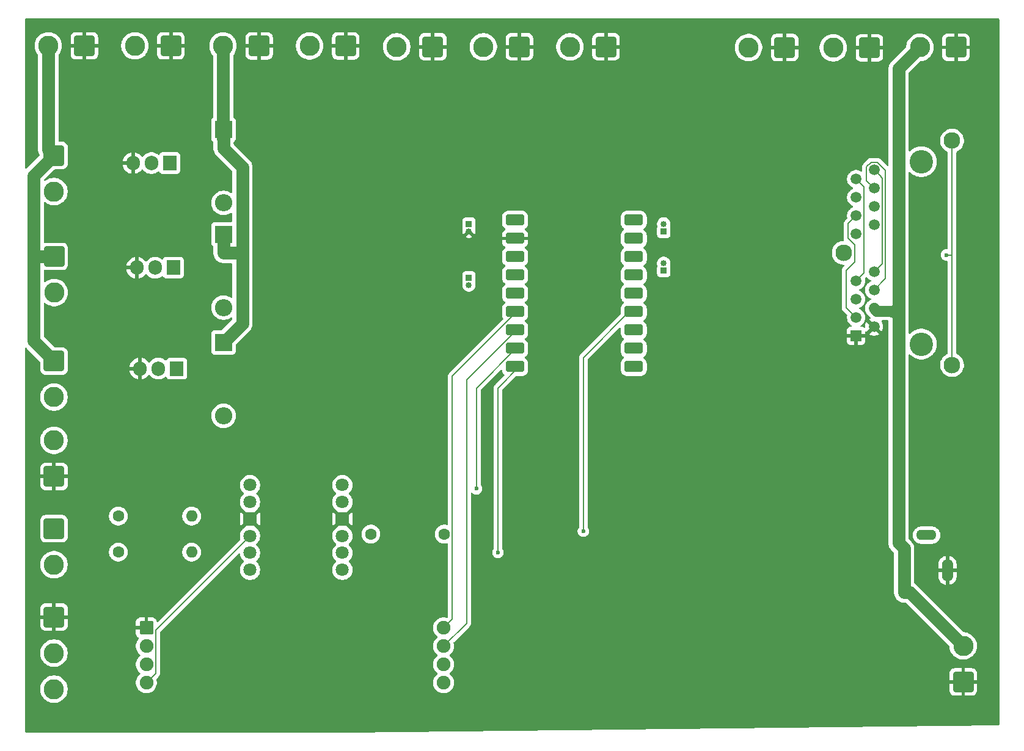
<source format=gbr>
%TF.GenerationSoftware,KiCad,Pcbnew,9.0.2*%
%TF.CreationDate,2025-05-27T21:30:05+02:00*%
%TF.ProjectId,mystery_box-v3,6d797374-6572-4795-9f62-6f782d76332e,rev?*%
%TF.SameCoordinates,Original*%
%TF.FileFunction,Copper,L2,Bot*%
%TF.FilePolarity,Positive*%
%FSLAX46Y46*%
G04 Gerber Fmt 4.6, Leading zero omitted, Abs format (unit mm)*
G04 Created by KiCad (PCBNEW 9.0.2) date 2025-05-27 21:30:05*
%MOMM*%
%LPD*%
G01*
G04 APERTURE LIST*
G04 Aperture macros list*
%AMRoundRect*
0 Rectangle with rounded corners*
0 $1 Rounding radius*
0 $2 $3 $4 $5 $6 $7 $8 $9 X,Y pos of 4 corners*
0 Add a 4 corners polygon primitive as box body*
4,1,4,$2,$3,$4,$5,$6,$7,$8,$9,$2,$3,0*
0 Add four circle primitives for the rounded corners*
1,1,$1+$1,$2,$3*
1,1,$1+$1,$4,$5*
1,1,$1+$1,$6,$7*
1,1,$1+$1,$8,$9*
0 Add four rect primitives between the rounded corners*
20,1,$1+$1,$2,$3,$4,$5,0*
20,1,$1+$1,$4,$5,$6,$7,0*
20,1,$1+$1,$6,$7,$8,$9,0*
20,1,$1+$1,$8,$9,$2,$3,0*%
G04 Aperture macros list end*
%TA.AperFunction,ComponentPad*%
%ADD10C,1.600000*%
%TD*%
%TA.AperFunction,ComponentPad*%
%ADD11RoundRect,0.250001X1.149999X-1.149999X1.149999X1.149999X-1.149999X1.149999X-1.149999X-1.149999X0*%
%TD*%
%TA.AperFunction,ComponentPad*%
%ADD12C,2.800000*%
%TD*%
%TA.AperFunction,ComponentPad*%
%ADD13RoundRect,0.250001X-1.149999X1.149999X-1.149999X-1.149999X1.149999X-1.149999X1.149999X1.149999X0*%
%TD*%
%TA.AperFunction,ComponentPad*%
%ADD14R,2.400000X2.400000*%
%TD*%
%TA.AperFunction,ComponentPad*%
%ADD15O,2.400000X2.400000*%
%TD*%
%TA.AperFunction,ComponentPad*%
%ADD16RoundRect,0.250001X1.149999X1.149999X-1.149999X1.149999X-1.149999X-1.149999X1.149999X-1.149999X0*%
%TD*%
%TA.AperFunction,ComponentPad*%
%ADD17R,1.905000X2.000000*%
%TD*%
%TA.AperFunction,ComponentPad*%
%ADD18O,1.905000X2.000000*%
%TD*%
%TA.AperFunction,WasherPad*%
%ADD19C,3.250000*%
%TD*%
%TA.AperFunction,ComponentPad*%
%ADD20C,1.500000*%
%TD*%
%TA.AperFunction,ComponentPad*%
%ADD21R,1.500000X1.500000*%
%TD*%
%TA.AperFunction,ComponentPad*%
%ADD22C,2.300000*%
%TD*%
%TA.AperFunction,ComponentPad*%
%ADD23RoundRect,0.400050X-0.899950X-0.400050X0.899950X-0.400050X0.899950X0.400050X-0.899950X0.400050X0*%
%TD*%
%TA.AperFunction,ComponentPad*%
%ADD24RoundRect,0.400000X-0.900000X-0.400000X0.900000X-0.400000X0.900000X0.400000X-0.900000X0.400000X0*%
%TD*%
%TA.AperFunction,ComponentPad*%
%ADD25C,1.905000*%
%TD*%
%TA.AperFunction,ComponentPad*%
%ADD26RoundRect,0.250000X-0.702500X-0.702500X0.702500X-0.702500X0.702500X0.702500X-0.702500X0.702500X0*%
%TD*%
%TA.AperFunction,ComponentPad*%
%ADD27R,0.850000X0.850000*%
%TD*%
%TA.AperFunction,ComponentPad*%
%ADD28C,0.850000*%
%TD*%
%TA.AperFunction,ComponentPad*%
%ADD29O,1.600000X1.600000*%
%TD*%
%TA.AperFunction,ComponentPad*%
%ADD30O,1.650000X3.300000*%
%TD*%
%TA.AperFunction,ComponentPad*%
%ADD31O,1.550000X3.100000*%
%TD*%
%TA.AperFunction,ComponentPad*%
%ADD32O,2.800000X1.400000*%
%TD*%
%TA.AperFunction,ComponentPad*%
%ADD33C,1.800000*%
%TD*%
%TA.AperFunction,ComponentPad*%
%ADD34RoundRect,0.270000X-0.630000X-0.630000X0.630000X-0.630000X0.630000X0.630000X-0.630000X0.630000X0*%
%TD*%
%TA.AperFunction,ViaPad*%
%ADD35C,0.600000*%
%TD*%
%TA.AperFunction,Conductor*%
%ADD36C,1.800000*%
%TD*%
%TA.AperFunction,Conductor*%
%ADD37C,1.499800*%
%TD*%
%TA.AperFunction,Conductor*%
%ADD38C,0.200000*%
%TD*%
G04 APERTURE END LIST*
D10*
%TO.P,R3,1*%
%TO.N,VCC 3V3*%
X136920000Y-102500000D03*
%TO.P,R3,2*%
%TO.N,Net-(U3-ST)*%
X147080000Y-102500000D03*
%TD*%
D11*
%TO.P,neopixel_pwr1
GND  12V,1,Pin_1*%
%TO.N,GND*%
X93000000Y-94500000D03*
D12*
%TO.P,neopixel_pwr1
GND  12V,2,Pin_2*%
%TO.N,/SW 12V*%
X93000000Y-89500000D03*
%TD*%
D13*
%TO.P,dmx_out1,1,Pin_1*%
%TO.N,GND*%
X93000000Y-114000000D03*
D12*
%TO.P,dmx_out1,2,Pin_2*%
%TO.N,Net-(U2-A)*%
X93000000Y-119000000D03*
%TO.P,dmx_out1,3,Pin_3*%
%TO.N,Net-(U2-B)*%
X93000000Y-124000000D03*
%TD*%
D14*
%TO.P,D3,1,K*%
%TO.N,/SW 12V*%
X116500000Y-46420000D03*
D15*
%TO.P,D3,2,A*%
%TO.N,Net-(D3-A)*%
X116500000Y-56580000D03*
%TD*%
D16*
%TO.P,J10,1,Pin_1*%
%TO.N,GND*%
X169500000Y-34935000D03*
D12*
%TO.P,J10,2,Pin_2*%
%TO.N,/SW 12V*%
X164500000Y-34935000D03*
%TD*%
D17*
%TO.P,Q3,1,G*%
%TO.N,Net-(Q3-G)*%
X109040000Y-51055000D03*
D18*
%TO.P,Q3,2,D*%
%TO.N,Net-(D3-A)*%
X106500000Y-51055000D03*
%TO.P,Q3,3,S*%
%TO.N,GND*%
X103960000Y-51055000D03*
%TD*%
D19*
%TO.P,J20,*%
%TO.N,*%
X213200000Y-76150000D03*
X213200000Y-50850000D03*
D20*
%TO.P,J20,1*%
%TO.N,Net-(J20-Pad1)*%
X206650000Y-51995000D03*
%TO.P,J20,2*%
%TO.N,Net-(J20-Pad10)*%
X204150000Y-53265000D03*
%TO.P,J20,3*%
%TO.N,Net-(J20-Pad11)*%
X206650000Y-54535000D03*
%TO.P,J20,4*%
%TO.N,unconnected-(J20-Pad4)*%
X204150000Y-55805000D03*
%TO.P,J20,5*%
%TO.N,unconnected-(J20-Pad5)*%
X206650000Y-57075000D03*
%TO.P,J20,6*%
%TO.N,Net-(J20-Pad14)*%
X204150000Y-58345000D03*
%TO.P,J20,7*%
%TO.N,unconnected-(J20-Pad7)*%
X206650000Y-59615000D03*
%TO.P,J20,8*%
%TO.N,unconnected-(J20-Pad8)*%
X204150000Y-60885000D03*
%TO.P,J20,9*%
%TO.N,Net-(J20-Pad1)*%
X206650000Y-66115000D03*
%TO.P,J20,10*%
%TO.N,Net-(J20-Pad10)*%
X204150000Y-67385000D03*
%TO.P,J20,11*%
%TO.N,Net-(J20-Pad11)*%
X206650000Y-68655000D03*
%TO.P,J20,12*%
%TO.N,VCC 12V*%
X204150000Y-69925000D03*
%TO.P,J20,13*%
X206650000Y-71195000D03*
%TO.P,J20,14*%
%TO.N,Net-(J20-Pad14)*%
X204150000Y-72465000D03*
%TO.P,J20,15*%
%TO.N,GND*%
X206650000Y-73735000D03*
D21*
%TO.P,J20,16*%
X204150000Y-75005000D03*
D22*
%TO.P,J20,SH*%
%TO.N,unconnected-(J20-PadSH)*%
X217450000Y-79050000D03*
X202450000Y-63500000D03*
X217450000Y-47950000D03*
%TD*%
D16*
%TO.P,J15,1,Pin_1*%
%TO.N,GND*%
X218000000Y-35000000D03*
D12*
%TO.P,J15,2,Pin_2*%
%TO.N,VCC 12V*%
X213000000Y-35000000D03*
%TD*%
D23*
%TO.P,ESP32_S3,1,1*%
%TO.N,Net-(J2-Pin_1)*%
X156900000Y-66580000D03*
%TO.P,ESP32_S3,2,2*%
%TO.N,Net-(J2-Pin_2)*%
X156900000Y-69120000D03*
%TO.P,ESP32_S3,3,3*%
%TO.N,Net-(U2-DI)*%
X156900000Y-71660000D03*
%TO.P,ESP32_S3,3V3,3.3V(OUT)*%
%TO.N,unconnected-(ESP32_S3-3.3V(OUT)-Pad3V3)*%
X156900000Y-64040000D03*
%TO.P,ESP32_S3,4,4*%
%TO.N,Net-(U2-DE)*%
X156900000Y-74200000D03*
%TO.P,ESP32_S3,5,5*%
%TO.N,Net-(U1-LV3)*%
X156900000Y-76740000D03*
%TO.P,ESP32_S3,5V,5V*%
%TO.N,Net-(J4-Pin_1)*%
X156900000Y-58960000D03*
%TO.P,ESP32_S3,6,6*%
%TO.N,Net-(U1-LV1)*%
X156900000Y-79280000D03*
%TO.P,ESP32_S3,7,7*%
%TO.N,Net-(Q2-G)*%
X173340000Y-79280000D03*
%TO.P,ESP32_S3,8,8*%
%TO.N,Net-(Q1-G)*%
X173340000Y-76740000D03*
%TO.P,ESP32_S3,9,9*%
%TO.N,Net-(Q3-G)*%
X173340000Y-74200000D03*
%TO.P,ESP32_S3,10,10*%
%TO.N,Net-(U3-ST)*%
X173340000Y-71660000D03*
D24*
%TO.P,ESP32_S3,11,11*%
%TO.N,Net-(U3-IN)*%
X173340000Y-69120000D03*
%TO.P,ESP32_S3,12,12*%
%TO.N,Net-(J1-Pin_1)*%
X173340000Y-66580000D03*
%TO.P,ESP32_S3,13,13*%
%TO.N,Net-(J1-Pin_2)*%
X173340000Y-64040000D03*
D23*
%TO.P,ESP32_S3,GND,GND*%
%TO.N,GND*%
X156900000Y-61500000D03*
D24*
%TO.P,ESP32_S3,RX,RX*%
%TO.N,Net-(J3-Pin_1)*%
X173340000Y-61500000D03*
%TO.P,ESP32_S3,TX,TX*%
%TO.N,Net-(J3-Pin_2)*%
X173340000Y-58960000D03*
%TD*%
D16*
%TO.P,J12,1,Pin_1*%
%TO.N,GND*%
X121427400Y-34797300D03*
D12*
%TO.P,J12,2,Pin_2*%
%TO.N,/SW 12V*%
X116427400Y-34797300D03*
%TD*%
D16*
%TO.P,J11,1,Pin_1*%
%TO.N,GND*%
X145500000Y-34935000D03*
D12*
%TO.P,J11,2,Pin_2*%
%TO.N,/SW 12V*%
X140500000Y-34935000D03*
%TD*%
D16*
%TO.P,J9,1,Pin_1*%
%TO.N,GND*%
X109210300Y-34789700D03*
D12*
%TO.P,J9,2,Pin_2*%
%TO.N,/SW 12V*%
X104210300Y-34789700D03*
%TD*%
D16*
%TO.P,J13,1,Pin_1*%
%TO.N,GND*%
X97210300Y-34789700D03*
D12*
%TO.P,J13,2,Pin_2*%
%TO.N,/SW 12V*%
X92210300Y-34789700D03*
%TD*%
D17*
%TO.P,Q1,1,G*%
%TO.N,Net-(Q1-G)*%
X109540000Y-65555000D03*
D18*
%TO.P,Q1,2,D*%
%TO.N,Net-(D1-A)*%
X107000000Y-65555000D03*
%TO.P,Q1,3,S*%
%TO.N,GND*%
X104460000Y-65555000D03*
%TD*%
D25*
%TO.P,U2,1,RO*%
%TO.N,unconnected-(U2-RO-Pad1)*%
X147000000Y-123120000D03*
%TO.P,U2,2,~{RE}*%
%TO.N,unconnected-(U2-~{RE}-Pad2)*%
X147000000Y-120580000D03*
%TO.P,U2,3,DE*%
%TO.N,Net-(U2-DE)*%
X147000000Y-118040000D03*
%TO.P,U2,4,DI*%
%TO.N,Net-(U2-DI)*%
X147000000Y-115500000D03*
D26*
%TO.P,U2,5,GND*%
%TO.N,GND*%
X105800000Y-115500000D03*
D25*
%TO.P,U2,6,A*%
%TO.N,Net-(U2-A)*%
X105800000Y-118040000D03*
%TO.P,U2,7,B*%
%TO.N,Net-(U2-B)*%
X105800000Y-120580000D03*
%TO.P,U2,8,VCC*%
%TO.N,VCC 5V*%
X105800000Y-123120000D03*
%TD*%
D16*
%TO.P,J16,1,Pin_1*%
%TO.N,GND*%
X206000000Y-35065000D03*
D12*
%TO.P,J16,2,Pin_2*%
%TO.N,VCC 12V*%
X201000000Y-35065000D03*
%TD*%
D16*
%TO.P,J17,1,Pin_1*%
%TO.N,GND*%
X194250000Y-35032500D03*
D12*
%TO.P,J17,2,Pin_2*%
%TO.N,VCC 12V*%
X189250000Y-35032500D03*
%TD*%
D27*
%TO.P,J1,1,Pin_1*%
%TO.N,Net-(J1-Pin_1)*%
X177500000Y-65960000D03*
D28*
%TO.P,J1,2,Pin_2*%
%TO.N,Net-(J1-Pin_2)*%
X177500000Y-64960000D03*
%TD*%
D10*
%TO.P,R2,1*%
%TO.N,Net-(neopixel_out1-Pin_2)*%
X101920000Y-105000000D03*
D29*
%TO.P,R2,2*%
%TO.N,Net-(U1-HV1)*%
X112080000Y-105000000D03*
%TD*%
D11*
%TO.P,12v_input_terminal1,1,Pin_1*%
%TO.N,GND*%
X219000000Y-123000000D03*
D12*
%TO.P,12v_input_terminal1,2,Pin_2*%
%TO.N,VCC 12V*%
X219000000Y-118000000D03*
%TD*%
D16*
%TO.P,J14,1,Pin_1*%
%TO.N,GND*%
X157500000Y-34935000D03*
D12*
%TO.P,J14,2,Pin_2*%
%TO.N,/SW 12V*%
X152500000Y-34935000D03*
%TD*%
D13*
%TO.P,neopixel_out1,1,Pin_1*%
%TO.N,Net-(neopixel_out1-Pin_1)*%
X93000000Y-101750000D03*
D12*
%TO.P,neopixel_out1,2,Pin_2*%
%TO.N,Net-(neopixel_out1-Pin_2)*%
X93000000Y-106750000D03*
%TD*%
D30*
%TO.P,J18,1*%
%TO.N,VCC 12V*%
X210812500Y-107550000D03*
D31*
%TO.P,J18,2*%
%TO.N,GND*%
X216812500Y-107550000D03*
D32*
%TO.P,J18,MP,MountPin*%
%TO.N,unconnected-(J18-MountPin-PadMP)*%
X213912500Y-102650000D03*
%TD*%
D27*
%TO.P,J3,1,Pin_1*%
%TO.N,Net-(J3-Pin_1)*%
X177500000Y-60500000D03*
D28*
%TO.P,J3,2,Pin_2*%
%TO.N,Net-(J3-Pin_2)*%
X177500000Y-59500000D03*
%TD*%
D14*
%TO.P,D1,1,K*%
%TO.N,/SW 12V*%
X116500000Y-60920000D03*
D15*
%TO.P,D1,2,A*%
%TO.N,Net-(D1-A)*%
X116500000Y-71080000D03*
%TD*%
D13*
%TO.P,switched_output_02,1,Pin_1*%
%TO.N,/SW 12V*%
X93032500Y-64000000D03*
D12*
%TO.P,switched_output_02,2,Pin_2*%
%TO.N,Net-(D1-A)*%
X93032500Y-69000000D03*
%TD*%
D13*
%TO.P,switched_output_03,1,Pin_1*%
%TO.N,/SW 12V*%
X93000000Y-50000000D03*
D12*
%TO.P,switched_output_03,2,Pin_2*%
%TO.N,Net-(D3-A)*%
X93000000Y-55000000D03*
%TD*%
D27*
%TO.P,J4,1,Pin_1*%
%TO.N,Net-(J4-Pin_1)*%
X150500000Y-59500000D03*
D28*
%TO.P,J4,2,Pin_2*%
%TO.N,GND*%
X150500000Y-60500000D03*
%TD*%
D27*
%TO.P,J2,1,Pin_1*%
%TO.N,Net-(J2-Pin_1)*%
X150500000Y-66960000D03*
D28*
%TO.P,J2,2,Pin_2*%
%TO.N,Net-(J2-Pin_2)*%
X150500000Y-67960000D03*
%TD*%
D16*
%TO.P,J8,1,Pin_1*%
%TO.N,GND*%
X133427400Y-34797300D03*
D12*
%TO.P,J8,2,Pin_2*%
%TO.N,/SW 12V*%
X128427400Y-34797300D03*
%TD*%
D17*
%TO.P,Q2,1,G*%
%TO.N,Net-(Q2-G)*%
X110000000Y-79555000D03*
D18*
%TO.P,Q2,2,D*%
%TO.N,Net-(D2-A)*%
X107460000Y-79555000D03*
%TO.P,Q2,3,S*%
%TO.N,GND*%
X104920000Y-79555000D03*
%TD*%
D14*
%TO.P,D2,1,K*%
%TO.N,/SW 12V*%
X116500000Y-75920000D03*
D15*
%TO.P,D2,2,A*%
%TO.N,Net-(D2-A)*%
X116500000Y-86080000D03*
%TD*%
D13*
%TO.P,switched_output_01,1,Pin_1*%
%TO.N,/SW 12V*%
X93000000Y-78500000D03*
D12*
%TO.P,switched_output_01,2,Pin_2*%
%TO.N,Net-(D2-A)*%
X93000000Y-83500000D03*
%TD*%
D33*
%TO.P,U1,1,LV1*%
%TO.N,Net-(U1-LV1)*%
X132975000Y-107450000D03*
%TO.P,U1,2,LV2*%
%TO.N,unconnected-(U1-LV2-Pad2)*%
X132975000Y-105100000D03*
%TO.P,U1,3,LV*%
%TO.N,VCC 3V3*%
X132975000Y-102750000D03*
D34*
%TO.P,U1,4,GND*%
%TO.N,GND*%
X132975000Y-100400000D03*
D33*
%TO.P,U1,5,LV3*%
%TO.N,Net-(U1-LV3)*%
X132975000Y-98050000D03*
%TO.P,U1,6,LV4*%
%TO.N,unconnected-(U1-LV4-Pad6)*%
X132975000Y-95700000D03*
%TO.P,U1,7,HV1*%
%TO.N,Net-(U1-HV1)*%
X120175000Y-107450000D03*
%TO.P,U1,8,HV2*%
%TO.N,unconnected-(U1-HV2-Pad8)*%
X120175000Y-105100000D03*
%TO.P,U1,9,HV*%
%TO.N,VCC 5V*%
X120175000Y-102750000D03*
D34*
%TO.P,U1,10,GND*%
%TO.N,GND*%
X120175000Y-100400000D03*
D33*
%TO.P,U1,11,HV3*%
%TO.N,Net-(U1-HV3)*%
X120175000Y-98050000D03*
%TO.P,U1,12,HV4*%
%TO.N,unconnected-(U1-HV4-Pad12)*%
X120175000Y-95700000D03*
%TD*%
D10*
%TO.P,R1,1*%
%TO.N,Net-(neopixel_out1-Pin_1)*%
X101920000Y-100000000D03*
D29*
%TO.P,R1,2*%
%TO.N,Net-(U1-HV3)*%
X112080000Y-100000000D03*
%TD*%
D35*
%TO.N,unconnected-(J20-PadSH)*%
X216699200Y-63790200D03*
%TO.N,Net-(U1-LV1)*%
X154520300Y-105049600D03*
%TO.N,Net-(U3-ST)*%
X166363900Y-102102500D03*
%TO.N,Net-(U1-LV3)*%
X151539500Y-96208300D03*
%TD*%
D36*
%TO.N,/SW 12V*%
X116500000Y-46420000D02*
X116500000Y-47720800D01*
X119101700Y-63521700D02*
X119101700Y-51623400D01*
X92210300Y-47877500D02*
X92210300Y-49210300D01*
X93000000Y-50000000D02*
X90183300Y-52816700D01*
X116500000Y-47720800D02*
X116500000Y-49021700D01*
X119101700Y-51623400D02*
X116500000Y-49021700D01*
X116500000Y-75920000D02*
X119101700Y-73318300D01*
X116500000Y-60920000D02*
X116500000Y-63521700D01*
X116500000Y-47720800D02*
X116427400Y-47648200D01*
X92210300Y-49210300D02*
X93000000Y-50000000D01*
X90183300Y-64000000D02*
X93032500Y-64000000D01*
X92210300Y-47132100D02*
X92210300Y-47504800D01*
X92210300Y-45054000D02*
X92210300Y-47132100D01*
X90183300Y-75683300D02*
X93000000Y-78500000D01*
X92210300Y-47504800D02*
X92210300Y-47877500D01*
X92210300Y-34789700D02*
X92210300Y-45054000D01*
X119101700Y-63521700D02*
X116500000Y-63521700D01*
X90183300Y-52816700D02*
X90183300Y-64000000D01*
X116427400Y-47648200D02*
X116427400Y-34797300D01*
X90183300Y-64000000D02*
X90183300Y-75683300D01*
X119101700Y-73318300D02*
X119101700Y-63521700D01*
%TO.N,VCC 12V*%
X210812500Y-110601700D02*
X211601700Y-110601700D01*
D37*
X207039800Y-71584800D02*
X206650000Y-71195000D01*
X210036600Y-71584800D02*
X209728100Y-71584800D01*
D36*
X210812500Y-107550000D02*
X210812500Y-104498300D01*
X210036700Y-103722500D02*
X210036700Y-71584800D01*
X210812500Y-107550000D02*
X210812500Y-110601700D01*
X209307300Y-71584800D02*
X209728100Y-71584800D01*
D37*
X209307300Y-71584800D02*
X207039800Y-71584800D01*
D36*
X210036700Y-71584800D02*
X210036700Y-37963300D01*
X210812500Y-104498300D02*
X210036700Y-103722500D01*
X210036700Y-37963300D02*
X213000000Y-35000000D01*
D37*
X210036700Y-71584800D02*
X210036600Y-71584800D01*
D36*
X211601700Y-110601700D02*
X219000000Y-118000000D01*
D38*
%TO.N,Net-(J20-Pad11)*%
X207083300Y-50935400D02*
X208227900Y-52080000D01*
X206217500Y-50935400D02*
X207083300Y-50935400D01*
X206650000Y-54535000D02*
X205595000Y-53480000D01*
X205595000Y-51557900D02*
X206217500Y-50935400D01*
X205595000Y-53480000D02*
X205595000Y-51557900D01*
X208227900Y-52080000D02*
X208227900Y-67077100D01*
X208227900Y-67077100D02*
X206650000Y-68655000D01*
%TO.N,Net-(J20-Pad14)*%
X203926400Y-62372500D02*
X203926400Y-64774000D01*
X204150000Y-58345000D02*
X203056100Y-59438900D01*
X202786500Y-71101500D02*
X204150000Y-72465000D01*
X203056100Y-59438900D02*
X203056100Y-61502200D01*
X203056100Y-61502200D02*
X203926400Y-62372500D01*
X203926400Y-64774000D02*
X202786500Y-65913900D01*
X202786500Y-65913900D02*
X202786500Y-71101500D01*
%TO.N,Net-(J20-Pad1)*%
X207600800Y-52976700D02*
X207767300Y-53143200D01*
X207767300Y-53143200D02*
X207767300Y-64997700D01*
X207600800Y-52976700D02*
X207767300Y-53143200D01*
X207767300Y-64997700D02*
X206650000Y-66115000D01*
X207600800Y-52945800D02*
X207600800Y-52976700D01*
X206650000Y-51995000D02*
X207600800Y-52945800D01*
%TO.N,Net-(J20-Pad10)*%
X204150000Y-53265000D02*
X205207000Y-54322000D01*
X205207000Y-66328000D02*
X204150000Y-67385000D01*
X205207000Y-54322000D02*
X205207000Y-66328000D01*
%TO.N,unconnected-(J20-PadSH)*%
X217450000Y-47950000D02*
X217450000Y-63790200D01*
X217450000Y-63790200D02*
X216699200Y-63790200D01*
X217450000Y-79050000D02*
X217450000Y-63790200D01*
%TO.N,Net-(U1-LV1)*%
X154520300Y-82259700D02*
X154520300Y-105049600D01*
X157500000Y-79280000D02*
X154520300Y-82259700D01*
%TO.N,VCC 5V*%
X107087300Y-115837700D02*
X107087300Y-121832700D01*
X107087300Y-121832700D02*
X105800000Y-123120000D01*
X120175000Y-102750000D02*
X107087300Y-115837700D01*
%TO.N,Net-(U2-DE)*%
X150169300Y-114870700D02*
X150169300Y-81143700D01*
X157113000Y-74200000D02*
X157500000Y-74200000D01*
X150169300Y-81143700D02*
X157113000Y-74200000D01*
X147000000Y-118040000D02*
X150169300Y-114870700D01*
%TO.N,Net-(U2-DI)*%
X147000000Y-115500000D02*
X148195000Y-114305000D01*
X148195000Y-114305000D02*
X148195000Y-80588900D01*
X157123900Y-71660000D02*
X157500000Y-71660000D01*
X148195000Y-80588900D02*
X157123900Y-71660000D01*
%TO.N,Net-(U3-ST)*%
X166363900Y-78036100D02*
X172740000Y-71660000D01*
X166363900Y-102102500D02*
X166363900Y-78036100D01*
%TO.N,Net-(U1-LV3)*%
X151539500Y-82278000D02*
X157077500Y-76740000D01*
X157077500Y-76740000D02*
X157500000Y-76740000D01*
X151539500Y-96208300D02*
X151539500Y-82278000D01*
%TD*%
%TA.AperFunction,Conductor*%
%TO.N,GND*%
G36*
X205622865Y-66863883D02*
G01*
X205678798Y-66905755D01*
X205679848Y-66907178D01*
X205696172Y-66929646D01*
X205835354Y-67068828D01*
X205994595Y-67184524D01*
X206117992Y-67247397D01*
X206171213Y-67274515D01*
X206222009Y-67322489D01*
X206238804Y-67390310D01*
X206216267Y-67456445D01*
X206171213Y-67495485D01*
X205994594Y-67585476D01*
X205903741Y-67651485D01*
X205835354Y-67701172D01*
X205835352Y-67701174D01*
X205835351Y-67701174D01*
X205696174Y-67840351D01*
X205696174Y-67840352D01*
X205696172Y-67840354D01*
X205671233Y-67874680D01*
X205580476Y-67999594D01*
X205491117Y-68174970D01*
X205430290Y-68362173D01*
X205399500Y-68556577D01*
X205399500Y-68753422D01*
X205430290Y-68947826D01*
X205491117Y-69135029D01*
X205559682Y-69269594D01*
X205580476Y-69310405D01*
X205696172Y-69469646D01*
X205835354Y-69608828D01*
X205994595Y-69724524D01*
X206117992Y-69787397D01*
X206171213Y-69814515D01*
X206222009Y-69862489D01*
X206238804Y-69930310D01*
X206216267Y-69996445D01*
X206171213Y-70035485D01*
X205994594Y-70125476D01*
X205946606Y-70160342D01*
X205835354Y-70241172D01*
X205835352Y-70241174D01*
X205835351Y-70241174D01*
X205696174Y-70380351D01*
X205696174Y-70380352D01*
X205696172Y-70380354D01*
X205658694Y-70431938D01*
X205580476Y-70539594D01*
X205491117Y-70714970D01*
X205430290Y-70902173D01*
X205399500Y-71096577D01*
X205399500Y-71293422D01*
X205430290Y-71487826D01*
X205491117Y-71675029D01*
X205559682Y-71809594D01*
X205580476Y-71850405D01*
X205696172Y-72009646D01*
X205800094Y-72113568D01*
X205837913Y-72151387D01*
X205839774Y-72153107D01*
X206111145Y-72424478D01*
X206144630Y-72485801D01*
X206139646Y-72555493D01*
X206097774Y-72611426D01*
X206079759Y-72622644D01*
X205994859Y-72665902D01*
X205959873Y-72691320D01*
X205959872Y-72691320D01*
X206565497Y-73296944D01*
X206478236Y-73320326D01*
X206376764Y-73378911D01*
X206293911Y-73461764D01*
X206235326Y-73563236D01*
X206211944Y-73650497D01*
X205606320Y-73044872D01*
X205606320Y-73044873D01*
X205580902Y-73079859D01*
X205580899Y-73079863D01*
X205491582Y-73255161D01*
X205430778Y-73442294D01*
X205400000Y-73636617D01*
X205400000Y-73756997D01*
X205380315Y-73824036D01*
X205327511Y-73869791D01*
X205258353Y-73879735D01*
X205201689Y-73856263D01*
X205142093Y-73811649D01*
X205142086Y-73811645D01*
X205007379Y-73761403D01*
X205007372Y-73761401D01*
X204947844Y-73755000D01*
X204883579Y-73755000D01*
X204816540Y-73735315D01*
X204770785Y-73682511D01*
X204760841Y-73613353D01*
X204789866Y-73549797D01*
X204810693Y-73530682D01*
X204964646Y-73418828D01*
X205103828Y-73279646D01*
X205219524Y-73120405D01*
X205308884Y-72945025D01*
X205369709Y-72757826D01*
X205377347Y-72709600D01*
X205400500Y-72563422D01*
X205400500Y-72366577D01*
X205369709Y-72172173D01*
X205329227Y-72047583D01*
X205308884Y-71984975D01*
X205308882Y-71984972D01*
X205308882Y-71984970D01*
X205261743Y-71892455D01*
X205219524Y-71809595D01*
X205103828Y-71650354D01*
X204964646Y-71511172D01*
X204885025Y-71453324D01*
X204805403Y-71395474D01*
X204628787Y-71305485D01*
X204577990Y-71257511D01*
X204561195Y-71189690D01*
X204583732Y-71123555D01*
X204628787Y-71084515D01*
X204805403Y-70994525D01*
X204805402Y-70994525D01*
X204805405Y-70994524D01*
X204964646Y-70878828D01*
X205103828Y-70739646D01*
X205219524Y-70580405D01*
X205308884Y-70405025D01*
X205369709Y-70217826D01*
X205370885Y-70210400D01*
X205400500Y-70023422D01*
X205400500Y-69826577D01*
X205369709Y-69632173D01*
X205316900Y-69469646D01*
X205308884Y-69444975D01*
X205308882Y-69444972D01*
X205308882Y-69444970D01*
X205261743Y-69352455D01*
X205219524Y-69269595D01*
X205103828Y-69110354D01*
X204964646Y-68971172D01*
X204885025Y-68913324D01*
X204805403Y-68855474D01*
X204628787Y-68765485D01*
X204577990Y-68717511D01*
X204561195Y-68649690D01*
X204583732Y-68583555D01*
X204628787Y-68544515D01*
X204805403Y-68454525D01*
X204805402Y-68454525D01*
X204805405Y-68454524D01*
X204964646Y-68338828D01*
X205103828Y-68199646D01*
X205219524Y-68040405D01*
X205308884Y-67865025D01*
X205369709Y-67677826D01*
X205372935Y-67657456D01*
X205400500Y-67483422D01*
X205400500Y-67286577D01*
X205368976Y-67087545D01*
X205369677Y-67082119D01*
X205367765Y-67076993D01*
X205374106Y-67047842D01*
X205377930Y-67018252D01*
X205381762Y-67012646D01*
X205382617Y-67008720D01*
X205403768Y-66980466D01*
X205471690Y-66912544D01*
X205491851Y-66892383D01*
X205553173Y-66858899D01*
X205622865Y-66863883D01*
G37*
%TD.AperFunction*%
%TA.AperFunction,Conductor*%
G36*
X223942539Y-31020185D02*
G01*
X223988294Y-31072989D01*
X223999500Y-31124500D01*
X223999500Y-128877370D01*
X223979815Y-128944409D01*
X223927011Y-128990164D01*
X223876873Y-129001362D01*
X133712556Y-129999492D01*
X133711183Y-129999500D01*
X89124500Y-129999500D01*
X89057461Y-129979815D01*
X89011706Y-129927011D01*
X89000500Y-129875500D01*
X89000500Y-123875441D01*
X91099500Y-123875441D01*
X91099500Y-124124558D01*
X91099501Y-124124575D01*
X91132017Y-124371561D01*
X91196498Y-124612207D01*
X91291830Y-124842361D01*
X91291837Y-124842376D01*
X91416400Y-125058126D01*
X91568060Y-125255774D01*
X91568066Y-125255781D01*
X91744218Y-125431933D01*
X91744225Y-125431939D01*
X91941873Y-125583599D01*
X92157623Y-125708162D01*
X92157638Y-125708169D01*
X92256825Y-125749253D01*
X92387793Y-125803502D01*
X92628435Y-125867982D01*
X92875435Y-125900500D01*
X92875442Y-125900500D01*
X93124558Y-125900500D01*
X93124565Y-125900500D01*
X93371565Y-125867982D01*
X93612207Y-125803502D01*
X93842373Y-125708164D01*
X94058127Y-125583599D01*
X94255776Y-125431938D01*
X94431938Y-125255776D01*
X94583599Y-125058127D01*
X94708164Y-124842373D01*
X94803502Y-124612207D01*
X94867982Y-124371565D01*
X94900500Y-124124565D01*
X94900500Y-123875435D01*
X94867982Y-123628435D01*
X94803502Y-123387793D01*
X94746426Y-123250000D01*
X94708169Y-123157638D01*
X94708162Y-123157623D01*
X94583599Y-122941873D01*
X94431939Y-122744225D01*
X94431933Y-122744218D01*
X94255781Y-122568066D01*
X94255774Y-122568060D01*
X94058126Y-122416400D01*
X93842376Y-122291837D01*
X93842361Y-122291830D01*
X93612207Y-122196498D01*
X93371561Y-122132017D01*
X93124575Y-122099501D01*
X93124570Y-122099500D01*
X93124565Y-122099500D01*
X92875435Y-122099500D01*
X92875429Y-122099500D01*
X92875424Y-122099501D01*
X92628438Y-122132017D01*
X92387792Y-122196498D01*
X92157638Y-122291830D01*
X92157623Y-122291837D01*
X91941873Y-122416400D01*
X91744225Y-122568060D01*
X91744218Y-122568066D01*
X91568066Y-122744218D01*
X91568060Y-122744225D01*
X91416400Y-122941873D01*
X91291837Y-123157623D01*
X91291830Y-123157638D01*
X91196498Y-123387792D01*
X91132017Y-123628438D01*
X91099501Y-123875424D01*
X91099500Y-123875441D01*
X89000500Y-123875441D01*
X89000500Y-118875441D01*
X91099500Y-118875441D01*
X91099500Y-119124558D01*
X91099501Y-119124575D01*
X91132017Y-119371561D01*
X91196498Y-119612207D01*
X91291830Y-119842361D01*
X91291837Y-119842376D01*
X91416400Y-120058126D01*
X91568060Y-120255774D01*
X91568066Y-120255781D01*
X91744218Y-120431933D01*
X91744225Y-120431939D01*
X91941873Y-120583599D01*
X92157623Y-120708162D01*
X92157638Y-120708169D01*
X92256825Y-120749253D01*
X92387793Y-120803502D01*
X92628435Y-120867982D01*
X92875435Y-120900500D01*
X92875442Y-120900500D01*
X93124558Y-120900500D01*
X93124565Y-120900500D01*
X93371565Y-120867982D01*
X93612207Y-120803502D01*
X93842373Y-120708164D01*
X94058127Y-120583599D01*
X94255776Y-120431938D01*
X94431938Y-120255776D01*
X94583599Y-120058127D01*
X94708164Y-119842373D01*
X94803502Y-119612207D01*
X94867982Y-119371565D01*
X94900500Y-119124565D01*
X94900500Y-118875435D01*
X94867982Y-118628435D01*
X94803502Y-118387793D01*
X94708164Y-118157627D01*
X94706274Y-118154354D01*
X94607213Y-117982774D01*
X94583599Y-117941873D01*
X94571148Y-117925646D01*
X104347000Y-117925646D01*
X104347000Y-118154354D01*
X104347520Y-118157638D01*
X104382778Y-118380246D01*
X104382778Y-118380249D01*
X104453450Y-118597755D01*
X104469084Y-118628438D01*
X104557283Y-118801538D01*
X104691714Y-118986566D01*
X104853434Y-119148286D01*
X104922923Y-119198773D01*
X104937938Y-119209682D01*
X104980603Y-119265013D01*
X104986582Y-119334626D01*
X104953976Y-119396421D01*
X104937938Y-119410318D01*
X104853432Y-119471715D01*
X104691716Y-119633431D01*
X104691716Y-119633432D01*
X104691714Y-119633434D01*
X104637421Y-119708162D01*
X104557283Y-119818461D01*
X104453450Y-120022244D01*
X104382778Y-120239750D01*
X104382778Y-120239753D01*
X104347000Y-120465646D01*
X104347000Y-120694353D01*
X104382778Y-120920246D01*
X104382778Y-120920249D01*
X104453450Y-121137755D01*
X104453452Y-121137758D01*
X104557283Y-121341538D01*
X104691714Y-121526566D01*
X104853434Y-121688286D01*
X104922923Y-121738773D01*
X104937938Y-121749682D01*
X104980603Y-121805013D01*
X104986582Y-121874626D01*
X104953976Y-121936421D01*
X104937938Y-121950318D01*
X104853432Y-122011715D01*
X104691716Y-122173431D01*
X104691716Y-122173432D01*
X104691714Y-122173434D01*
X104674957Y-122196498D01*
X104557283Y-122358461D01*
X104453450Y-122562244D01*
X104382778Y-122779750D01*
X104382778Y-122779753D01*
X104347000Y-123005646D01*
X104347000Y-123234353D01*
X104382778Y-123460246D01*
X104382778Y-123460249D01*
X104453450Y-123677755D01*
X104453452Y-123677758D01*
X104557283Y-123881538D01*
X104691714Y-124066566D01*
X104853434Y-124228286D01*
X105038462Y-124362717D01*
X105242242Y-124466548D01*
X105242244Y-124466549D01*
X105459751Y-124537221D01*
X105459752Y-124537221D01*
X105459755Y-124537222D01*
X105685646Y-124573000D01*
X105685647Y-124573000D01*
X105914353Y-124573000D01*
X105914354Y-124573000D01*
X106140245Y-124537222D01*
X106140248Y-124537221D01*
X106140249Y-124537221D01*
X106357755Y-124466549D01*
X106357755Y-124466548D01*
X106357758Y-124466548D01*
X106561538Y-124362717D01*
X106746566Y-124228286D01*
X106908286Y-124066566D01*
X107042717Y-123881538D01*
X107146548Y-123677758D01*
X107217222Y-123460245D01*
X107253000Y-123234354D01*
X107253000Y-123005646D01*
X107217222Y-122779755D01*
X107217221Y-122779753D01*
X107184852Y-122680131D01*
X107182857Y-122610289D01*
X107215100Y-122554133D01*
X107445806Y-122323428D01*
X107445811Y-122323424D01*
X107456014Y-122313220D01*
X107456016Y-122313220D01*
X107567820Y-122201416D01*
X107626661Y-122099500D01*
X107646877Y-122064485D01*
X107687800Y-121911757D01*
X107687800Y-121753643D01*
X107687800Y-116137797D01*
X107707485Y-116070758D01*
X107724119Y-116050116D01*
X108388589Y-115385646D01*
X145547000Y-115385646D01*
X145547000Y-115614353D01*
X145582778Y-115840246D01*
X145582778Y-115840249D01*
X145653450Y-116057755D01*
X145691289Y-116132017D01*
X145757283Y-116261538D01*
X145891714Y-116446566D01*
X146053434Y-116608286D01*
X146122923Y-116658773D01*
X146137938Y-116669682D01*
X146180603Y-116725013D01*
X146186582Y-116794626D01*
X146153976Y-116856421D01*
X146137938Y-116870318D01*
X146053432Y-116931715D01*
X145891716Y-117093431D01*
X145891716Y-117093432D01*
X145891714Y-117093434D01*
X145863682Y-117132017D01*
X145757283Y-117278461D01*
X145653450Y-117482244D01*
X145582778Y-117699750D01*
X145582778Y-117699753D01*
X145554954Y-117875424D01*
X145547000Y-117925646D01*
X145547000Y-118154354D01*
X145547520Y-118157638D01*
X145582778Y-118380246D01*
X145582778Y-118380249D01*
X145653450Y-118597755D01*
X145669084Y-118628438D01*
X145757283Y-118801538D01*
X145891714Y-118986566D01*
X146053434Y-119148286D01*
X146122923Y-119198773D01*
X146137938Y-119209682D01*
X146180603Y-119265013D01*
X146186582Y-119334626D01*
X146153976Y-119396421D01*
X146137938Y-119410318D01*
X146053432Y-119471715D01*
X145891716Y-119633431D01*
X145891716Y-119633432D01*
X145891714Y-119633434D01*
X145837421Y-119708162D01*
X145757283Y-119818461D01*
X145653450Y-120022244D01*
X145582778Y-120239750D01*
X145582778Y-120239753D01*
X145547000Y-120465646D01*
X145547000Y-120694353D01*
X145582778Y-120920246D01*
X145582778Y-120920249D01*
X145653450Y-121137755D01*
X145653452Y-121137758D01*
X145757283Y-121341538D01*
X145891714Y-121526566D01*
X146053434Y-121688286D01*
X146122923Y-121738773D01*
X146137938Y-121749682D01*
X146180603Y-121805013D01*
X146186582Y-121874626D01*
X146153976Y-121936421D01*
X146137938Y-121950318D01*
X146053432Y-122011715D01*
X145891716Y-122173431D01*
X145891716Y-122173432D01*
X145891714Y-122173434D01*
X145874957Y-122196498D01*
X145757283Y-122358461D01*
X145653450Y-122562244D01*
X145582778Y-122779750D01*
X145582778Y-122779753D01*
X145547000Y-123005646D01*
X145547000Y-123234353D01*
X145582778Y-123460246D01*
X145582778Y-123460249D01*
X145653450Y-123677755D01*
X145653452Y-123677758D01*
X145757283Y-123881538D01*
X145891714Y-124066566D01*
X146053434Y-124228286D01*
X146238462Y-124362717D01*
X146442242Y-124466548D01*
X146442244Y-124466549D01*
X146659751Y-124537221D01*
X146659752Y-124537221D01*
X146659755Y-124537222D01*
X146885646Y-124573000D01*
X146885647Y-124573000D01*
X147114353Y-124573000D01*
X147114354Y-124573000D01*
X147340245Y-124537222D01*
X147340248Y-124537221D01*
X147340249Y-124537221D01*
X147557755Y-124466549D01*
X147557755Y-124466548D01*
X147557758Y-124466548D01*
X147761538Y-124362717D01*
X147946566Y-124228286D01*
X148108286Y-124066566D01*
X148242717Y-123881538D01*
X148346548Y-123677758D01*
X148417222Y-123460245D01*
X148453000Y-123234354D01*
X148453000Y-123005646D01*
X148417222Y-122779755D01*
X148417221Y-122779751D01*
X148417221Y-122779750D01*
X148346549Y-122562244D01*
X148342415Y-122554131D01*
X148242717Y-122358462D01*
X148108286Y-122173434D01*
X147946566Y-122011714D01*
X147862059Y-121950316D01*
X147844884Y-121928042D01*
X147825277Y-121907867D01*
X147823833Y-121900742D01*
X147819396Y-121894988D01*
X147816988Y-121866962D01*
X147811402Y-121839389D01*
X147814038Y-121832616D01*
X147813417Y-121825375D01*
X147826544Y-121800496D01*
X147826732Y-121800014D01*
X217100000Y-121800014D01*
X217100000Y-122750000D01*
X218399999Y-122750000D01*
X218374979Y-122810402D01*
X218350000Y-122935981D01*
X218350000Y-123064019D01*
X218374979Y-123189598D01*
X218399999Y-123250000D01*
X217100000Y-123250000D01*
X217100000Y-124199985D01*
X217110493Y-124302689D01*
X217110494Y-124302696D01*
X217165641Y-124469118D01*
X217165643Y-124469123D01*
X217257684Y-124618344D01*
X217381655Y-124742315D01*
X217530876Y-124834356D01*
X217530881Y-124834358D01*
X217697303Y-124889505D01*
X217697310Y-124889506D01*
X217800014Y-124899999D01*
X217800027Y-124900000D01*
X218750000Y-124900000D01*
X218750000Y-123600001D01*
X218810402Y-123625021D01*
X218935981Y-123650000D01*
X219064019Y-123650000D01*
X219189598Y-123625021D01*
X219250000Y-123600001D01*
X219250000Y-124900000D01*
X220199973Y-124900000D01*
X220199985Y-124899999D01*
X220302689Y-124889506D01*
X220302696Y-124889505D01*
X220469118Y-124834358D01*
X220469123Y-124834356D01*
X220618344Y-124742315D01*
X220742315Y-124618344D01*
X220834356Y-124469123D01*
X220834358Y-124469118D01*
X220889505Y-124302696D01*
X220889506Y-124302689D01*
X220899999Y-124199985D01*
X220900000Y-124199972D01*
X220900000Y-123250000D01*
X219600001Y-123250000D01*
X219625021Y-123189598D01*
X219650000Y-123064019D01*
X219650000Y-122935981D01*
X219625021Y-122810402D01*
X219600001Y-122750000D01*
X220900000Y-122750000D01*
X220900000Y-121800027D01*
X220899999Y-121800014D01*
X220889506Y-121697310D01*
X220889505Y-121697303D01*
X220834358Y-121530881D01*
X220834356Y-121530876D01*
X220742315Y-121381655D01*
X220618344Y-121257684D01*
X220469123Y-121165643D01*
X220469118Y-121165641D01*
X220302696Y-121110494D01*
X220302689Y-121110493D01*
X220199985Y-121100000D01*
X219250000Y-121100000D01*
X219250000Y-122399998D01*
X219189598Y-122374979D01*
X219064019Y-122350000D01*
X218935981Y-122350000D01*
X218810402Y-122374979D01*
X218750000Y-122399998D01*
X218750000Y-121100000D01*
X217800014Y-121100000D01*
X217697310Y-121110493D01*
X217697303Y-121110494D01*
X217530881Y-121165641D01*
X217530876Y-121165643D01*
X217381655Y-121257684D01*
X217257684Y-121381655D01*
X217165643Y-121530876D01*
X217165641Y-121530881D01*
X217110494Y-121697303D01*
X217110493Y-121697310D01*
X217100000Y-121800014D01*
X147826732Y-121800014D01*
X147836751Y-121774280D01*
X147844193Y-121767047D01*
X147846023Y-121763580D01*
X147862062Y-121749682D01*
X147877570Y-121738414D01*
X147946566Y-121688286D01*
X148108286Y-121526566D01*
X148242717Y-121341538D01*
X148346548Y-121137758D01*
X148417222Y-120920245D01*
X148453000Y-120694354D01*
X148453000Y-120465646D01*
X148417222Y-120239755D01*
X148417221Y-120239751D01*
X148417221Y-120239750D01*
X148346549Y-120022244D01*
X148284516Y-119900498D01*
X148242717Y-119818462D01*
X148108286Y-119633434D01*
X147946566Y-119471714D01*
X147862059Y-119410316D01*
X147819396Y-119354988D01*
X147813417Y-119285375D01*
X147846023Y-119223580D01*
X147862056Y-119209685D01*
X147946566Y-119148286D01*
X148108286Y-118986566D01*
X148242717Y-118801538D01*
X148346548Y-118597758D01*
X148417222Y-118380245D01*
X148453000Y-118154354D01*
X148453000Y-117925646D01*
X148445046Y-117875424D01*
X148417222Y-117699754D01*
X148384852Y-117600131D01*
X148382857Y-117530289D01*
X148415100Y-117474133D01*
X150538013Y-115351221D01*
X150538016Y-115351220D01*
X150649820Y-115239416D01*
X150699939Y-115152604D01*
X150728877Y-115102485D01*
X150769801Y-114949757D01*
X150769801Y-114791643D01*
X150769801Y-114784048D01*
X150769800Y-114784030D01*
X150769800Y-96870041D01*
X150789485Y-96803002D01*
X150842289Y-96757247D01*
X150911447Y-96747303D01*
X150975003Y-96776328D01*
X150981481Y-96782360D01*
X151029207Y-96830086D01*
X151029211Y-96830089D01*
X151160314Y-96917690D01*
X151160327Y-96917697D01*
X151305998Y-96978035D01*
X151306003Y-96978037D01*
X151460653Y-97008799D01*
X151460656Y-97008800D01*
X151460658Y-97008800D01*
X151618344Y-97008800D01*
X151618345Y-97008799D01*
X151772997Y-96978037D01*
X151918679Y-96917694D01*
X152049789Y-96830089D01*
X152161289Y-96718589D01*
X152248894Y-96587479D01*
X152309237Y-96441797D01*
X152340000Y-96287142D01*
X152340000Y-96129458D01*
X152340000Y-96129455D01*
X152339999Y-96129453D01*
X152309238Y-95974810D01*
X152309237Y-95974803D01*
X152306882Y-95969118D01*
X152248897Y-95829127D01*
X152248890Y-95829114D01*
X152160898Y-95697425D01*
X152140020Y-95630747D01*
X152140000Y-95628534D01*
X152140000Y-82578096D01*
X152159685Y-82511057D01*
X152176314Y-82490420D01*
X154898738Y-79767995D01*
X154960059Y-79734512D01*
X155029751Y-79739496D01*
X155085684Y-79781368D01*
X155106192Y-79823584D01*
X155154684Y-80004556D01*
X155184062Y-80062214D01*
X155240623Y-80173224D01*
X155240624Y-80173226D01*
X155326928Y-80279800D01*
X155359757Y-80320341D01*
X155359760Y-80320344D01*
X155391237Y-80345834D01*
X155430949Y-80403322D01*
X155433276Y-80473153D01*
X155400882Y-80529881D01*
X154708007Y-81222757D01*
X154151586Y-81779178D01*
X154151584Y-81779180D01*
X154095682Y-81835082D01*
X154039780Y-81890983D01*
X154034971Y-81899313D01*
X154029215Y-81909284D01*
X153960723Y-82027915D01*
X153919799Y-82180643D01*
X153919799Y-82180645D01*
X153919799Y-82348746D01*
X153919800Y-82348759D01*
X153919800Y-104469834D01*
X153900115Y-104536873D01*
X153898902Y-104538725D01*
X153810909Y-104670414D01*
X153810902Y-104670427D01*
X153750564Y-104816098D01*
X153750561Y-104816110D01*
X153719800Y-104970753D01*
X153719800Y-105128446D01*
X153750561Y-105283089D01*
X153750564Y-105283101D01*
X153810902Y-105428772D01*
X153810909Y-105428785D01*
X153898510Y-105559888D01*
X153898513Y-105559892D01*
X154010007Y-105671386D01*
X154010011Y-105671389D01*
X154141114Y-105758990D01*
X154141127Y-105758997D01*
X154286798Y-105819335D01*
X154286803Y-105819337D01*
X154441453Y-105850099D01*
X154441456Y-105850100D01*
X154441458Y-105850100D01*
X154599144Y-105850100D01*
X154599145Y-105850099D01*
X154753797Y-105819337D01*
X154899479Y-105758994D01*
X155030589Y-105671389D01*
X155142089Y-105559889D01*
X155229694Y-105428779D01*
X155290037Y-105283097D01*
X155320800Y-105128442D01*
X155320800Y-104970758D01*
X155320800Y-104970755D01*
X155320799Y-104970753D01*
X155290038Y-104816110D01*
X155290037Y-104816103D01*
X155279532Y-104790742D01*
X155229697Y-104670427D01*
X155229690Y-104670414D01*
X155141698Y-104538725D01*
X155120820Y-104472047D01*
X155120800Y-104469834D01*
X155120800Y-102023653D01*
X165563400Y-102023653D01*
X165563400Y-102181346D01*
X165594161Y-102335989D01*
X165594164Y-102336001D01*
X165654502Y-102481672D01*
X165654509Y-102481685D01*
X165742110Y-102612788D01*
X165742113Y-102612792D01*
X165853607Y-102724286D01*
X165853611Y-102724289D01*
X165984714Y-102811890D01*
X165984727Y-102811897D01*
X166101396Y-102860222D01*
X166130403Y-102872237D01*
X166285053Y-102902999D01*
X166285056Y-102903000D01*
X166285058Y-102903000D01*
X166442744Y-102903000D01*
X166442745Y-102902999D01*
X166597397Y-102872237D01*
X166743079Y-102811894D01*
X166874189Y-102724289D01*
X166985689Y-102612789D01*
X167073294Y-102481679D01*
X167133637Y-102335997D01*
X167164400Y-102181342D01*
X167164400Y-102023658D01*
X167164400Y-102023655D01*
X167164399Y-102023653D01*
X167163832Y-102020801D01*
X167133637Y-101869003D01*
X167133191Y-101867927D01*
X167073297Y-101723327D01*
X167073290Y-101723314D01*
X166985298Y-101591625D01*
X166964420Y-101524947D01*
X166964400Y-101522734D01*
X166964400Y-78336196D01*
X166984085Y-78269157D01*
X167000714Y-78248520D01*
X171327821Y-73921412D01*
X171389142Y-73887929D01*
X171458834Y-73892913D01*
X171514767Y-73934785D01*
X171539184Y-74000249D01*
X171539500Y-74009095D01*
X171539500Y-74663064D01*
X171539501Y-74663083D01*
X171545687Y-74741699D01*
X171545688Y-74741701D01*
X171545688Y-74741703D01*
X171594684Y-74924556D01*
X171605822Y-74946415D01*
X171680623Y-75093224D01*
X171680624Y-75093226D01*
X171738754Y-75165009D01*
X171799758Y-75240342D01*
X171846553Y-75278236D01*
X171946873Y-75359475D01*
X171946875Y-75359476D01*
X171946953Y-75359516D01*
X171946989Y-75359550D01*
X171952323Y-75363014D01*
X171951689Y-75363989D01*
X171997749Y-75407491D01*
X172014543Y-75475312D01*
X171992005Y-75541447D01*
X171951843Y-75576246D01*
X171952323Y-75576986D01*
X171947002Y-75580440D01*
X171946953Y-75580484D01*
X171946873Y-75580524D01*
X171799758Y-75699658D01*
X171680624Y-75846773D01*
X171680623Y-75846775D01*
X171594684Y-76015444D01*
X171545687Y-76198298D01*
X171539500Y-76276919D01*
X171539500Y-77203064D01*
X171539501Y-77203083D01*
X171545687Y-77281699D01*
X171545688Y-77281701D01*
X171545688Y-77281703D01*
X171594684Y-77464556D01*
X171617673Y-77509675D01*
X171680623Y-77633224D01*
X171680624Y-77633226D01*
X171721879Y-77684170D01*
X171799758Y-77780342D01*
X171881046Y-77846168D01*
X171946873Y-77899475D01*
X171946875Y-77899476D01*
X171946953Y-77899516D01*
X171946989Y-77899550D01*
X171952323Y-77903014D01*
X171951689Y-77903989D01*
X171997749Y-77947491D01*
X172014543Y-78015312D01*
X171992005Y-78081447D01*
X171951843Y-78116246D01*
X171952323Y-78116986D01*
X171947002Y-78120440D01*
X171946953Y-78120484D01*
X171946873Y-78120524D01*
X171799758Y-78239658D01*
X171680624Y-78386773D01*
X171680623Y-78386775D01*
X171594684Y-78555444D01*
X171545687Y-78738298D01*
X171539500Y-78816919D01*
X171539500Y-79743064D01*
X171539501Y-79743083D01*
X171545687Y-79821699D01*
X171545688Y-79821701D01*
X171545688Y-79821703D01*
X171594684Y-80004556D01*
X171624062Y-80062214D01*
X171680623Y-80173224D01*
X171680624Y-80173226D01*
X171718649Y-80220182D01*
X171799758Y-80320342D01*
X171853718Y-80364038D01*
X171946873Y-80439475D01*
X171946875Y-80439476D01*
X171990358Y-80461631D01*
X172115544Y-80525416D01*
X172298397Y-80574412D01*
X172377025Y-80580600D01*
X174302974Y-80580599D01*
X174381603Y-80574412D01*
X174564456Y-80525416D01*
X174733126Y-80439475D01*
X174880242Y-80320342D01*
X174999375Y-80173226D01*
X175085316Y-80004556D01*
X175134312Y-79821703D01*
X175140500Y-79743075D01*
X175140499Y-78816926D01*
X175134312Y-78738297D01*
X175085316Y-78555444D01*
X175027656Y-78442279D01*
X174999376Y-78386775D01*
X174999375Y-78386773D01*
X174939366Y-78312670D01*
X174880242Y-78239658D01*
X174783049Y-78160952D01*
X174733128Y-78120526D01*
X174733053Y-78120488D01*
X174733016Y-78120453D01*
X174727677Y-78116986D01*
X174728310Y-78116009D01*
X174682255Y-78072516D01*
X174665455Y-78004696D01*
X174687989Y-77938560D01*
X174728157Y-77903753D01*
X174727677Y-77903014D01*
X174733002Y-77899555D01*
X174733053Y-77899512D01*
X174733126Y-77899475D01*
X174880242Y-77780342D01*
X174999375Y-77633226D01*
X175085316Y-77464556D01*
X175134312Y-77281703D01*
X175140500Y-77203075D01*
X175140499Y-76276926D01*
X175134312Y-76198297D01*
X175085316Y-76015444D01*
X174999376Y-75846775D01*
X174999375Y-75846773D01*
X174946068Y-75780946D01*
X174880242Y-75699658D01*
X174796896Y-75632165D01*
X174733128Y-75580526D01*
X174733053Y-75580488D01*
X174733016Y-75580453D01*
X174727677Y-75576986D01*
X174728310Y-75576009D01*
X174682255Y-75532516D01*
X174665455Y-75464696D01*
X174687989Y-75398560D01*
X174728157Y-75363753D01*
X174727677Y-75363014D01*
X174733002Y-75359555D01*
X174733053Y-75359512D01*
X174733126Y-75359475D01*
X174880242Y-75240342D01*
X174941246Y-75165009D01*
X174973159Y-75125601D01*
X174999375Y-75093226D01*
X174999376Y-75093224D01*
X175007037Y-75078189D01*
X175085316Y-74924556D01*
X175134312Y-74741703D01*
X175140500Y-74663075D01*
X175140499Y-73736926D01*
X175134312Y-73658297D01*
X175085316Y-73475444D01*
X174999376Y-73306775D01*
X174999375Y-73306773D01*
X174946068Y-73240946D01*
X174880242Y-73159658D01*
X174781699Y-73079859D01*
X174733128Y-73040526D01*
X174733053Y-73040488D01*
X174733016Y-73040453D01*
X174727677Y-73036986D01*
X174728310Y-73036009D01*
X174682255Y-72992516D01*
X174665455Y-72924696D01*
X174687989Y-72858560D01*
X174728157Y-72823753D01*
X174727677Y-72823014D01*
X174733002Y-72819555D01*
X174733053Y-72819512D01*
X174733126Y-72819475D01*
X174880242Y-72700342D01*
X174999375Y-72553226D01*
X175085316Y-72384556D01*
X175134312Y-72201703D01*
X175140500Y-72123075D01*
X175140499Y-71196926D01*
X175134312Y-71118297D01*
X175085316Y-70935444D01*
X174999376Y-70766775D01*
X174999375Y-70766773D01*
X174946068Y-70700946D01*
X174880242Y-70619658D01*
X174814414Y-70566351D01*
X174733126Y-70500524D01*
X174733122Y-70500522D01*
X174732963Y-70500441D01*
X174732887Y-70500369D01*
X174727677Y-70496986D01*
X174728295Y-70496032D01*
X174682169Y-70452465D01*
X174665377Y-70384643D01*
X174687918Y-70318509D01*
X174728162Y-70283644D01*
X174727696Y-70282925D01*
X174732876Y-70279560D01*
X174732985Y-70279466D01*
X174733149Y-70279383D01*
X174880257Y-70160257D01*
X174999383Y-70013149D01*
X175085320Y-69844488D01*
X175134312Y-69661645D01*
X175140500Y-69583021D01*
X175140499Y-68656980D01*
X175134312Y-68578355D01*
X175085320Y-68395512D01*
X175038472Y-68303568D01*
X174999385Y-68226853D01*
X174966554Y-68186311D01*
X174880257Y-68079743D01*
X174733149Y-67960617D01*
X174733148Y-67960616D01*
X174732892Y-67960486D01*
X174732768Y-67960369D01*
X174727696Y-67957075D01*
X174728298Y-67956147D01*
X174682095Y-67912512D01*
X174665299Y-67844691D01*
X174687835Y-67778556D01*
X174728149Y-67743623D01*
X174727696Y-67742925D01*
X174732724Y-67739659D01*
X174732892Y-67739514D01*
X174732972Y-67739473D01*
X174733149Y-67739383D01*
X174880257Y-67620257D01*
X174999383Y-67473149D01*
X175003714Y-67464650D01*
X175019909Y-67432864D01*
X175085320Y-67304488D01*
X175134312Y-67121645D01*
X175140500Y-67043021D01*
X175140499Y-66116980D01*
X175134312Y-66038355D01*
X175085320Y-65855512D01*
X175027845Y-65742710D01*
X174999385Y-65686853D01*
X174951248Y-65627409D01*
X174880257Y-65539743D01*
X174748910Y-65433380D01*
X174733148Y-65420616D01*
X174732892Y-65420486D01*
X174732768Y-65420369D01*
X174727696Y-65417075D01*
X174728298Y-65416147D01*
X174682095Y-65372512D01*
X174665299Y-65304691D01*
X174687835Y-65238556D01*
X174728149Y-65203623D01*
X174727696Y-65202925D01*
X174732724Y-65199659D01*
X174732892Y-65199514D01*
X174732972Y-65199473D01*
X174733149Y-65199383D01*
X174880257Y-65080257D01*
X174903823Y-65051156D01*
X176574499Y-65051156D01*
X176610065Y-65229952D01*
X176610068Y-65229962D01*
X176614826Y-65241448D01*
X176622295Y-65310917D01*
X176616447Y-65332233D01*
X176580908Y-65427517D01*
X176574501Y-65487116D01*
X176574501Y-65487123D01*
X176574500Y-65487135D01*
X176574500Y-66432870D01*
X176574501Y-66432876D01*
X176580908Y-66492483D01*
X176631202Y-66627328D01*
X176631206Y-66627335D01*
X176717452Y-66742544D01*
X176717455Y-66742547D01*
X176832664Y-66828793D01*
X176832671Y-66828797D01*
X176967517Y-66879091D01*
X176967516Y-66879091D01*
X176974444Y-66879835D01*
X177027127Y-66885500D01*
X177972872Y-66885499D01*
X178032483Y-66879091D01*
X178167331Y-66828796D01*
X178282546Y-66742546D01*
X178368796Y-66627331D01*
X178419091Y-66492483D01*
X178425500Y-66432873D01*
X178425499Y-65487128D01*
X178419091Y-65427517D01*
X178383551Y-65332231D01*
X178378568Y-65262542D01*
X178385173Y-65241447D01*
X178389933Y-65229958D01*
X178391319Y-65222989D01*
X178425500Y-65051156D01*
X178425500Y-64868843D01*
X178389934Y-64690047D01*
X178389933Y-64690046D01*
X178389933Y-64690042D01*
X178356938Y-64610385D01*
X178320168Y-64521612D01*
X178320166Y-64521608D01*
X178218886Y-64370032D01*
X178218880Y-64370024D01*
X178089975Y-64241119D01*
X178089967Y-64241113D01*
X177938391Y-64139833D01*
X177938387Y-64139831D01*
X177769962Y-64070068D01*
X177769952Y-64070065D01*
X177591156Y-64034500D01*
X177591154Y-64034500D01*
X177408846Y-64034500D01*
X177408844Y-64034500D01*
X177230047Y-64070065D01*
X177230037Y-64070068D01*
X177061612Y-64139831D01*
X177061608Y-64139833D01*
X176910032Y-64241113D01*
X176910024Y-64241119D01*
X176781119Y-64370024D01*
X176781113Y-64370032D01*
X176679833Y-64521608D01*
X176679831Y-64521612D01*
X176610068Y-64690037D01*
X176610065Y-64690047D01*
X176574500Y-64868843D01*
X176574500Y-64868846D01*
X176574500Y-65051154D01*
X176574500Y-65051156D01*
X176574499Y-65051156D01*
X174903823Y-65051156D01*
X174999383Y-64933149D01*
X175008971Y-64914333D01*
X175057241Y-64819596D01*
X175085320Y-64764488D01*
X175134312Y-64581645D01*
X175140500Y-64503021D01*
X175140499Y-63576980D01*
X175134312Y-63498355D01*
X175099946Y-63370097D01*
X200799500Y-63370097D01*
X200799500Y-63629902D01*
X200840140Y-63886493D01*
X200920422Y-64133576D01*
X200987495Y-64265211D01*
X201025877Y-64340541D01*
X201038368Y-64365054D01*
X201152111Y-64521608D01*
X201191069Y-64575229D01*
X201374771Y-64758931D01*
X201584949Y-64911634D01*
X201732445Y-64986787D01*
X201816423Y-65029577D01*
X201816425Y-65029577D01*
X201816428Y-65029579D01*
X202063507Y-65109860D01*
X202195706Y-65130797D01*
X202320098Y-65150500D01*
X202401302Y-65150500D01*
X202468341Y-65170185D01*
X202514096Y-65222989D01*
X202524040Y-65292147D01*
X202495015Y-65355703D01*
X202488983Y-65362181D01*
X202305981Y-65545182D01*
X202305980Y-65545184D01*
X202263562Y-65618655D01*
X202226923Y-65682115D01*
X202185999Y-65834843D01*
X202185999Y-65834845D01*
X202185999Y-66002946D01*
X202186000Y-66002959D01*
X202186000Y-71014830D01*
X202185999Y-71014848D01*
X202185999Y-71022443D01*
X202185999Y-71180557D01*
X202190383Y-71196919D01*
X202226922Y-71333283D01*
X202229474Y-71337703D01*
X202229472Y-71337703D01*
X202229477Y-71337709D01*
X202305975Y-71470209D01*
X202305981Y-71470217D01*
X202424849Y-71589085D01*
X202424855Y-71589090D01*
X202896231Y-72060466D01*
X202929716Y-72121789D01*
X202931023Y-72167544D01*
X202899500Y-72366576D01*
X202899500Y-72563422D01*
X202930290Y-72757826D01*
X202991117Y-72945029D01*
X203059815Y-73079856D01*
X203080476Y-73120405D01*
X203196172Y-73279646D01*
X203335354Y-73418828D01*
X203413279Y-73475444D01*
X203489307Y-73530682D01*
X203531972Y-73586012D01*
X203537951Y-73655626D01*
X203505345Y-73717421D01*
X203444506Y-73751778D01*
X203416421Y-73755000D01*
X203352155Y-73755000D01*
X203292627Y-73761401D01*
X203292620Y-73761403D01*
X203157913Y-73811645D01*
X203157906Y-73811649D01*
X203042812Y-73897809D01*
X203042809Y-73897812D01*
X202956649Y-74012906D01*
X202956645Y-74012913D01*
X202906403Y-74147620D01*
X202906401Y-74147627D01*
X202900000Y-74207155D01*
X202900000Y-74755000D01*
X203780496Y-74755000D01*
X203735326Y-74833236D01*
X203705000Y-74946415D01*
X203705000Y-75063585D01*
X203735326Y-75176764D01*
X203780496Y-75255000D01*
X202900000Y-75255000D01*
X202900000Y-75802844D01*
X202906401Y-75862372D01*
X202906403Y-75862379D01*
X202956645Y-75997086D01*
X202956649Y-75997093D01*
X203042809Y-76112187D01*
X203042812Y-76112190D01*
X203157906Y-76198350D01*
X203157913Y-76198354D01*
X203292620Y-76248596D01*
X203292627Y-76248598D01*
X203352155Y-76254999D01*
X203352172Y-76255000D01*
X203900000Y-76255000D01*
X203900000Y-75374504D01*
X203978236Y-75419674D01*
X204091415Y-75450000D01*
X204208585Y-75450000D01*
X204321764Y-75419674D01*
X204400000Y-75374504D01*
X204400000Y-76255000D01*
X204947828Y-76255000D01*
X204947844Y-76254999D01*
X205007372Y-76248598D01*
X205007379Y-76248596D01*
X205142086Y-76198354D01*
X205142093Y-76198350D01*
X205257187Y-76112190D01*
X205257190Y-76112187D01*
X205343350Y-75997093D01*
X205343354Y-75997086D01*
X205393596Y-75862379D01*
X205393598Y-75862372D01*
X205399999Y-75802844D01*
X205400000Y-75802827D01*
X205400000Y-75255000D01*
X204519504Y-75255000D01*
X204564674Y-75176764D01*
X204595000Y-75063585D01*
X204595000Y-74946415D01*
X204564674Y-74833236D01*
X204519504Y-74755000D01*
X205400000Y-74755000D01*
X205400000Y-74522784D01*
X205419685Y-74455745D01*
X205472489Y-74409990D01*
X205541647Y-74400046D01*
X205594531Y-74424197D01*
X205606320Y-74425125D01*
X206211944Y-73819501D01*
X206235326Y-73906764D01*
X206293911Y-74008236D01*
X206376764Y-74091089D01*
X206478236Y-74149674D01*
X206565497Y-74173055D01*
X205959873Y-74778677D01*
X205959873Y-74778678D01*
X205994858Y-74804096D01*
X206170164Y-74893418D01*
X206357294Y-74954221D01*
X206551618Y-74985000D01*
X206748382Y-74985000D01*
X206942705Y-74954221D01*
X207129835Y-74893418D01*
X207305143Y-74804095D01*
X207340125Y-74778678D01*
X207340126Y-74778678D01*
X206734503Y-74173055D01*
X206821764Y-74149674D01*
X206923236Y-74091089D01*
X207006089Y-74008236D01*
X207064674Y-73906764D01*
X207088055Y-73819502D01*
X207693678Y-74425126D01*
X207693678Y-74425125D01*
X207719095Y-74390143D01*
X207808418Y-74214835D01*
X207869221Y-74027705D01*
X207900000Y-73833382D01*
X207900000Y-73636617D01*
X207869221Y-73442294D01*
X207808418Y-73255164D01*
X207719095Y-73079856D01*
X207684388Y-73032086D01*
X207660908Y-72966279D01*
X207676733Y-72898226D01*
X207726839Y-72849531D01*
X207784706Y-72835200D01*
X208512200Y-72835200D01*
X208579239Y-72854885D01*
X208624994Y-72907689D01*
X208636200Y-72959200D01*
X208636200Y-103607862D01*
X208636199Y-103607877D01*
X208636199Y-103612278D01*
X208636199Y-103832722D01*
X208646915Y-103900377D01*
X208656469Y-103960695D01*
X208656469Y-103960696D01*
X208670685Y-104050452D01*
X208738803Y-104260103D01*
X208738804Y-104260106D01*
X208838887Y-104456525D01*
X208968451Y-104634857D01*
X208968455Y-104634861D01*
X208968458Y-104634865D01*
X209105640Y-104772047D01*
X209128665Y-104795072D01*
X209128676Y-104795082D01*
X209375681Y-105042087D01*
X209409166Y-105103410D01*
X209412000Y-105129768D01*
X209412000Y-110711921D01*
X209446485Y-110929652D01*
X209514603Y-111139303D01*
X209514604Y-111139306D01*
X209614687Y-111335725D01*
X209744252Y-111514058D01*
X209744256Y-111514063D01*
X209900136Y-111669943D01*
X209900141Y-111669947D01*
X210055692Y-111782960D01*
X210078478Y-111799515D01*
X210206875Y-111864937D01*
X210274893Y-111899595D01*
X210274896Y-111899596D01*
X210379721Y-111933655D01*
X210484549Y-111967715D01*
X210702278Y-112002200D01*
X210922722Y-112002200D01*
X210970232Y-112002200D01*
X211037271Y-112021885D01*
X211057913Y-112038519D01*
X217063380Y-118043986D01*
X217096865Y-118105309D01*
X217099433Y-118123547D01*
X217099499Y-118124565D01*
X217132017Y-118371561D01*
X217196498Y-118612207D01*
X217291830Y-118842361D01*
X217291837Y-118842376D01*
X217416400Y-119058126D01*
X217568060Y-119255774D01*
X217568066Y-119255781D01*
X217744218Y-119431933D01*
X217744225Y-119431939D01*
X217941873Y-119583599D01*
X218157623Y-119708162D01*
X218157638Y-119708169D01*
X218256825Y-119749253D01*
X218387793Y-119803502D01*
X218628435Y-119867982D01*
X218875435Y-119900500D01*
X218875442Y-119900500D01*
X219124558Y-119900500D01*
X219124565Y-119900500D01*
X219371565Y-119867982D01*
X219612207Y-119803502D01*
X219842373Y-119708164D01*
X220058127Y-119583599D01*
X220255776Y-119431938D01*
X220431938Y-119255776D01*
X220583599Y-119058127D01*
X220708164Y-118842373D01*
X220803502Y-118612207D01*
X220867982Y-118371565D01*
X220900500Y-118124565D01*
X220900500Y-117875435D01*
X220867982Y-117628435D01*
X220803502Y-117387793D01*
X220708164Y-117157627D01*
X220671102Y-117093434D01*
X220583599Y-116941873D01*
X220431939Y-116744225D01*
X220431933Y-116744218D01*
X220255781Y-116568066D01*
X220255774Y-116568060D01*
X220058126Y-116416400D01*
X219842376Y-116291837D01*
X219842361Y-116291830D01*
X219612207Y-116196498D01*
X219371561Y-116132017D01*
X219124565Y-116099499D01*
X219123547Y-116099433D01*
X219123260Y-116099328D01*
X219120541Y-116098970D01*
X219120621Y-116098361D01*
X219057940Y-116075400D01*
X219043986Y-116063380D01*
X212674282Y-109693676D01*
X212674273Y-109693666D01*
X212669942Y-109689335D01*
X212514065Y-109533458D01*
X212514061Y-109533455D01*
X212514057Y-109533451D01*
X212335723Y-109403885D01*
X212280704Y-109375851D01*
X212229909Y-109327877D01*
X212213000Y-109265367D01*
X212213000Y-106674649D01*
X215537500Y-106674649D01*
X215537500Y-107300000D01*
X216412500Y-107300000D01*
X216412500Y-107800000D01*
X215537500Y-107800000D01*
X215537500Y-108425350D01*
X215568893Y-108623559D01*
X215630912Y-108814432D01*
X215722022Y-108993246D01*
X215839986Y-109155609D01*
X215981890Y-109297513D01*
X216144253Y-109415477D01*
X216323065Y-109506587D01*
X216513932Y-109568604D01*
X216562500Y-109576296D01*
X216562500Y-108865686D01*
X216566894Y-108870080D01*
X216658106Y-108922741D01*
X216759839Y-108950000D01*
X216865161Y-108950000D01*
X216966894Y-108922741D01*
X217058106Y-108870080D01*
X217062500Y-108865686D01*
X217062500Y-109576295D01*
X217111067Y-109568604D01*
X217301934Y-109506587D01*
X217480746Y-109415477D01*
X217643109Y-109297513D01*
X217785013Y-109155609D01*
X217902977Y-108993246D01*
X217994087Y-108814432D01*
X218056106Y-108623559D01*
X218087500Y-108425350D01*
X218087500Y-107800000D01*
X217212500Y-107800000D01*
X217212500Y-107300000D01*
X218087500Y-107300000D01*
X218087500Y-106674649D01*
X218056106Y-106476440D01*
X217994087Y-106285567D01*
X217902977Y-106106753D01*
X217785013Y-105944390D01*
X217643109Y-105802486D01*
X217480746Y-105684522D01*
X217301932Y-105593412D01*
X217111059Y-105531393D01*
X217062500Y-105523701D01*
X217062500Y-106234314D01*
X217058106Y-106229920D01*
X216966894Y-106177259D01*
X216865161Y-106150000D01*
X216759839Y-106150000D01*
X216658106Y-106177259D01*
X216566894Y-106229920D01*
X216562500Y-106234314D01*
X216562500Y-105523702D01*
X216562499Y-105523701D01*
X216513940Y-105531393D01*
X216323067Y-105593412D01*
X216144253Y-105684522D01*
X215981890Y-105802486D01*
X215839986Y-105944390D01*
X215722022Y-106106753D01*
X215630912Y-106285567D01*
X215568893Y-106476440D01*
X215537500Y-106674649D01*
X212213000Y-106674649D01*
X212213000Y-104613657D01*
X212213001Y-104613632D01*
X212213001Y-104388079D01*
X212209500Y-104365978D01*
X212178515Y-104170349D01*
X212172808Y-104152786D01*
X212143125Y-104061431D01*
X212111900Y-103965327D01*
X212110839Y-103961566D01*
X212104757Y-103949629D01*
X212010315Y-103764278D01*
X211967406Y-103705218D01*
X211880748Y-103585942D01*
X211880744Y-103585938D01*
X211880742Y-103585935D01*
X211724865Y-103430058D01*
X211724864Y-103430057D01*
X211721753Y-103426946D01*
X211721738Y-103426932D01*
X211473519Y-103178713D01*
X211440034Y-103117390D01*
X211437200Y-103091032D01*
X211437200Y-102555513D01*
X212012000Y-102555513D01*
X212012000Y-102744486D01*
X212041559Y-102931118D01*
X212099954Y-103110836D01*
X212155239Y-103219337D01*
X212185740Y-103279199D01*
X212296810Y-103432073D01*
X212430427Y-103565690D01*
X212583301Y-103676760D01*
X212627931Y-103699500D01*
X212751663Y-103762545D01*
X212751665Y-103762545D01*
X212751668Y-103762547D01*
X212769919Y-103768477D01*
X212931381Y-103820940D01*
X213118014Y-103850500D01*
X213118019Y-103850500D01*
X214706986Y-103850500D01*
X214893618Y-103820940D01*
X214901918Y-103818243D01*
X215073332Y-103762547D01*
X215241699Y-103676760D01*
X215394573Y-103565690D01*
X215528190Y-103432073D01*
X215639260Y-103279199D01*
X215725047Y-103110832D01*
X215783440Y-102931118D01*
X215813000Y-102744486D01*
X215813000Y-102555513D01*
X215783440Y-102368881D01*
X215732594Y-102212396D01*
X215725047Y-102189168D01*
X215725045Y-102189165D01*
X215725045Y-102189163D01*
X215679790Y-102100347D01*
X215639260Y-102020801D01*
X215528190Y-101867927D01*
X215394573Y-101734310D01*
X215241699Y-101623240D01*
X215073336Y-101537454D01*
X214893618Y-101479059D01*
X214706986Y-101449500D01*
X214706981Y-101449500D01*
X213118019Y-101449500D01*
X213118014Y-101449500D01*
X212931381Y-101479059D01*
X212751663Y-101537454D01*
X212583300Y-101623240D01*
X212502758Y-101681758D01*
X212430427Y-101734310D01*
X212430425Y-101734312D01*
X212430424Y-101734312D01*
X212296812Y-101867924D01*
X212296812Y-101867925D01*
X212296810Y-101867927D01*
X212249110Y-101933579D01*
X212185740Y-102020800D01*
X212099954Y-102189163D01*
X212041559Y-102368881D01*
X212012000Y-102555513D01*
X211437200Y-102555513D01*
X211437200Y-77692475D01*
X211456885Y-77625436D01*
X211509689Y-77579681D01*
X211578847Y-77569737D01*
X211642403Y-77598762D01*
X211648881Y-77604794D01*
X211795547Y-77751460D01*
X211795553Y-77751465D01*
X212016602Y-77921081D01*
X212016609Y-77921085D01*
X212257890Y-78060390D01*
X212257895Y-78060392D01*
X212257898Y-78060394D01*
X212402862Y-78120440D01*
X212501789Y-78161417D01*
X212515314Y-78167019D01*
X212784446Y-78239132D01*
X213060687Y-78275500D01*
X213060694Y-78275500D01*
X213339306Y-78275500D01*
X213339313Y-78275500D01*
X213615554Y-78239132D01*
X213884686Y-78167019D01*
X214142102Y-78060394D01*
X214383398Y-77921081D01*
X214604447Y-77751465D01*
X214801465Y-77554447D01*
X214971081Y-77333398D01*
X215110394Y-77092102D01*
X215217019Y-76834686D01*
X215289132Y-76565554D01*
X215325500Y-76289313D01*
X215325500Y-76010687D01*
X215289132Y-75734446D01*
X215217019Y-75465314D01*
X215110394Y-75207898D01*
X215110392Y-75207895D01*
X215110390Y-75207890D01*
X214971085Y-74966609D01*
X214971081Y-74966602D01*
X214868746Y-74833236D01*
X214801466Y-74745554D01*
X214801460Y-74745547D01*
X214604452Y-74548539D01*
X214604445Y-74548533D01*
X214383406Y-74378925D01*
X214383404Y-74378923D01*
X214383398Y-74378919D01*
X214383393Y-74378916D01*
X214383390Y-74378914D01*
X214142109Y-74239609D01*
X214142098Y-74239604D01*
X213884695Y-74132984D01*
X213884688Y-74132982D01*
X213884686Y-74132981D01*
X213615554Y-74060868D01*
X213615548Y-74060867D01*
X213615543Y-74060866D01*
X213339322Y-74024501D01*
X213339319Y-74024500D01*
X213339313Y-74024500D01*
X213060687Y-74024500D01*
X213060681Y-74024500D01*
X213060677Y-74024501D01*
X212784456Y-74060866D01*
X212784449Y-74060867D01*
X212784446Y-74060868D01*
X212671659Y-74091089D01*
X212515314Y-74132981D01*
X212515304Y-74132984D01*
X212257901Y-74239604D01*
X212257890Y-74239609D01*
X212016609Y-74378914D01*
X212016593Y-74378925D01*
X211795554Y-74548533D01*
X211795547Y-74548539D01*
X211648881Y-74695206D01*
X211587558Y-74728691D01*
X211517866Y-74723707D01*
X211461933Y-74681835D01*
X211437516Y-74616371D01*
X211437200Y-74607525D01*
X211437200Y-52392475D01*
X211456885Y-52325436D01*
X211509689Y-52279681D01*
X211578847Y-52269737D01*
X211642403Y-52298762D01*
X211648881Y-52304794D01*
X211795547Y-52451460D01*
X211795554Y-52451466D01*
X211883872Y-52519234D01*
X212016602Y-52621081D01*
X212016609Y-52621085D01*
X212257890Y-52760390D01*
X212257895Y-52760392D01*
X212257898Y-52760394D01*
X212515314Y-52867019D01*
X212784446Y-52939132D01*
X213060687Y-52975500D01*
X213060694Y-52975500D01*
X213339306Y-52975500D01*
X213339313Y-52975500D01*
X213615554Y-52939132D01*
X213884686Y-52867019D01*
X214142102Y-52760394D01*
X214383398Y-52621081D01*
X214604447Y-52451465D01*
X214801465Y-52254447D01*
X214971081Y-52033398D01*
X215110394Y-51792102D01*
X215217019Y-51534686D01*
X215289132Y-51265554D01*
X215325500Y-50989313D01*
X215325500Y-50710687D01*
X215289132Y-50434446D01*
X215217019Y-50165314D01*
X215187592Y-50094272D01*
X215169042Y-50049486D01*
X215110394Y-49907898D01*
X215110392Y-49907895D01*
X215110390Y-49907890D01*
X214971085Y-49666609D01*
X214971081Y-49666602D01*
X214801465Y-49445553D01*
X214801460Y-49445547D01*
X214604452Y-49248539D01*
X214604445Y-49248533D01*
X214383406Y-49078925D01*
X214383404Y-49078923D01*
X214383398Y-49078919D01*
X214383393Y-49078916D01*
X214383390Y-49078914D01*
X214142109Y-48939609D01*
X214142098Y-48939604D01*
X213884695Y-48832984D01*
X213884688Y-48832982D01*
X213884686Y-48832981D01*
X213615554Y-48760868D01*
X213615548Y-48760867D01*
X213615543Y-48760866D01*
X213339322Y-48724501D01*
X213339319Y-48724500D01*
X213339313Y-48724500D01*
X213060687Y-48724500D01*
X213060681Y-48724500D01*
X213060677Y-48724501D01*
X212784456Y-48760866D01*
X212784449Y-48760867D01*
X212784446Y-48760868D01*
X212582219Y-48815054D01*
X212515314Y-48832981D01*
X212515304Y-48832984D01*
X212257901Y-48939604D01*
X212257890Y-48939609D01*
X212016609Y-49078914D01*
X212016593Y-49078925D01*
X211795554Y-49248533D01*
X211795547Y-49248539D01*
X211648881Y-49395206D01*
X211587558Y-49428691D01*
X211517866Y-49423707D01*
X211461933Y-49381835D01*
X211437516Y-49316371D01*
X211437200Y-49307525D01*
X211437200Y-47820097D01*
X215799500Y-47820097D01*
X215799500Y-48079902D01*
X215840140Y-48336493D01*
X215920422Y-48583576D01*
X216038368Y-48815054D01*
X216191066Y-49025225D01*
X216191069Y-49025229D01*
X216374771Y-49208931D01*
X216584949Y-49361634D01*
X216781796Y-49461933D01*
X216832591Y-49509907D01*
X216849500Y-49572417D01*
X216849500Y-62865700D01*
X216829815Y-62932739D01*
X216777011Y-62978494D01*
X216725500Y-62989700D01*
X216620355Y-62989700D01*
X216465710Y-63020461D01*
X216465698Y-63020464D01*
X216320027Y-63080802D01*
X216320014Y-63080809D01*
X216188911Y-63168410D01*
X216188907Y-63168413D01*
X216077413Y-63279907D01*
X216077410Y-63279911D01*
X215989809Y-63411014D01*
X215989802Y-63411027D01*
X215929464Y-63556698D01*
X215929461Y-63556710D01*
X215898700Y-63711353D01*
X215898700Y-63869046D01*
X215929461Y-64023689D01*
X215929464Y-64023701D01*
X215989802Y-64169372D01*
X215989809Y-64169385D01*
X216077410Y-64300488D01*
X216077413Y-64300492D01*
X216188907Y-64411986D01*
X216188911Y-64411989D01*
X216320014Y-64499590D01*
X216320027Y-64499597D01*
X216465698Y-64559935D01*
X216465703Y-64559937D01*
X216620353Y-64590699D01*
X216620356Y-64590700D01*
X216725500Y-64590700D01*
X216792539Y-64610385D01*
X216838294Y-64663189D01*
X216849500Y-64714700D01*
X216849500Y-77427583D01*
X216829815Y-77494622D01*
X216781796Y-77538066D01*
X216598349Y-77631537D01*
X216584945Y-77638368D01*
X216374774Y-77791066D01*
X216374768Y-77791071D01*
X216191071Y-77974768D01*
X216191066Y-77974774D01*
X216038368Y-78184945D01*
X215920422Y-78416423D01*
X215840140Y-78663506D01*
X215799500Y-78920097D01*
X215799500Y-79179902D01*
X215840140Y-79436493D01*
X215920422Y-79683576D01*
X216038368Y-79915054D01*
X216186290Y-80118651D01*
X216191069Y-80125229D01*
X216374771Y-80308931D01*
X216584949Y-80461634D01*
X216710126Y-80525415D01*
X216816423Y-80579577D01*
X216816425Y-80579577D01*
X216816428Y-80579579D01*
X217063507Y-80659860D01*
X217195706Y-80680797D01*
X217320098Y-80700500D01*
X217320103Y-80700500D01*
X217579902Y-80700500D01*
X217693298Y-80682539D01*
X217836493Y-80659860D01*
X218083572Y-80579579D01*
X218315051Y-80461634D01*
X218525229Y-80308931D01*
X218708931Y-80125229D01*
X218861634Y-79915051D01*
X218979579Y-79683572D01*
X219059860Y-79436493D01*
X219082539Y-79293298D01*
X219100500Y-79179902D01*
X219100500Y-78920097D01*
X219078947Y-78784021D01*
X219059860Y-78663507D01*
X218979579Y-78416428D01*
X218979577Y-78416425D01*
X218979577Y-78416423D01*
X218926708Y-78312664D01*
X218861634Y-78184949D01*
X218708931Y-77974771D01*
X218525229Y-77791069D01*
X218432015Y-77723345D01*
X218315054Y-77638368D01*
X218315053Y-77638367D01*
X218315051Y-77638366D01*
X218118203Y-77538066D01*
X218067409Y-77490093D01*
X218050500Y-77427583D01*
X218050500Y-49572417D01*
X218070185Y-49505378D01*
X218118203Y-49461933D01*
X218315051Y-49361634D01*
X218525229Y-49208931D01*
X218708931Y-49025229D01*
X218861634Y-48815051D01*
X218979579Y-48583572D01*
X219059860Y-48336493D01*
X219088260Y-48157180D01*
X219100500Y-48079902D01*
X219100500Y-47820097D01*
X219076388Y-47667864D01*
X219059860Y-47563507D01*
X218979579Y-47316428D01*
X218979577Y-47316425D01*
X218979577Y-47316423D01*
X218936787Y-47232445D01*
X218861634Y-47084949D01*
X218708931Y-46874771D01*
X218525229Y-46691069D01*
X218315051Y-46538366D01*
X218242764Y-46501534D01*
X218083576Y-46420422D01*
X217836493Y-46340140D01*
X217579902Y-46299500D01*
X217579897Y-46299500D01*
X217320103Y-46299500D01*
X217320098Y-46299500D01*
X217063506Y-46340140D01*
X216816423Y-46420422D01*
X216584945Y-46538368D01*
X216374774Y-46691066D01*
X216374768Y-46691071D01*
X216191071Y-46874768D01*
X216191066Y-46874774D01*
X216038368Y-47084945D01*
X215920422Y-47316423D01*
X215840140Y-47563506D01*
X215799500Y-47820097D01*
X211437200Y-47820097D01*
X211437200Y-38594768D01*
X211456885Y-38527729D01*
X211473519Y-38507087D01*
X212127528Y-37853078D01*
X213043988Y-36936617D01*
X213105309Y-36903134D01*
X213123571Y-36900565D01*
X213124553Y-36900500D01*
X213124565Y-36900500D01*
X213371565Y-36867982D01*
X213612207Y-36803502D01*
X213842373Y-36708164D01*
X214058127Y-36583599D01*
X214255776Y-36431938D01*
X214431938Y-36255776D01*
X214583599Y-36058127D01*
X214708164Y-35842373D01*
X214803502Y-35612207D01*
X214867982Y-35371565D01*
X214900500Y-35124565D01*
X214900500Y-34875435D01*
X214867982Y-34628435D01*
X214803502Y-34387793D01*
X214749253Y-34256825D01*
X214708169Y-34157638D01*
X214708162Y-34157623D01*
X214583602Y-33941877D01*
X214580128Y-33937349D01*
X214524633Y-33865027D01*
X214474747Y-33800014D01*
X216100000Y-33800014D01*
X216100000Y-34750000D01*
X217399999Y-34750000D01*
X217374979Y-34810402D01*
X217350000Y-34935981D01*
X217350000Y-35064019D01*
X217374979Y-35189598D01*
X217399999Y-35250000D01*
X216100000Y-35250000D01*
X216100000Y-36199985D01*
X216110493Y-36302689D01*
X216110494Y-36302696D01*
X216165641Y-36469118D01*
X216165643Y-36469123D01*
X216257684Y-36618344D01*
X216381655Y-36742315D01*
X216530876Y-36834356D01*
X216530881Y-36834358D01*
X216697303Y-36889505D01*
X216697310Y-36889506D01*
X216800014Y-36899999D01*
X216800027Y-36900000D01*
X217750000Y-36900000D01*
X217750000Y-35600001D01*
X217810402Y-35625021D01*
X217935981Y-35650000D01*
X218064019Y-35650000D01*
X218189598Y-35625021D01*
X218250000Y-35600001D01*
X218250000Y-36900000D01*
X219199973Y-36900000D01*
X219199985Y-36899999D01*
X219302689Y-36889506D01*
X219302696Y-36889505D01*
X219469118Y-36834358D01*
X219469123Y-36834356D01*
X219618344Y-36742315D01*
X219742315Y-36618344D01*
X219834356Y-36469123D01*
X219834358Y-36469118D01*
X219889505Y-36302696D01*
X219889506Y-36302689D01*
X219899999Y-36199985D01*
X219900000Y-36199972D01*
X219900000Y-35250000D01*
X218600001Y-35250000D01*
X218625021Y-35189598D01*
X218650000Y-35064019D01*
X218650000Y-34935981D01*
X218625021Y-34810402D01*
X218600001Y-34750000D01*
X219900000Y-34750000D01*
X219900000Y-33800027D01*
X219899999Y-33800014D01*
X219889506Y-33697310D01*
X219889505Y-33697303D01*
X219834358Y-33530881D01*
X219834353Y-33530871D01*
X219742315Y-33381655D01*
X219618344Y-33257684D01*
X219469123Y-33165643D01*
X219469118Y-33165641D01*
X219302696Y-33110494D01*
X219302689Y-33110493D01*
X219199985Y-33100000D01*
X218250000Y-33100000D01*
X218250000Y-34399998D01*
X218189598Y-34374979D01*
X218064019Y-34350000D01*
X217935981Y-34350000D01*
X217810402Y-34374979D01*
X217750000Y-34399998D01*
X217750000Y-33100000D01*
X216800014Y-33100000D01*
X216697310Y-33110493D01*
X216697303Y-33110494D01*
X216530881Y-33165641D01*
X216530876Y-33165643D01*
X216381655Y-33257684D01*
X216257684Y-33381655D01*
X216165647Y-33530871D01*
X216165641Y-33530881D01*
X216110494Y-33697303D01*
X216110493Y-33697310D01*
X216100000Y-33800014D01*
X214474747Y-33800014D01*
X214431939Y-33744225D01*
X214431933Y-33744218D01*
X214255781Y-33568066D01*
X214255774Y-33568060D01*
X214058126Y-33416400D01*
X213842376Y-33291837D01*
X213842361Y-33291830D01*
X213612207Y-33196498D01*
X213492856Y-33164518D01*
X213371565Y-33132018D01*
X213371564Y-33132017D01*
X213371561Y-33132017D01*
X213124575Y-33099501D01*
X213124570Y-33099500D01*
X213124565Y-33099500D01*
X212875435Y-33099500D01*
X212875429Y-33099500D01*
X212875424Y-33099501D01*
X212628438Y-33132017D01*
X212387792Y-33196498D01*
X212157638Y-33291830D01*
X212157623Y-33291837D01*
X211941873Y-33416400D01*
X211744225Y-33568060D01*
X211744218Y-33568066D01*
X211568066Y-33744218D01*
X211568060Y-33744225D01*
X211416400Y-33941873D01*
X211291837Y-34157623D01*
X211291830Y-34157638D01*
X211196498Y-34387792D01*
X211132017Y-34628438D01*
X211099499Y-34875433D01*
X211099433Y-34876454D01*
X211099327Y-34876741D01*
X211098970Y-34879459D01*
X211098361Y-34879378D01*
X211075400Y-34942060D01*
X211063380Y-34956013D01*
X208968456Y-37050936D01*
X208968452Y-37050941D01*
X208838887Y-37229274D01*
X208738804Y-37425693D01*
X208738803Y-37425696D01*
X208670685Y-37635347D01*
X208636199Y-37853079D01*
X208636199Y-38078632D01*
X208636200Y-38078657D01*
X208636200Y-51339703D01*
X208616515Y-51406742D01*
X208563711Y-51452497D01*
X208494553Y-51462441D01*
X208430997Y-51433416D01*
X208424519Y-51427384D01*
X207570890Y-50573755D01*
X207570888Y-50573752D01*
X207452017Y-50454881D01*
X207452009Y-50454875D01*
X207331578Y-50385345D01*
X207331575Y-50385344D01*
X207315085Y-50375823D01*
X207162357Y-50334899D01*
X207004243Y-50334899D01*
X206996647Y-50334899D01*
X206996631Y-50334900D01*
X206304169Y-50334900D01*
X206304153Y-50334899D01*
X206296557Y-50334899D01*
X206138443Y-50334899D01*
X206023897Y-50365592D01*
X205985714Y-50375823D01*
X205969225Y-50385344D01*
X205969222Y-50385345D01*
X205848790Y-50454875D01*
X205848782Y-50454881D01*
X205114481Y-51189182D01*
X205114477Y-51189187D01*
X205073259Y-51260581D01*
X205073259Y-51260582D01*
X205035423Y-51326114D01*
X205035423Y-51326115D01*
X204994499Y-51478843D01*
X204994499Y-51478845D01*
X204994499Y-51646946D01*
X204994500Y-51646959D01*
X204994500Y-52089935D01*
X204974815Y-52156974D01*
X204922011Y-52202729D01*
X204852853Y-52212673D01*
X204809990Y-52197208D01*
X204809746Y-52197688D01*
X204805928Y-52195743D01*
X204805718Y-52195667D01*
X204805414Y-52195480D01*
X204630029Y-52106117D01*
X204442826Y-52045290D01*
X204248422Y-52014500D01*
X204248417Y-52014500D01*
X204051583Y-52014500D01*
X204051578Y-52014500D01*
X203857173Y-52045290D01*
X203669970Y-52106117D01*
X203494594Y-52195476D01*
X203413429Y-52254447D01*
X203335354Y-52311172D01*
X203335352Y-52311174D01*
X203335351Y-52311174D01*
X203196174Y-52450351D01*
X203196174Y-52450352D01*
X203196172Y-52450354D01*
X203160979Y-52498793D01*
X203080476Y-52609594D01*
X202991117Y-52784970D01*
X202930290Y-52972173D01*
X202899500Y-53166577D01*
X202899500Y-53363422D01*
X202930290Y-53557826D01*
X202991117Y-53745029D01*
X203080476Y-53920405D01*
X203196172Y-54079646D01*
X203335354Y-54218828D01*
X203494595Y-54334524D01*
X203599140Y-54387792D01*
X203671213Y-54424515D01*
X203722009Y-54472489D01*
X203738804Y-54540310D01*
X203716267Y-54606445D01*
X203671213Y-54645485D01*
X203494594Y-54735476D01*
X203403741Y-54801485D01*
X203335354Y-54851172D01*
X203335352Y-54851174D01*
X203335351Y-54851174D01*
X203196174Y-54990351D01*
X203196174Y-54990352D01*
X203196172Y-54990354D01*
X203151679Y-55051593D01*
X203080476Y-55149594D01*
X202991117Y-55324970D01*
X202930290Y-55512173D01*
X202899500Y-55706577D01*
X202899500Y-55903422D01*
X202930290Y-56097826D01*
X202991117Y-56285029D01*
X203065969Y-56431933D01*
X203080476Y-56460405D01*
X203196172Y-56619646D01*
X203335354Y-56758828D01*
X203494595Y-56874524D01*
X203569055Y-56912463D01*
X203671213Y-56964515D01*
X203722009Y-57012489D01*
X203738804Y-57080310D01*
X203716267Y-57146445D01*
X203671213Y-57185485D01*
X203494594Y-57275476D01*
X203414427Y-57333722D01*
X203335354Y-57391172D01*
X203335352Y-57391174D01*
X203335351Y-57391174D01*
X203196174Y-57530351D01*
X203196174Y-57530352D01*
X203196172Y-57530354D01*
X203146485Y-57598741D01*
X203080476Y-57689594D01*
X202991117Y-57864970D01*
X202930290Y-58052173D01*
X202899500Y-58246577D01*
X202899500Y-58443422D01*
X202931023Y-58642453D01*
X202922068Y-58711747D01*
X202896231Y-58749532D01*
X202687386Y-58958378D01*
X202575581Y-59070182D01*
X202575575Y-59070190D01*
X202538173Y-59134974D01*
X202538173Y-59134975D01*
X202496523Y-59207115D01*
X202455599Y-59359843D01*
X202455599Y-59359845D01*
X202455599Y-59527946D01*
X202455600Y-59527959D01*
X202455600Y-61415530D01*
X202455599Y-61415548D01*
X202455599Y-61581254D01*
X202455598Y-61581254D01*
X202485650Y-61693406D01*
X202483987Y-61763256D01*
X202444825Y-61821119D01*
X202380596Y-61848623D01*
X202365875Y-61849500D01*
X202320098Y-61849500D01*
X202063506Y-61890140D01*
X201816423Y-61970422D01*
X201584945Y-62088368D01*
X201374774Y-62241066D01*
X201374768Y-62241071D01*
X201191071Y-62424768D01*
X201191066Y-62424774D01*
X201038368Y-62634945D01*
X200920422Y-62866423D01*
X200840140Y-63113506D01*
X200799500Y-63370097D01*
X175099946Y-63370097D01*
X175085320Y-63315512D01*
X175041938Y-63230371D01*
X174999385Y-63146853D01*
X174945903Y-63080809D01*
X174880257Y-62999743D01*
X174733149Y-62880617D01*
X174733148Y-62880616D01*
X174732892Y-62880486D01*
X174732768Y-62880369D01*
X174727696Y-62877075D01*
X174728298Y-62876147D01*
X174682095Y-62832512D01*
X174665299Y-62764691D01*
X174687835Y-62698556D01*
X174728149Y-62663623D01*
X174727696Y-62662925D01*
X174732724Y-62659659D01*
X174732892Y-62659514D01*
X174733078Y-62659419D01*
X174733149Y-62659383D01*
X174880257Y-62540257D01*
X174999383Y-62393149D01*
X174999483Y-62392954D01*
X175019835Y-62353008D01*
X175085320Y-62224488D01*
X175134312Y-62041645D01*
X175140500Y-61963021D01*
X175140499Y-61036980D01*
X175134312Y-60958355D01*
X175085320Y-60775512D01*
X175017096Y-60641614D01*
X174999385Y-60606853D01*
X174966554Y-60566311D01*
X174880257Y-60459743D01*
X174755092Y-60358386D01*
X174733148Y-60340616D01*
X174732892Y-60340486D01*
X174732768Y-60340369D01*
X174727696Y-60337075D01*
X174728298Y-60336147D01*
X174682095Y-60292512D01*
X174665299Y-60224691D01*
X174687835Y-60158556D01*
X174728149Y-60123623D01*
X174727696Y-60122925D01*
X174732724Y-60119659D01*
X174732892Y-60119514D01*
X174732915Y-60119501D01*
X174733149Y-60119383D01*
X174880257Y-60000257D01*
X174999383Y-59853149D01*
X175000521Y-59850917D01*
X175019835Y-59813008D01*
X175085320Y-59684488D01*
X175110328Y-59591156D01*
X176574499Y-59591156D01*
X176610065Y-59769952D01*
X176610068Y-59769962D01*
X176614826Y-59781448D01*
X176622295Y-59850917D01*
X176616447Y-59872233D01*
X176580908Y-59967517D01*
X176574501Y-60027116D01*
X176574501Y-60027123D01*
X176574500Y-60027135D01*
X176574500Y-60972870D01*
X176574501Y-60972876D01*
X176580908Y-61032483D01*
X176631202Y-61167328D01*
X176631206Y-61167335D01*
X176717452Y-61282544D01*
X176717455Y-61282547D01*
X176832664Y-61368793D01*
X176832671Y-61368797D01*
X176967517Y-61419091D01*
X176967516Y-61419091D01*
X176974444Y-61419835D01*
X177027127Y-61425500D01*
X177972872Y-61425499D01*
X178032483Y-61419091D01*
X178167331Y-61368796D01*
X178282546Y-61282546D01*
X178368796Y-61167331D01*
X178419091Y-61032483D01*
X178425500Y-60972873D01*
X178425499Y-60027128D01*
X178419091Y-59967517D01*
X178383551Y-59872231D01*
X178378568Y-59802542D01*
X178385173Y-59781447D01*
X178389933Y-59769958D01*
X178389934Y-59769952D01*
X178425500Y-59591156D01*
X178425500Y-59408843D01*
X178389934Y-59230047D01*
X178389933Y-59230046D01*
X178389933Y-59230042D01*
X178380925Y-59208294D01*
X178320168Y-59061612D01*
X178320166Y-59061608D01*
X178218886Y-58910032D01*
X178218880Y-58910024D01*
X178089975Y-58781119D01*
X178089967Y-58781113D01*
X177938391Y-58679833D01*
X177938387Y-58679831D01*
X177769962Y-58610068D01*
X177769952Y-58610065D01*
X177591156Y-58574500D01*
X177591154Y-58574500D01*
X177408846Y-58574500D01*
X177408844Y-58574500D01*
X177230047Y-58610065D01*
X177230037Y-58610068D01*
X177061612Y-58679831D01*
X177061608Y-58679833D01*
X176910032Y-58781113D01*
X176910024Y-58781119D01*
X176781119Y-58910024D01*
X176781113Y-58910032D01*
X176679833Y-59061608D01*
X176679831Y-59061612D01*
X176610068Y-59230037D01*
X176610065Y-59230047D01*
X176574500Y-59408843D01*
X176574500Y-59408846D01*
X176574500Y-59591154D01*
X176574500Y-59591156D01*
X176574499Y-59591156D01*
X175110328Y-59591156D01*
X175134312Y-59501645D01*
X175140500Y-59423021D01*
X175140499Y-58958380D01*
X175140499Y-58496989D01*
X175140498Y-58496979D01*
X175134312Y-58418355D01*
X175085320Y-58235512D01*
X175038959Y-58144524D01*
X174999385Y-58066853D01*
X174966554Y-58026311D01*
X174880257Y-57919743D01*
X174793958Y-57849859D01*
X174733146Y-57800614D01*
X174607868Y-57736783D01*
X174564488Y-57714680D01*
X174497562Y-57696747D01*
X174381643Y-57665687D01*
X174309736Y-57660028D01*
X174303021Y-57659500D01*
X174303020Y-57659500D01*
X172376989Y-57659500D01*
X172376970Y-57659501D01*
X172298356Y-57665687D01*
X172115512Y-57714680D01*
X171946853Y-57800614D01*
X171799743Y-57919743D01*
X171680614Y-58066853D01*
X171594680Y-58235512D01*
X171545687Y-58418356D01*
X171545687Y-58418357D01*
X171539500Y-58496973D01*
X171539500Y-59423010D01*
X171539501Y-59423029D01*
X171545687Y-59501643D01*
X171569672Y-59591156D01*
X171594680Y-59684488D01*
X171611996Y-59718472D01*
X171680614Y-59853146D01*
X171729859Y-59913958D01*
X171799743Y-60000257D01*
X171946851Y-60119383D01*
X171946855Y-60119386D01*
X171947114Y-60119518D01*
X171947237Y-60119634D01*
X171952304Y-60122925D01*
X171951702Y-60123851D01*
X171997908Y-60167495D01*
X172014700Y-60235317D01*
X171992159Y-60301451D01*
X171951850Y-60336377D01*
X171952304Y-60337075D01*
X171947281Y-60340336D01*
X171947114Y-60340482D01*
X171946855Y-60340613D01*
X171799743Y-60459743D01*
X171680614Y-60606853D01*
X171594680Y-60775512D01*
X171545687Y-60958356D01*
X171545687Y-60958357D01*
X171539500Y-61036973D01*
X171539500Y-61963010D01*
X171539501Y-61963029D01*
X171545687Y-62041643D01*
X171564003Y-62110000D01*
X171594680Y-62224488D01*
X171611393Y-62257289D01*
X171680614Y-62393146D01*
X171706224Y-62424771D01*
X171799743Y-62540257D01*
X171946662Y-62659230D01*
X171946855Y-62659386D01*
X171947114Y-62659518D01*
X171947237Y-62659634D01*
X171952304Y-62662925D01*
X171951702Y-62663851D01*
X171997908Y-62707495D01*
X172014700Y-62775317D01*
X171992159Y-62841451D01*
X171951850Y-62876377D01*
X171952304Y-62877075D01*
X171947281Y-62880336D01*
X171947114Y-62880482D01*
X171946855Y-62880613D01*
X171799743Y-62999743D01*
X171680614Y-63146853D01*
X171594680Y-63315512D01*
X171545687Y-63498356D01*
X171545687Y-63498357D01*
X171539500Y-63576973D01*
X171539500Y-64503010D01*
X171539501Y-64503029D01*
X171545687Y-64581643D01*
X171574734Y-64690047D01*
X171594680Y-64764488D01*
X171605276Y-64785283D01*
X171680614Y-64933146D01*
X171694205Y-64949929D01*
X171799743Y-65080257D01*
X171946851Y-65199383D01*
X171946855Y-65199386D01*
X171947114Y-65199518D01*
X171947237Y-65199634D01*
X171952304Y-65202925D01*
X171951702Y-65203851D01*
X171997908Y-65247495D01*
X172014700Y-65315317D01*
X171992159Y-65381451D01*
X171951850Y-65416377D01*
X171952304Y-65417075D01*
X171947281Y-65420336D01*
X171947114Y-65420482D01*
X171946855Y-65420613D01*
X171799743Y-65539743D01*
X171680614Y-65686853D01*
X171594680Y-65855512D01*
X171545687Y-66038356D01*
X171545687Y-66038357D01*
X171539500Y-66116973D01*
X171539500Y-67043010D01*
X171539501Y-67043029D01*
X171545687Y-67121643D01*
X171572046Y-67220015D01*
X171594680Y-67304488D01*
X171616783Y-67347868D01*
X171680614Y-67473146D01*
X171696273Y-67492483D01*
X171799743Y-67620257D01*
X171934912Y-67729715D01*
X171946855Y-67739386D01*
X171947114Y-67739518D01*
X171947237Y-67739634D01*
X171952304Y-67742925D01*
X171951702Y-67743851D01*
X171997908Y-67787495D01*
X172014700Y-67855317D01*
X171992159Y-67921451D01*
X171951850Y-67956377D01*
X171952304Y-67957075D01*
X171947281Y-67960336D01*
X171947114Y-67960482D01*
X171946855Y-67960613D01*
X171799743Y-68079743D01*
X171680614Y-68226853D01*
X171594680Y-68395512D01*
X171545687Y-68578356D01*
X171545687Y-68578357D01*
X171539500Y-68656973D01*
X171539500Y-69583010D01*
X171539501Y-69583029D01*
X171545687Y-69661643D01*
X171561224Y-69719626D01*
X171594680Y-69844488D01*
X171610904Y-69876329D01*
X171680614Y-70013146D01*
X171729859Y-70073958D01*
X171799743Y-70160257D01*
X171917699Y-70255776D01*
X171946851Y-70279383D01*
X171947018Y-70279468D01*
X171947099Y-70279544D01*
X171952304Y-70282925D01*
X171951686Y-70283875D01*
X171997820Y-70327436D01*
X172014623Y-70395255D01*
X171992093Y-70461393D01*
X171951855Y-70496266D01*
X171952323Y-70496986D01*
X171947145Y-70500348D01*
X171947043Y-70500437D01*
X171946883Y-70500518D01*
X171946873Y-70500524D01*
X171799758Y-70619658D01*
X171680624Y-70766773D01*
X171680623Y-70766775D01*
X171594684Y-70935444D01*
X171545687Y-71118298D01*
X171539500Y-71196919D01*
X171539500Y-71959902D01*
X171519815Y-72026941D01*
X171503181Y-72047583D01*
X165883381Y-77667382D01*
X165883379Y-77667384D01*
X165872982Y-77685394D01*
X165851072Y-77723344D01*
X165804323Y-77804315D01*
X165763399Y-77957043D01*
X165763399Y-77957045D01*
X165763399Y-78125146D01*
X165763400Y-78125159D01*
X165763400Y-101522734D01*
X165743715Y-101589773D01*
X165742502Y-101591625D01*
X165654509Y-101723314D01*
X165654502Y-101723327D01*
X165594164Y-101868998D01*
X165594161Y-101869010D01*
X165563400Y-102023653D01*
X155120800Y-102023653D01*
X155120800Y-82559796D01*
X155140485Y-82492757D01*
X155157114Y-82472120D01*
X157012316Y-80616917D01*
X157073639Y-80583433D01*
X157099997Y-80580599D01*
X157862965Y-80580599D01*
X157862974Y-80580599D01*
X157941603Y-80574412D01*
X158124456Y-80525416D01*
X158293126Y-80439475D01*
X158440242Y-80320342D01*
X158559375Y-80173226D01*
X158645316Y-80004556D01*
X158694312Y-79821703D01*
X158700500Y-79743075D01*
X158700499Y-78816926D01*
X158694312Y-78738297D01*
X158645316Y-78555444D01*
X158587656Y-78442279D01*
X158559376Y-78386775D01*
X158559375Y-78386773D01*
X158499366Y-78312670D01*
X158440242Y-78239658D01*
X158343049Y-78160952D01*
X158293128Y-78120526D01*
X158293053Y-78120488D01*
X158293016Y-78120453D01*
X158287677Y-78116986D01*
X158288310Y-78116009D01*
X158242255Y-78072516D01*
X158225455Y-78004696D01*
X158247989Y-77938560D01*
X158288157Y-77903753D01*
X158287677Y-77903014D01*
X158293002Y-77899555D01*
X158293053Y-77899512D01*
X158293126Y-77899475D01*
X158440242Y-77780342D01*
X158559375Y-77633226D01*
X158645316Y-77464556D01*
X158694312Y-77281703D01*
X158700500Y-77203075D01*
X158700499Y-76276926D01*
X158694312Y-76198297D01*
X158645316Y-76015444D01*
X158559376Y-75846775D01*
X158559375Y-75846773D01*
X158506068Y-75780946D01*
X158440242Y-75699658D01*
X158356896Y-75632165D01*
X158293128Y-75580526D01*
X158293053Y-75580488D01*
X158293016Y-75580453D01*
X158287677Y-75576986D01*
X158288310Y-75576009D01*
X158242255Y-75532516D01*
X158225455Y-75464696D01*
X158247989Y-75398560D01*
X158288157Y-75363753D01*
X158287677Y-75363014D01*
X158293002Y-75359555D01*
X158293053Y-75359512D01*
X158293126Y-75359475D01*
X158440242Y-75240342D01*
X158559375Y-75093226D01*
X158645316Y-74924556D01*
X158694312Y-74741703D01*
X158700500Y-74663075D01*
X158700499Y-73736926D01*
X158694312Y-73658297D01*
X158645316Y-73475444D01*
X158559376Y-73306775D01*
X158559375Y-73306773D01*
X158506068Y-73240946D01*
X158440242Y-73159658D01*
X158341699Y-73079859D01*
X158293128Y-73040526D01*
X158293053Y-73040488D01*
X158293016Y-73040453D01*
X158287677Y-73036986D01*
X158288310Y-73036009D01*
X158242255Y-72992516D01*
X158225455Y-72924696D01*
X158247989Y-72858560D01*
X158288157Y-72823753D01*
X158287677Y-72823014D01*
X158293002Y-72819555D01*
X158293053Y-72819512D01*
X158293126Y-72819475D01*
X158440242Y-72700342D01*
X158559375Y-72553226D01*
X158645316Y-72384556D01*
X158694312Y-72201703D01*
X158700500Y-72123075D01*
X158700499Y-71196926D01*
X158694312Y-71118297D01*
X158645316Y-70935444D01*
X158559376Y-70766775D01*
X158559375Y-70766773D01*
X158506068Y-70700946D01*
X158440242Y-70619658D01*
X158332265Y-70532219D01*
X158293128Y-70500526D01*
X158293053Y-70500488D01*
X158293016Y-70500453D01*
X158287677Y-70496986D01*
X158288310Y-70496009D01*
X158242255Y-70452516D01*
X158225455Y-70384696D01*
X158247989Y-70318560D01*
X158288157Y-70283753D01*
X158287677Y-70283014D01*
X158293002Y-70279555D01*
X158293053Y-70279512D01*
X158293126Y-70279475D01*
X158440242Y-70160342D01*
X158559375Y-70013226D01*
X158645316Y-69844556D01*
X158694312Y-69661703D01*
X158700500Y-69583075D01*
X158700499Y-68656926D01*
X158694312Y-68578297D01*
X158645316Y-68395444D01*
X158571447Y-68250466D01*
X158559376Y-68226775D01*
X158559375Y-68226773D01*
X158503377Y-68157623D01*
X158440242Y-68079658D01*
X158293240Y-67960617D01*
X158293128Y-67960526D01*
X158293053Y-67960488D01*
X158293016Y-67960453D01*
X158287677Y-67956986D01*
X158288310Y-67956009D01*
X158242255Y-67912516D01*
X158225455Y-67844696D01*
X158247989Y-67778560D01*
X158288157Y-67743753D01*
X158287677Y-67743014D01*
X158293002Y-67739555D01*
X158293053Y-67739512D01*
X158293126Y-67739475D01*
X158440242Y-67620342D01*
X158559375Y-67473226D01*
X158645316Y-67304556D01*
X158694312Y-67121703D01*
X158700500Y-67043075D01*
X158700499Y-66116926D01*
X158694312Y-66038297D01*
X158645316Y-65855444D01*
X158587656Y-65742279D01*
X158559376Y-65686775D01*
X158559375Y-65686773D01*
X158504210Y-65618651D01*
X158440242Y-65539658D01*
X158353400Y-65469334D01*
X158293128Y-65420526D01*
X158293053Y-65420488D01*
X158293016Y-65420453D01*
X158287677Y-65416986D01*
X158288310Y-65416009D01*
X158242255Y-65372516D01*
X158225455Y-65304696D01*
X158247989Y-65238560D01*
X158288157Y-65203753D01*
X158287677Y-65203014D01*
X158293002Y-65199555D01*
X158293053Y-65199512D01*
X158293126Y-65199475D01*
X158440242Y-65080342D01*
X158559375Y-64933226D01*
X158645316Y-64764556D01*
X158694312Y-64581703D01*
X158700500Y-64503075D01*
X158700499Y-63576926D01*
X158694312Y-63498297D01*
X158645316Y-63315444D01*
X158570399Y-63168410D01*
X158559376Y-63146775D01*
X158559375Y-63146773D01*
X158457090Y-63020464D01*
X158440242Y-62999658D01*
X158374414Y-62946351D01*
X158293126Y-62880524D01*
X158293123Y-62880522D01*
X158292486Y-62880198D01*
X158292184Y-62879912D01*
X158287677Y-62876986D01*
X158288212Y-62876161D01*
X158241695Y-62832218D01*
X158224907Y-62764395D01*
X158247452Y-62698263D01*
X158287844Y-62663271D01*
X158287404Y-62662593D01*
X158292290Y-62659419D01*
X158292513Y-62659227D01*
X158292855Y-62659052D01*
X158439886Y-62539986D01*
X158558953Y-62392954D01*
X158558955Y-62392951D01*
X158644848Y-62224374D01*
X158693816Y-62041622D01*
X158699999Y-61963053D01*
X158700000Y-61963040D01*
X158700000Y-61750000D01*
X157815686Y-61750000D01*
X157820080Y-61745606D01*
X157872741Y-61654394D01*
X157900000Y-61552661D01*
X157900000Y-61447339D01*
X157872741Y-61345606D01*
X157820080Y-61254394D01*
X157815686Y-61250000D01*
X158700000Y-61250000D01*
X158700000Y-61036959D01*
X158699999Y-61036946D01*
X158693816Y-60958377D01*
X158644848Y-60775625D01*
X158558955Y-60607048D01*
X158558953Y-60607045D01*
X158439886Y-60460013D01*
X158292854Y-60340946D01*
X158292851Y-60340944D01*
X158292499Y-60340765D01*
X158292331Y-60340607D01*
X158287404Y-60337407D01*
X158287989Y-60336505D01*
X158241702Y-60292791D01*
X158224907Y-60224970D01*
X158247444Y-60158835D01*
X158288075Y-60123627D01*
X158287677Y-60123014D01*
X158292094Y-60120145D01*
X158292500Y-60119794D01*
X158292814Y-60119634D01*
X158293126Y-60119475D01*
X158440242Y-60000342D01*
X158559375Y-59853226D01*
X158645316Y-59684556D01*
X158694312Y-59501703D01*
X158700500Y-59423075D01*
X158700499Y-58496926D01*
X158694312Y-58418297D01*
X158645316Y-58235444D01*
X158587656Y-58122279D01*
X158559376Y-58066775D01*
X158559375Y-58066773D01*
X158448290Y-57929597D01*
X158440242Y-57919658D01*
X158368105Y-57861242D01*
X158293126Y-57800524D01*
X158293124Y-57800523D01*
X158182114Y-57743962D01*
X158124456Y-57714584D01*
X158031197Y-57689595D01*
X157941601Y-57665587D01*
X157875349Y-57660373D01*
X157862975Y-57659400D01*
X157862973Y-57659400D01*
X155937035Y-57659400D01*
X155937016Y-57659401D01*
X155858400Y-57665587D01*
X155675544Y-57714584D01*
X155506875Y-57800523D01*
X155506873Y-57800524D01*
X155359758Y-57919658D01*
X155240624Y-58066773D01*
X155240623Y-58066775D01*
X155154684Y-58235444D01*
X155105687Y-58418298D01*
X155099500Y-58496919D01*
X155099500Y-59423064D01*
X155099501Y-59423083D01*
X155105687Y-59501699D01*
X155105688Y-59501701D01*
X155105688Y-59501703D01*
X155154684Y-59684556D01*
X155156253Y-59687635D01*
X155240623Y-59853224D01*
X155240624Y-59853226D01*
X155256017Y-59872234D01*
X155359758Y-60000342D01*
X155399449Y-60032483D01*
X155506873Y-60119475D01*
X155506877Y-60119477D01*
X155507506Y-60119798D01*
X155507803Y-60120079D01*
X155512323Y-60123014D01*
X155511786Y-60123840D01*
X155558300Y-60167775D01*
X155575092Y-60235596D01*
X155552551Y-60301730D01*
X155512157Y-60336731D01*
X155512596Y-60337407D01*
X155507737Y-60340561D01*
X155507508Y-60340761D01*
X155507151Y-60340942D01*
X155507145Y-60340946D01*
X155360113Y-60460013D01*
X155241046Y-60607045D01*
X155241044Y-60607048D01*
X155155151Y-60775625D01*
X155106183Y-60958377D01*
X155100000Y-61036946D01*
X155100000Y-61250000D01*
X157184314Y-61250000D01*
X157179920Y-61254394D01*
X157127259Y-61345606D01*
X157100000Y-61447339D01*
X157100000Y-61552661D01*
X157127259Y-61654394D01*
X157179920Y-61745606D01*
X157184314Y-61750000D01*
X155100000Y-61750000D01*
X155100000Y-61963053D01*
X155106183Y-62041622D01*
X155155151Y-62224374D01*
X155241044Y-62392951D01*
X155241046Y-62392954D01*
X155360113Y-62539986D01*
X155507143Y-62659052D01*
X155507493Y-62659230D01*
X155507659Y-62659387D01*
X155512596Y-62662593D01*
X155512009Y-62663495D01*
X155558293Y-62707201D01*
X155575093Y-62775021D01*
X155552559Y-62841158D01*
X155511926Y-62876375D01*
X155512323Y-62876986D01*
X155507929Y-62879839D01*
X155507520Y-62880194D01*
X155506882Y-62880518D01*
X155506873Y-62880524D01*
X155359758Y-62999658D01*
X155240624Y-63146773D01*
X155240623Y-63146775D01*
X155154684Y-63315444D01*
X155105687Y-63498298D01*
X155099500Y-63576919D01*
X155099500Y-64503064D01*
X155099501Y-64503083D01*
X155105687Y-64581699D01*
X155105688Y-64581701D01*
X155105688Y-64581703D01*
X155154684Y-64764556D01*
X155176035Y-64806460D01*
X155240623Y-64933224D01*
X155240624Y-64933226D01*
X155306451Y-65014514D01*
X155359758Y-65080342D01*
X155410375Y-65121331D01*
X155506873Y-65199475D01*
X155506875Y-65199476D01*
X155506953Y-65199516D01*
X155506989Y-65199550D01*
X155512323Y-65203014D01*
X155511689Y-65203989D01*
X155557749Y-65247491D01*
X155574543Y-65315312D01*
X155552005Y-65381447D01*
X155511843Y-65416246D01*
X155512323Y-65416986D01*
X155507002Y-65420440D01*
X155506953Y-65420484D01*
X155506873Y-65420524D01*
X155359758Y-65539658D01*
X155240624Y-65686773D01*
X155240623Y-65686775D01*
X155154684Y-65855444D01*
X155105687Y-66038298D01*
X155099500Y-66116919D01*
X155099500Y-67043064D01*
X155099501Y-67043083D01*
X155105687Y-67121699D01*
X155105688Y-67121701D01*
X155105688Y-67121703D01*
X155154684Y-67304556D01*
X155170048Y-67334709D01*
X155240623Y-67473224D01*
X155240624Y-67473226D01*
X155282848Y-67525367D01*
X155359758Y-67620342D01*
X155431632Y-67678545D01*
X155506873Y-67739475D01*
X155506875Y-67739476D01*
X155506953Y-67739516D01*
X155506989Y-67739550D01*
X155512323Y-67743014D01*
X155511689Y-67743989D01*
X155557749Y-67787491D01*
X155574543Y-67855312D01*
X155552005Y-67921447D01*
X155511843Y-67956246D01*
X155512323Y-67956986D01*
X155507002Y-67960440D01*
X155506953Y-67960484D01*
X155506873Y-67960524D01*
X155359758Y-68079658D01*
X155240624Y-68226773D01*
X155240623Y-68226775D01*
X155154684Y-68395444D01*
X155105687Y-68578298D01*
X155099500Y-68656919D01*
X155099500Y-69583064D01*
X155099501Y-69583083D01*
X155105687Y-69661699D01*
X155105688Y-69661701D01*
X155105688Y-69661703D01*
X155154684Y-69844556D01*
X155170048Y-69874709D01*
X155240623Y-70013224D01*
X155240624Y-70013226D01*
X155276985Y-70058127D01*
X155359758Y-70160342D01*
X155441046Y-70226168D01*
X155506873Y-70279475D01*
X155506875Y-70279476D01*
X155506953Y-70279516D01*
X155506989Y-70279550D01*
X155512323Y-70283014D01*
X155511689Y-70283989D01*
X155557749Y-70327491D01*
X155574543Y-70395312D01*
X155552005Y-70461447D01*
X155511843Y-70496246D01*
X155512323Y-70496986D01*
X155507002Y-70500440D01*
X155506953Y-70500484D01*
X155506873Y-70500524D01*
X155359758Y-70619658D01*
X155240624Y-70766773D01*
X155240623Y-70766775D01*
X155154684Y-70935444D01*
X155105687Y-71118298D01*
X155099500Y-71196919D01*
X155099500Y-72123064D01*
X155099501Y-72123083D01*
X155105687Y-72201699D01*
X155105688Y-72201701D01*
X155105688Y-72201703D01*
X155154684Y-72384556D01*
X155175025Y-72424478D01*
X155240621Y-72553221D01*
X155241372Y-72554376D01*
X155241601Y-72555143D01*
X155243575Y-72559017D01*
X155242866Y-72559377D01*
X155261381Y-72621319D01*
X155242020Y-72688453D01*
X155225063Y-72709600D01*
X147826286Y-80108378D01*
X147714481Y-80220182D01*
X147714475Y-80220190D01*
X147666178Y-80303845D01*
X147666178Y-80303846D01*
X147635423Y-80357114D01*
X147635423Y-80357115D01*
X147594499Y-80509843D01*
X147594499Y-80509845D01*
X147594499Y-80677946D01*
X147594500Y-80677959D01*
X147594500Y-101129073D01*
X147574815Y-101196112D01*
X147522011Y-101241867D01*
X147452853Y-101251811D01*
X147432182Y-101247004D01*
X147384537Y-101231523D01*
X147218453Y-101205218D01*
X147182352Y-101199500D01*
X146977648Y-101199500D01*
X146959212Y-101202420D01*
X146775465Y-101231522D01*
X146580776Y-101294781D01*
X146398386Y-101387715D01*
X146232786Y-101508028D01*
X146088028Y-101652786D01*
X145967715Y-101818386D01*
X145874781Y-102000776D01*
X145811522Y-102195465D01*
X145779500Y-102397648D01*
X145779500Y-102602351D01*
X145811522Y-102804534D01*
X145874781Y-102999223D01*
X145921561Y-103091032D01*
X145947731Y-103142394D01*
X145967715Y-103181613D01*
X146088028Y-103347213D01*
X146232786Y-103491971D01*
X146360575Y-103584813D01*
X146398390Y-103612287D01*
X146514607Y-103671503D01*
X146580776Y-103705218D01*
X146580778Y-103705218D01*
X146580781Y-103705220D01*
X146685137Y-103739127D01*
X146775465Y-103768477D01*
X146876557Y-103784488D01*
X146977648Y-103800500D01*
X146977649Y-103800500D01*
X147182351Y-103800500D01*
X147182352Y-103800500D01*
X147384534Y-103768477D01*
X147384539Y-103768475D01*
X147384541Y-103768475D01*
X147432180Y-103752996D01*
X147502021Y-103750999D01*
X147561855Y-103787079D01*
X147592684Y-103849779D01*
X147594500Y-103870926D01*
X147594500Y-113994718D01*
X147574815Y-114061757D01*
X147522011Y-114107512D01*
X147452853Y-114117456D01*
X147432183Y-114112649D01*
X147340247Y-114082778D01*
X147340248Y-114082778D01*
X147170826Y-114055944D01*
X147114354Y-114047000D01*
X146885646Y-114047000D01*
X146827150Y-114056265D01*
X146659753Y-114082778D01*
X146659750Y-114082778D01*
X146442244Y-114153450D01*
X146238461Y-114257283D01*
X146139540Y-114329154D01*
X146053434Y-114391714D01*
X146053432Y-114391716D01*
X146053431Y-114391716D01*
X145891716Y-114553431D01*
X145891716Y-114553432D01*
X145891714Y-114553434D01*
X145879241Y-114570602D01*
X145757283Y-114738461D01*
X145653450Y-114942244D01*
X145582778Y-115159750D01*
X145582778Y-115159753D01*
X145547000Y-115385646D01*
X108388589Y-115385646D01*
X108481142Y-115293093D01*
X113062314Y-110711921D01*
X118573638Y-105200596D01*
X118634959Y-105167113D01*
X118704651Y-105172097D01*
X118760584Y-105213969D01*
X118783790Y-105268881D01*
X118808985Y-105427952D01*
X118877103Y-105637603D01*
X118877104Y-105637606D01*
X118938954Y-105758990D01*
X118961116Y-105802486D01*
X118977187Y-105834025D01*
X119106752Y-106012358D01*
X119106756Y-106012363D01*
X119106758Y-106012365D01*
X119262635Y-106168242D01*
X119271496Y-106174680D01*
X119271502Y-106174684D01*
X119314166Y-106230016D01*
X119320142Y-106299629D01*
X119287535Y-106361423D01*
X119271502Y-106375316D01*
X119262632Y-106381760D01*
X119106756Y-106537636D01*
X119106752Y-106537641D01*
X118977187Y-106715974D01*
X118877104Y-106912393D01*
X118877103Y-106912396D01*
X118808985Y-107122047D01*
X118774500Y-107339778D01*
X118774500Y-107560221D01*
X118808985Y-107777952D01*
X118877103Y-107987603D01*
X118877104Y-107987606D01*
X118945122Y-108121096D01*
X118976123Y-108181938D01*
X118977187Y-108184025D01*
X119106752Y-108362358D01*
X119106756Y-108362363D01*
X119262636Y-108518243D01*
X119262641Y-108518247D01*
X119378828Y-108602661D01*
X119440978Y-108647815D01*
X119569375Y-108713237D01*
X119637393Y-108747895D01*
X119637396Y-108747896D01*
X119742221Y-108781955D01*
X119847049Y-108816015D01*
X120064778Y-108850500D01*
X120064779Y-108850500D01*
X120285221Y-108850500D01*
X120285222Y-108850500D01*
X120502951Y-108816015D01*
X120712606Y-108747895D01*
X120909022Y-108647815D01*
X121087365Y-108518242D01*
X121243242Y-108362365D01*
X121372815Y-108184022D01*
X121472895Y-107987606D01*
X121541015Y-107777951D01*
X121575500Y-107560222D01*
X121575500Y-107339778D01*
X121541015Y-107122049D01*
X121472895Y-106912394D01*
X121472895Y-106912393D01*
X121438237Y-106844375D01*
X121372815Y-106715978D01*
X121342788Y-106674649D01*
X121243247Y-106537641D01*
X121243243Y-106537636D01*
X121087363Y-106381756D01*
X121078504Y-106375320D01*
X121035837Y-106319990D01*
X121029856Y-106250377D01*
X121062461Y-106188581D01*
X121078504Y-106174680D01*
X121080816Y-106172999D01*
X121087365Y-106168242D01*
X121243242Y-106012365D01*
X121372815Y-105834022D01*
X121472895Y-105637606D01*
X121541015Y-105427951D01*
X121575500Y-105210222D01*
X121575500Y-104989778D01*
X121541015Y-104772049D01*
X121472895Y-104562394D01*
X121472895Y-104562393D01*
X121418950Y-104456522D01*
X121372815Y-104365978D01*
X121295893Y-104260103D01*
X121243247Y-104187641D01*
X121243243Y-104187636D01*
X121087363Y-104031756D01*
X121078504Y-104025320D01*
X121035837Y-103969990D01*
X121029856Y-103900377D01*
X121062461Y-103838581D01*
X121078504Y-103824680D01*
X121083651Y-103820940D01*
X121087365Y-103818242D01*
X121243242Y-103662365D01*
X121372815Y-103484022D01*
X121472895Y-103287606D01*
X121541015Y-103077951D01*
X121575500Y-102860222D01*
X121575500Y-102639778D01*
X121541015Y-102422049D01*
X121472895Y-102212394D01*
X121472895Y-102212393D01*
X121438237Y-102144375D01*
X121372815Y-102015978D01*
X121356260Y-101993192D01*
X121243247Y-101837641D01*
X121243243Y-101837636D01*
X121186969Y-101781362D01*
X121167914Y-101746466D01*
X120304410Y-100882962D01*
X120367993Y-100865925D01*
X120482007Y-100800099D01*
X120575099Y-100707007D01*
X120640925Y-100592993D01*
X120657962Y-100529410D01*
X121499901Y-101371349D01*
X121503136Y-101366203D01*
X121560444Y-101202423D01*
X121560445Y-101202420D01*
X121574999Y-101073243D01*
X121574999Y-99726760D01*
X121574998Y-99726754D01*
X121560444Y-99597577D01*
X121503135Y-99433794D01*
X121499901Y-99428648D01*
X120657962Y-100270588D01*
X120640925Y-100207007D01*
X120575099Y-100092993D01*
X120482007Y-99999901D01*
X120367993Y-99934075D01*
X120304410Y-99917037D01*
X121162087Y-99059359D01*
X121163484Y-99051384D01*
X121186966Y-99018640D01*
X121243242Y-98962365D01*
X121372815Y-98784022D01*
X121472895Y-98587606D01*
X121541015Y-98377951D01*
X121575500Y-98160222D01*
X121575500Y-97939778D01*
X121541015Y-97722049D01*
X121472895Y-97512394D01*
X121472895Y-97512393D01*
X121438237Y-97444375D01*
X121372815Y-97315978D01*
X121356260Y-97293192D01*
X121243247Y-97137641D01*
X121243243Y-97137636D01*
X121087363Y-96981756D01*
X121078504Y-96975320D01*
X121035837Y-96919990D01*
X121029856Y-96850377D01*
X121062461Y-96788581D01*
X121078504Y-96774680D01*
X121080816Y-96772999D01*
X121087365Y-96768242D01*
X121243242Y-96612365D01*
X121372815Y-96434022D01*
X121472895Y-96237606D01*
X121541015Y-96027951D01*
X121575500Y-95810222D01*
X121575500Y-95589778D01*
X131574500Y-95589778D01*
X131574500Y-95810221D01*
X131608985Y-96027952D01*
X131677103Y-96237603D01*
X131677104Y-96237606D01*
X131777187Y-96434025D01*
X131906752Y-96612358D01*
X131906756Y-96612363D01*
X131906758Y-96612365D01*
X132062635Y-96768242D01*
X132071496Y-96774680D01*
X132071502Y-96774684D01*
X132114166Y-96830016D01*
X132120142Y-96899629D01*
X132087535Y-96961423D01*
X132071502Y-96975316D01*
X132062632Y-96981760D01*
X131906756Y-97137636D01*
X131906752Y-97137641D01*
X131777187Y-97315974D01*
X131677104Y-97512393D01*
X131677103Y-97512396D01*
X131608985Y-97722047D01*
X131574500Y-97939778D01*
X131574500Y-98160221D01*
X131608985Y-98377952D01*
X131677103Y-98587603D01*
X131677104Y-98587606D01*
X131777187Y-98784025D01*
X131906752Y-98962358D01*
X131906756Y-98962363D01*
X131963025Y-99018632D01*
X131982079Y-99053527D01*
X132845589Y-99917037D01*
X132782007Y-99934075D01*
X132667993Y-99999901D01*
X132574901Y-100092993D01*
X132509075Y-100207007D01*
X132492037Y-100270589D01*
X131650097Y-99428649D01*
X131646864Y-99433796D01*
X131589555Y-99597576D01*
X131589554Y-99597579D01*
X131575000Y-99726756D01*
X131575000Y-101073240D01*
X131575001Y-101073244D01*
X131589554Y-101202420D01*
X131646865Y-101366205D01*
X131650097Y-101371349D01*
X132492037Y-100529410D01*
X132509075Y-100592993D01*
X132574901Y-100707007D01*
X132667993Y-100800099D01*
X132782007Y-100865925D01*
X132845589Y-100882962D01*
X131987908Y-101740641D01*
X131986511Y-101748622D01*
X131963028Y-101781364D01*
X131906754Y-101837638D01*
X131777187Y-102015974D01*
X131677104Y-102212393D01*
X131677103Y-102212396D01*
X131608985Y-102422047D01*
X131574500Y-102639778D01*
X131574500Y-102860221D01*
X131608985Y-103077952D01*
X131677103Y-103287603D01*
X131677104Y-103287606D01*
X131777187Y-103484025D01*
X131906752Y-103662358D01*
X131906756Y-103662363D01*
X131906758Y-103662365D01*
X132062635Y-103818242D01*
X132071496Y-103824680D01*
X132071502Y-103824684D01*
X132114166Y-103880016D01*
X132120142Y-103949629D01*
X132087535Y-104011423D01*
X132071502Y-104025316D01*
X132062632Y-104031760D01*
X131906756Y-104187636D01*
X131906752Y-104187641D01*
X131777187Y-104365974D01*
X131677104Y-104562393D01*
X131677103Y-104562396D01*
X131608985Y-104772047D01*
X131589092Y-104897648D01*
X131574500Y-104989778D01*
X131574500Y-105210222D01*
X131583791Y-105268881D01*
X131608985Y-105427952D01*
X131677103Y-105637603D01*
X131677104Y-105637606D01*
X131738954Y-105758990D01*
X131761116Y-105802486D01*
X131777187Y-105834025D01*
X131906752Y-106012358D01*
X131906756Y-106012363D01*
X131906758Y-106012365D01*
X132062635Y-106168242D01*
X132071496Y-106174680D01*
X132071502Y-106174684D01*
X132114166Y-106230016D01*
X132120142Y-106299629D01*
X132087535Y-106361423D01*
X132071502Y-106375316D01*
X132062632Y-106381760D01*
X131906756Y-106537636D01*
X131906752Y-106537641D01*
X131777187Y-106715974D01*
X131677104Y-106912393D01*
X131677103Y-106912396D01*
X131608985Y-107122047D01*
X131574500Y-107339778D01*
X131574500Y-107560221D01*
X131608985Y-107777952D01*
X131677103Y-107987603D01*
X131677104Y-107987606D01*
X131745122Y-108121096D01*
X131776123Y-108181938D01*
X131777187Y-108184025D01*
X131906752Y-108362358D01*
X131906756Y-108362363D01*
X132062636Y-108518243D01*
X132062641Y-108518247D01*
X132178828Y-108602661D01*
X132240978Y-108647815D01*
X132369375Y-108713237D01*
X132437393Y-108747895D01*
X132437396Y-108747896D01*
X132542221Y-108781955D01*
X132647049Y-108816015D01*
X132864778Y-108850500D01*
X132864779Y-108850500D01*
X133085221Y-108850500D01*
X133085222Y-108850500D01*
X133302951Y-108816015D01*
X133512606Y-108747895D01*
X133709022Y-108647815D01*
X133887365Y-108518242D01*
X134043242Y-108362365D01*
X134172815Y-108184022D01*
X134272895Y-107987606D01*
X134341015Y-107777951D01*
X134375500Y-107560222D01*
X134375500Y-107339778D01*
X134341015Y-107122049D01*
X134272895Y-106912394D01*
X134272895Y-106912393D01*
X134238237Y-106844375D01*
X134172815Y-106715978D01*
X134142788Y-106674649D01*
X134043247Y-106537641D01*
X134043243Y-106537636D01*
X133887363Y-106381756D01*
X133878504Y-106375320D01*
X133835837Y-106319990D01*
X133829856Y-106250377D01*
X133862461Y-106188581D01*
X133878504Y-106174680D01*
X133880816Y-106172999D01*
X133887365Y-106168242D01*
X134043242Y-106012365D01*
X134172815Y-105834022D01*
X134272895Y-105637606D01*
X134341015Y-105427951D01*
X134375500Y-105210222D01*
X134375500Y-104989778D01*
X134341015Y-104772049D01*
X134272895Y-104562394D01*
X134272895Y-104562393D01*
X134218950Y-104456522D01*
X134172815Y-104365978D01*
X134095893Y-104260103D01*
X134043247Y-104187641D01*
X134043243Y-104187636D01*
X133887363Y-104031756D01*
X133878504Y-104025320D01*
X133835837Y-103969990D01*
X133829856Y-103900377D01*
X133862461Y-103838581D01*
X133878504Y-103824680D01*
X133883651Y-103820940D01*
X133887365Y-103818242D01*
X134043242Y-103662365D01*
X134172815Y-103484022D01*
X134272895Y-103287606D01*
X134341015Y-103077951D01*
X134375500Y-102860222D01*
X134375500Y-102639778D01*
X134341015Y-102422049D01*
X134333087Y-102397648D01*
X135619500Y-102397648D01*
X135619500Y-102602351D01*
X135651522Y-102804534D01*
X135714781Y-102999223D01*
X135761561Y-103091032D01*
X135787731Y-103142394D01*
X135807715Y-103181613D01*
X135928028Y-103347213D01*
X136072786Y-103491971D01*
X136200575Y-103584813D01*
X136238390Y-103612287D01*
X136354607Y-103671503D01*
X136420776Y-103705218D01*
X136420778Y-103705218D01*
X136420781Y-103705220D01*
X136525137Y-103739127D01*
X136615465Y-103768477D01*
X136716557Y-103784488D01*
X136817648Y-103800500D01*
X136817649Y-103800500D01*
X137022351Y-103800500D01*
X137022352Y-103800500D01*
X137224534Y-103768477D01*
X137419219Y-103705220D01*
X137601610Y-103612287D01*
X137694590Y-103544732D01*
X137767213Y-103491971D01*
X137767215Y-103491968D01*
X137767219Y-103491966D01*
X137911966Y-103347219D01*
X137911968Y-103347215D01*
X137911971Y-103347213D01*
X138004052Y-103220472D01*
X138032287Y-103181610D01*
X138125220Y-102999219D01*
X138188477Y-102804534D01*
X138220500Y-102602352D01*
X138220500Y-102397648D01*
X138210734Y-102335989D01*
X138188477Y-102195465D01*
X138132652Y-102023655D01*
X138125220Y-102000781D01*
X138125218Y-102000778D01*
X138125218Y-102000776D01*
X138058079Y-101869010D01*
X138032287Y-101818390D01*
X138005385Y-101781362D01*
X137911971Y-101652786D01*
X137767213Y-101508028D01*
X137601613Y-101387715D01*
X137601612Y-101387714D01*
X137601610Y-101387713D01*
X137526613Y-101349500D01*
X137419223Y-101294781D01*
X137224534Y-101231522D01*
X137049995Y-101203878D01*
X137022352Y-101199500D01*
X136817648Y-101199500D01*
X136799212Y-101202420D01*
X136615465Y-101231522D01*
X136420776Y-101294781D01*
X136238386Y-101387715D01*
X136072786Y-101508028D01*
X135928028Y-101652786D01*
X135807715Y-101818386D01*
X135714781Y-102000776D01*
X135651522Y-102195465D01*
X135619500Y-102397648D01*
X134333087Y-102397648D01*
X134313057Y-102336001D01*
X134272896Y-102212396D01*
X134272895Y-102212393D01*
X134238237Y-102144375D01*
X134172815Y-102015978D01*
X134156260Y-101993192D01*
X134043247Y-101837641D01*
X134043243Y-101837636D01*
X133986969Y-101781362D01*
X133967914Y-101746466D01*
X133104410Y-100882962D01*
X133167993Y-100865925D01*
X133282007Y-100800099D01*
X133375099Y-100707007D01*
X133440925Y-100592993D01*
X133457962Y-100529410D01*
X134299901Y-101371349D01*
X134303136Y-101366203D01*
X134360444Y-101202423D01*
X134360445Y-101202420D01*
X134374999Y-101073243D01*
X134374999Y-99726759D01*
X134374998Y-99726755D01*
X134360444Y-99597577D01*
X134303135Y-99433794D01*
X134299901Y-99428648D01*
X133457962Y-100270588D01*
X133440925Y-100207007D01*
X133375099Y-100092993D01*
X133282007Y-99999901D01*
X133167993Y-99934075D01*
X133104410Y-99917037D01*
X133962087Y-99059359D01*
X133963484Y-99051384D01*
X133986966Y-99018640D01*
X134043242Y-98962365D01*
X134172815Y-98784022D01*
X134272895Y-98587606D01*
X134341015Y-98377951D01*
X134375500Y-98160222D01*
X134375500Y-97939778D01*
X134341015Y-97722049D01*
X134272895Y-97512394D01*
X134272895Y-97512393D01*
X134238237Y-97444375D01*
X134172815Y-97315978D01*
X134156260Y-97293192D01*
X134043247Y-97137641D01*
X134043243Y-97137636D01*
X133887363Y-96981756D01*
X133878504Y-96975320D01*
X133835837Y-96919990D01*
X133829856Y-96850377D01*
X133862461Y-96788581D01*
X133878504Y-96774680D01*
X133880816Y-96772999D01*
X133887365Y-96768242D01*
X134043242Y-96612365D01*
X134172815Y-96434022D01*
X134272895Y-96237606D01*
X134341015Y-96027951D01*
X134375500Y-95810222D01*
X134375500Y-95589778D01*
X134341015Y-95372049D01*
X134272895Y-95162394D01*
X134272895Y-95162393D01*
X134228886Y-95076022D01*
X134172815Y-94965978D01*
X134135306Y-94914351D01*
X134043247Y-94787641D01*
X134043243Y-94787636D01*
X133887363Y-94631756D01*
X133887358Y-94631752D01*
X133709025Y-94502187D01*
X133709024Y-94502186D01*
X133709022Y-94502185D01*
X133646096Y-94470122D01*
X133512606Y-94402104D01*
X133512603Y-94402103D01*
X133302952Y-94333985D01*
X133154054Y-94310402D01*
X133085222Y-94299500D01*
X132864778Y-94299500D01*
X132795946Y-94310402D01*
X132647047Y-94333985D01*
X132437396Y-94402103D01*
X132437393Y-94402104D01*
X132240974Y-94502187D01*
X132062641Y-94631752D01*
X132062636Y-94631756D01*
X131906756Y-94787636D01*
X131906752Y-94787641D01*
X131777187Y-94965974D01*
X131677104Y-95162393D01*
X131677103Y-95162396D01*
X131608985Y-95372047D01*
X131574500Y-95589778D01*
X121575500Y-95589778D01*
X121541015Y-95372049D01*
X121472895Y-95162394D01*
X121472895Y-95162393D01*
X121428886Y-95076022D01*
X121372815Y-94965978D01*
X121335306Y-94914351D01*
X121243247Y-94787641D01*
X121243243Y-94787636D01*
X121087363Y-94631756D01*
X121087358Y-94631752D01*
X120909025Y-94502187D01*
X120909024Y-94502186D01*
X120909022Y-94502185D01*
X120846096Y-94470122D01*
X120712606Y-94402104D01*
X120712603Y-94402103D01*
X120502952Y-94333985D01*
X120354054Y-94310402D01*
X120285222Y-94299500D01*
X120064778Y-94299500D01*
X119995946Y-94310402D01*
X119847047Y-94333985D01*
X119637396Y-94402103D01*
X119637393Y-94402104D01*
X119440974Y-94502187D01*
X119262641Y-94631752D01*
X119262636Y-94631756D01*
X119106756Y-94787636D01*
X119106752Y-94787641D01*
X118977187Y-94965974D01*
X118877104Y-95162393D01*
X118877103Y-95162396D01*
X118808985Y-95372047D01*
X118774500Y-95589778D01*
X118774500Y-95810221D01*
X118808985Y-96027952D01*
X118877103Y-96237603D01*
X118877104Y-96237606D01*
X118977187Y-96434025D01*
X119106752Y-96612358D01*
X119106756Y-96612363D01*
X119106758Y-96612365D01*
X119262635Y-96768242D01*
X119271496Y-96774680D01*
X119271502Y-96774684D01*
X119314166Y-96830016D01*
X119320142Y-96899629D01*
X119287535Y-96961423D01*
X119271502Y-96975316D01*
X119262632Y-96981760D01*
X119106756Y-97137636D01*
X119106752Y-97137641D01*
X118977187Y-97315974D01*
X118877104Y-97512393D01*
X118877103Y-97512396D01*
X118808985Y-97722047D01*
X118774500Y-97939778D01*
X118774500Y-98160221D01*
X118808985Y-98377952D01*
X118877103Y-98587603D01*
X118877104Y-98587606D01*
X118977187Y-98784025D01*
X119106752Y-98962358D01*
X119106756Y-98962363D01*
X119163025Y-99018632D01*
X119182079Y-99053527D01*
X120045589Y-99917037D01*
X119982007Y-99934075D01*
X119867993Y-99999901D01*
X119774901Y-100092993D01*
X119709075Y-100207007D01*
X119692037Y-100270589D01*
X118850097Y-99428649D01*
X118846864Y-99433796D01*
X118789555Y-99597576D01*
X118789554Y-99597579D01*
X118775000Y-99726756D01*
X118775000Y-101073240D01*
X118775001Y-101073244D01*
X118789554Y-101202420D01*
X118846865Y-101366205D01*
X118850097Y-101371349D01*
X119692037Y-100529410D01*
X119709075Y-100592993D01*
X119774901Y-100707007D01*
X119867993Y-100800099D01*
X119982007Y-100865925D01*
X120045589Y-100882962D01*
X119187908Y-101740641D01*
X119186511Y-101748622D01*
X119163028Y-101781364D01*
X119106754Y-101837638D01*
X118977187Y-102015974D01*
X118877104Y-102212393D01*
X118877103Y-102212396D01*
X118808985Y-102422047D01*
X118787846Y-102555513D01*
X118774500Y-102639778D01*
X118774500Y-102860222D01*
X118808985Y-103077951D01*
X118829923Y-103142394D01*
X118831811Y-103148203D01*
X118833806Y-103218044D01*
X118801561Y-103274202D01*
X107431187Y-114644575D01*
X107369864Y-114678060D01*
X107300172Y-114673076D01*
X107244239Y-114631204D01*
X107225800Y-114595898D01*
X107186858Y-114478380D01*
X107186856Y-114478375D01*
X107094815Y-114329154D01*
X106970845Y-114205184D01*
X106821624Y-114113143D01*
X106821619Y-114113141D01*
X106655197Y-114057994D01*
X106655190Y-114057993D01*
X106552486Y-114047500D01*
X106050000Y-114047500D01*
X106050000Y-115066988D01*
X105992993Y-115034075D01*
X105865826Y-115000000D01*
X105734174Y-115000000D01*
X105607007Y-115034075D01*
X105550000Y-115066988D01*
X105550000Y-114047500D01*
X105047528Y-114047500D01*
X105047512Y-114047501D01*
X104944802Y-114057994D01*
X104778380Y-114113141D01*
X104778375Y-114113143D01*
X104629154Y-114205184D01*
X104505184Y-114329154D01*
X104413143Y-114478375D01*
X104413141Y-114478380D01*
X104357994Y-114644802D01*
X104357993Y-114644809D01*
X104347500Y-114747513D01*
X104347500Y-115250000D01*
X105366988Y-115250000D01*
X105334075Y-115307007D01*
X105300000Y-115434174D01*
X105300000Y-115565826D01*
X105334075Y-115692993D01*
X105366988Y-115750000D01*
X104347501Y-115750000D01*
X104347501Y-116252486D01*
X104357994Y-116355197D01*
X104413141Y-116521619D01*
X104413143Y-116521624D01*
X104505184Y-116670845D01*
X104629154Y-116794815D01*
X104719068Y-116850275D01*
X104765793Y-116902223D01*
X104777014Y-116971186D01*
X104749171Y-117035268D01*
X104741653Y-117043494D01*
X104691717Y-117093430D01*
X104691716Y-117093432D01*
X104691714Y-117093434D01*
X104663682Y-117132017D01*
X104557283Y-117278461D01*
X104453450Y-117482244D01*
X104382778Y-117699750D01*
X104382778Y-117699753D01*
X104354954Y-117875424D01*
X104347000Y-117925646D01*
X94571148Y-117925646D01*
X94431938Y-117744224D01*
X94431933Y-117744218D01*
X94255781Y-117568066D01*
X94255774Y-117568060D01*
X94058126Y-117416400D01*
X93842376Y-117291837D01*
X93842361Y-117291830D01*
X93612207Y-117196498D01*
X93371561Y-117132017D01*
X93124575Y-117099501D01*
X93124570Y-117099500D01*
X93124565Y-117099500D01*
X92875435Y-117099500D01*
X92875429Y-117099500D01*
X92875424Y-117099501D01*
X92628438Y-117132017D01*
X92387792Y-117196498D01*
X92157638Y-117291830D01*
X92157623Y-117291837D01*
X91941873Y-117416400D01*
X91744225Y-117568060D01*
X91744218Y-117568066D01*
X91568066Y-117744218D01*
X91568060Y-117744225D01*
X91416400Y-117941873D01*
X91291837Y-118157623D01*
X91291830Y-118157638D01*
X91196498Y-118387792D01*
X91132017Y-118628438D01*
X91099501Y-118875424D01*
X91099500Y-118875441D01*
X89000500Y-118875441D01*
X89000500Y-112800014D01*
X91100000Y-112800014D01*
X91100000Y-113750000D01*
X92399999Y-113750000D01*
X92374979Y-113810402D01*
X92350000Y-113935981D01*
X92350000Y-114064019D01*
X92374979Y-114189598D01*
X92399999Y-114250000D01*
X91100000Y-114250000D01*
X91100000Y-115199985D01*
X91110493Y-115302689D01*
X91110494Y-115302696D01*
X91165641Y-115469118D01*
X91165643Y-115469123D01*
X91257684Y-115618344D01*
X91381655Y-115742315D01*
X91530876Y-115834356D01*
X91530881Y-115834358D01*
X91697303Y-115889505D01*
X91697310Y-115889506D01*
X91800014Y-115899999D01*
X91800027Y-115900000D01*
X92750000Y-115900000D01*
X92750000Y-114600001D01*
X92810402Y-114625021D01*
X92935981Y-114650000D01*
X93064019Y-114650000D01*
X93189598Y-114625021D01*
X93250000Y-114600001D01*
X93250000Y-115900000D01*
X94199973Y-115900000D01*
X94199985Y-115899999D01*
X94302689Y-115889506D01*
X94302696Y-115889505D01*
X94469118Y-115834358D01*
X94469123Y-115834356D01*
X94618344Y-115742315D01*
X94742315Y-115618344D01*
X94834356Y-115469123D01*
X94834358Y-115469118D01*
X94889505Y-115302696D01*
X94889506Y-115302689D01*
X94899999Y-115199985D01*
X94900000Y-115199972D01*
X94900000Y-114250000D01*
X93600001Y-114250000D01*
X93625021Y-114189598D01*
X93650000Y-114064019D01*
X93650000Y-113935981D01*
X93625021Y-113810402D01*
X93600001Y-113750000D01*
X94900000Y-113750000D01*
X94900000Y-112800027D01*
X94899999Y-112800014D01*
X94889506Y-112697310D01*
X94889505Y-112697303D01*
X94834358Y-112530881D01*
X94834356Y-112530876D01*
X94742315Y-112381655D01*
X94618344Y-112257684D01*
X94469123Y-112165643D01*
X94469118Y-112165641D01*
X94302696Y-112110494D01*
X94302689Y-112110493D01*
X94199985Y-112100000D01*
X93250000Y-112100000D01*
X93250000Y-113399998D01*
X93189598Y-113374979D01*
X93064019Y-113350000D01*
X92935981Y-113350000D01*
X92810402Y-113374979D01*
X92750000Y-113399998D01*
X92750000Y-112100000D01*
X91800014Y-112100000D01*
X91697310Y-112110493D01*
X91697303Y-112110494D01*
X91530881Y-112165641D01*
X91530876Y-112165643D01*
X91381655Y-112257684D01*
X91257684Y-112381655D01*
X91165643Y-112530876D01*
X91165641Y-112530881D01*
X91110494Y-112697303D01*
X91110493Y-112697310D01*
X91100000Y-112800014D01*
X89000500Y-112800014D01*
X89000500Y-106625441D01*
X91099500Y-106625441D01*
X91099500Y-106874558D01*
X91099501Y-106874575D01*
X91132017Y-107121561D01*
X91196498Y-107362207D01*
X91291830Y-107592361D01*
X91291837Y-107592376D01*
X91416400Y-107808126D01*
X91568060Y-108005774D01*
X91568066Y-108005781D01*
X91744218Y-108181933D01*
X91744225Y-108181939D01*
X91941873Y-108333599D01*
X92157623Y-108458162D01*
X92157638Y-108458169D01*
X92256825Y-108499253D01*
X92387793Y-108553502D01*
X92628435Y-108617982D01*
X92875435Y-108650500D01*
X92875442Y-108650500D01*
X93124558Y-108650500D01*
X93124565Y-108650500D01*
X93371565Y-108617982D01*
X93612207Y-108553502D01*
X93842373Y-108458164D01*
X94058127Y-108333599D01*
X94255776Y-108181938D01*
X94431938Y-108005776D01*
X94583599Y-107808127D01*
X94708164Y-107592373D01*
X94803502Y-107362207D01*
X94867982Y-107121565D01*
X94900500Y-106874565D01*
X94900500Y-106625435D01*
X94867982Y-106378435D01*
X94803502Y-106137793D01*
X94749253Y-106006825D01*
X94708169Y-105907638D01*
X94708162Y-105907623D01*
X94583599Y-105691873D01*
X94431939Y-105494225D01*
X94431933Y-105494218D01*
X94255781Y-105318066D01*
X94255774Y-105318060D01*
X94058126Y-105166400D01*
X93842376Y-105041837D01*
X93842361Y-105041830D01*
X93759086Y-105007337D01*
X93612207Y-104946498D01*
X93429897Y-104897648D01*
X100619500Y-104897648D01*
X100619500Y-105102351D01*
X100651522Y-105304534D01*
X100714781Y-105499223D01*
X100745694Y-105559892D01*
X100802505Y-105671389D01*
X100807715Y-105681613D01*
X100928028Y-105847213D01*
X101072786Y-105991971D01*
X101227749Y-106104556D01*
X101238390Y-106112287D01*
X101348202Y-106168239D01*
X101420776Y-106205218D01*
X101420778Y-106205218D01*
X101420781Y-106205220D01*
X101525137Y-106239127D01*
X101615465Y-106268477D01*
X101716557Y-106284488D01*
X101817648Y-106300500D01*
X101817649Y-106300500D01*
X102022351Y-106300500D01*
X102022352Y-106300500D01*
X102224534Y-106268477D01*
X102419219Y-106205220D01*
X102601610Y-106112287D01*
X102739152Y-106012358D01*
X102767213Y-105991971D01*
X102767215Y-105991968D01*
X102767219Y-105991966D01*
X102911966Y-105847219D01*
X102911968Y-105847215D01*
X102911971Y-105847213D01*
X102964732Y-105774590D01*
X103032287Y-105681610D01*
X103125220Y-105499219D01*
X103188477Y-105304534D01*
X103220500Y-105102352D01*
X103220500Y-104897648D01*
X110779500Y-104897648D01*
X110779500Y-105102351D01*
X110811522Y-105304534D01*
X110874781Y-105499223D01*
X110905694Y-105559892D01*
X110962505Y-105671389D01*
X110967715Y-105681613D01*
X111088028Y-105847213D01*
X111232786Y-105991971D01*
X111387749Y-106104556D01*
X111398390Y-106112287D01*
X111508202Y-106168239D01*
X111580776Y-106205218D01*
X111580778Y-106205218D01*
X111580781Y-106205220D01*
X111685137Y-106239127D01*
X111775465Y-106268477D01*
X111876557Y-106284488D01*
X111977648Y-106300500D01*
X111977649Y-106300500D01*
X112182351Y-106300500D01*
X112182352Y-106300500D01*
X112384534Y-106268477D01*
X112579219Y-106205220D01*
X112761610Y-106112287D01*
X112899152Y-106012358D01*
X112927213Y-105991971D01*
X112927215Y-105991968D01*
X112927219Y-105991966D01*
X113071966Y-105847219D01*
X113071968Y-105847215D01*
X113071971Y-105847213D01*
X113124732Y-105774590D01*
X113192287Y-105681610D01*
X113285220Y-105499219D01*
X113348477Y-105304534D01*
X113380500Y-105102352D01*
X113380500Y-104897648D01*
X113372874Y-104849500D01*
X113348477Y-104695465D01*
X113285218Y-104500776D01*
X113227795Y-104388079D01*
X113192287Y-104318390D01*
X113149942Y-104260106D01*
X113071971Y-104152786D01*
X112927213Y-104008028D01*
X112761613Y-103887715D01*
X112761612Y-103887714D01*
X112761610Y-103887713D01*
X112704653Y-103858691D01*
X112579223Y-103794781D01*
X112384534Y-103731522D01*
X112209995Y-103703878D01*
X112182352Y-103699500D01*
X111977648Y-103699500D01*
X111953329Y-103703351D01*
X111775465Y-103731522D01*
X111580776Y-103794781D01*
X111398386Y-103887715D01*
X111232786Y-104008028D01*
X111088028Y-104152786D01*
X110967715Y-104318386D01*
X110874781Y-104500776D01*
X110811522Y-104695465D01*
X110779500Y-104897648D01*
X103220500Y-104897648D01*
X103212874Y-104849500D01*
X103188477Y-104695465D01*
X103125218Y-104500776D01*
X103067795Y-104388079D01*
X103032287Y-104318390D01*
X102989942Y-104260106D01*
X102911971Y-104152786D01*
X102767213Y-104008028D01*
X102601613Y-103887715D01*
X102601612Y-103887714D01*
X102601610Y-103887713D01*
X102544653Y-103858691D01*
X102419223Y-103794781D01*
X102224534Y-103731522D01*
X102049995Y-103703878D01*
X102022352Y-103699500D01*
X101817648Y-103699500D01*
X101793329Y-103703351D01*
X101615465Y-103731522D01*
X101420776Y-103794781D01*
X101238386Y-103887715D01*
X101072786Y-104008028D01*
X100928028Y-104152786D01*
X100807715Y-104318386D01*
X100714781Y-104500776D01*
X100651522Y-104695465D01*
X100619500Y-104897648D01*
X93429897Y-104897648D01*
X93371561Y-104882017D01*
X93124575Y-104849501D01*
X93124570Y-104849500D01*
X93124565Y-104849500D01*
X92875435Y-104849500D01*
X92875429Y-104849500D01*
X92875424Y-104849501D01*
X92628438Y-104882017D01*
X92387792Y-104946498D01*
X92157638Y-105041830D01*
X92157623Y-105041837D01*
X91941873Y-105166400D01*
X91744225Y-105318060D01*
X91744218Y-105318066D01*
X91568066Y-105494218D01*
X91568060Y-105494225D01*
X91416400Y-105691873D01*
X91291837Y-105907623D01*
X91291830Y-105907638D01*
X91196498Y-106137792D01*
X91132017Y-106378438D01*
X91099501Y-106625424D01*
X91099500Y-106625441D01*
X89000500Y-106625441D01*
X89000500Y-100549984D01*
X91099500Y-100549984D01*
X91099500Y-102950015D01*
X91110000Y-103052795D01*
X91110001Y-103052796D01*
X91165186Y-103219335D01*
X91165187Y-103219337D01*
X91257286Y-103368651D01*
X91257289Y-103368655D01*
X91381344Y-103492710D01*
X91381348Y-103492713D01*
X91530662Y-103584812D01*
X91530664Y-103584813D01*
X91530666Y-103584814D01*
X91697203Y-103639999D01*
X91799992Y-103650500D01*
X91799997Y-103650500D01*
X94200003Y-103650500D01*
X94200008Y-103650500D01*
X94302797Y-103639999D01*
X94469334Y-103584814D01*
X94618655Y-103492711D01*
X94742711Y-103368655D01*
X94834814Y-103219334D01*
X94889999Y-103052797D01*
X94900500Y-102950008D01*
X94900500Y-100549992D01*
X94889999Y-100447203D01*
X94834814Y-100280666D01*
X94789380Y-100207007D01*
X94742713Y-100131348D01*
X94742710Y-100131344D01*
X94618656Y-100007290D01*
X94618655Y-100007289D01*
X94604103Y-99998313D01*
X94604102Y-99998312D01*
X94469337Y-99915187D01*
X94469335Y-99915186D01*
X94416409Y-99897648D01*
X100619500Y-99897648D01*
X100619500Y-100102351D01*
X100651522Y-100304534D01*
X100714781Y-100499223D01*
X100807715Y-100681613D01*
X100928028Y-100847213D01*
X101072786Y-100991971D01*
X101184650Y-101073243D01*
X101238390Y-101112287D01*
X101354607Y-101171503D01*
X101420776Y-101205218D01*
X101420778Y-101205218D01*
X101420781Y-101205220D01*
X101525137Y-101239127D01*
X101615465Y-101268477D01*
X101716557Y-101284488D01*
X101817648Y-101300500D01*
X101817649Y-101300500D01*
X102022351Y-101300500D01*
X102022352Y-101300500D01*
X102224534Y-101268477D01*
X102419219Y-101205220D01*
X102601610Y-101112287D01*
X102694590Y-101044732D01*
X102767213Y-100991971D01*
X102767215Y-100991968D01*
X102767219Y-100991966D01*
X102911966Y-100847219D01*
X102911968Y-100847215D01*
X102911971Y-100847213D01*
X102964732Y-100774590D01*
X103032287Y-100681610D01*
X103125220Y-100499219D01*
X103188477Y-100304534D01*
X103220500Y-100102352D01*
X103220500Y-99897648D01*
X110779500Y-99897648D01*
X110779500Y-100102351D01*
X110811522Y-100304534D01*
X110874781Y-100499223D01*
X110967715Y-100681613D01*
X111088028Y-100847213D01*
X111232786Y-100991971D01*
X111344650Y-101073243D01*
X111398390Y-101112287D01*
X111514607Y-101171503D01*
X111580776Y-101205218D01*
X111580778Y-101205218D01*
X111580781Y-101205220D01*
X111685137Y-101239127D01*
X111775465Y-101268477D01*
X111876557Y-101284488D01*
X111977648Y-101300500D01*
X111977649Y-101300500D01*
X112182351Y-101300500D01*
X112182352Y-101300500D01*
X112384534Y-101268477D01*
X112579219Y-101205220D01*
X112761610Y-101112287D01*
X112854590Y-101044732D01*
X112927213Y-100991971D01*
X112927215Y-100991968D01*
X112927219Y-100991966D01*
X113071966Y-100847219D01*
X113071968Y-100847215D01*
X113071971Y-100847213D01*
X113124732Y-100774590D01*
X113192287Y-100681610D01*
X113285220Y-100499219D01*
X113348477Y-100304534D01*
X113380500Y-100102352D01*
X113380500Y-99897648D01*
X113348477Y-99695466D01*
X113285220Y-99500781D01*
X113285218Y-99500778D01*
X113285218Y-99500776D01*
X113242029Y-99416015D01*
X113192287Y-99318390D01*
X113141012Y-99247815D01*
X113071971Y-99152786D01*
X112927213Y-99008028D01*
X112761613Y-98887715D01*
X112761612Y-98887714D01*
X112761610Y-98887713D01*
X112704653Y-98858691D01*
X112579223Y-98794781D01*
X112384534Y-98731522D01*
X112209995Y-98703878D01*
X112182352Y-98699500D01*
X111977648Y-98699500D01*
X111953329Y-98703351D01*
X111775465Y-98731522D01*
X111580776Y-98794781D01*
X111398386Y-98887715D01*
X111232786Y-99008028D01*
X111088028Y-99152786D01*
X110967715Y-99318386D01*
X110874781Y-99500776D01*
X110811522Y-99695465D01*
X110779500Y-99897648D01*
X103220500Y-99897648D01*
X103193434Y-99726760D01*
X103188477Y-99695465D01*
X103125218Y-99500776D01*
X103082029Y-99416015D01*
X103032287Y-99318390D01*
X102981012Y-99247815D01*
X102911971Y-99152786D01*
X102767213Y-99008028D01*
X102601613Y-98887715D01*
X102601612Y-98887714D01*
X102601610Y-98887713D01*
X102544653Y-98858691D01*
X102419223Y-98794781D01*
X102224534Y-98731522D01*
X102049995Y-98703878D01*
X102022352Y-98699500D01*
X101817648Y-98699500D01*
X101793329Y-98703351D01*
X101615465Y-98731522D01*
X101420776Y-98794781D01*
X101238386Y-98887715D01*
X101072786Y-99008028D01*
X100928028Y-99152786D01*
X100807715Y-99318386D01*
X100714781Y-99500776D01*
X100651522Y-99695465D01*
X100619500Y-99897648D01*
X94416409Y-99897648D01*
X94386065Y-99887593D01*
X94302797Y-99860001D01*
X94302795Y-99860000D01*
X94200015Y-99849500D01*
X94200008Y-99849500D01*
X91799992Y-99849500D01*
X91799984Y-99849500D01*
X91697204Y-99860000D01*
X91697203Y-99860001D01*
X91530664Y-99915186D01*
X91530662Y-99915187D01*
X91381348Y-100007286D01*
X91381344Y-100007289D01*
X91257289Y-100131344D01*
X91257286Y-100131348D01*
X91165187Y-100280662D01*
X91165186Y-100280664D01*
X91110001Y-100447203D01*
X91110000Y-100447204D01*
X91099500Y-100549984D01*
X89000500Y-100549984D01*
X89000500Y-93300014D01*
X91100000Y-93300014D01*
X91100000Y-94250000D01*
X92399999Y-94250000D01*
X92374979Y-94310402D01*
X92350000Y-94435981D01*
X92350000Y-94564019D01*
X92374979Y-94689598D01*
X92399999Y-94750000D01*
X91100000Y-94750000D01*
X91100000Y-95699985D01*
X91110493Y-95802689D01*
X91110494Y-95802696D01*
X91165641Y-95969118D01*
X91165643Y-95969123D01*
X91257684Y-96118344D01*
X91381655Y-96242315D01*
X91530876Y-96334356D01*
X91530881Y-96334358D01*
X91697303Y-96389505D01*
X91697310Y-96389506D01*
X91800014Y-96399999D01*
X91800027Y-96400000D01*
X92750000Y-96400000D01*
X92750000Y-95100001D01*
X92810402Y-95125021D01*
X92935981Y-95150000D01*
X93064019Y-95150000D01*
X93189598Y-95125021D01*
X93250000Y-95100001D01*
X93250000Y-96400000D01*
X94199973Y-96400000D01*
X94199985Y-96399999D01*
X94302689Y-96389506D01*
X94302696Y-96389505D01*
X94469118Y-96334358D01*
X94469123Y-96334356D01*
X94618344Y-96242315D01*
X94742315Y-96118344D01*
X94834356Y-95969123D01*
X94834358Y-95969118D01*
X94889505Y-95802696D01*
X94889506Y-95802689D01*
X94899999Y-95699985D01*
X94900000Y-95699972D01*
X94900000Y-94750000D01*
X93600001Y-94750000D01*
X93625021Y-94689598D01*
X93650000Y-94564019D01*
X93650000Y-94435981D01*
X93625021Y-94310402D01*
X93600001Y-94250000D01*
X94900000Y-94250000D01*
X94900000Y-93300027D01*
X94899999Y-93300014D01*
X94889506Y-93197310D01*
X94889505Y-93197303D01*
X94834358Y-93030881D01*
X94834356Y-93030876D01*
X94742315Y-92881655D01*
X94618344Y-92757684D01*
X94469123Y-92665643D01*
X94469118Y-92665641D01*
X94302696Y-92610494D01*
X94302689Y-92610493D01*
X94199985Y-92600000D01*
X93250000Y-92600000D01*
X93250000Y-93899998D01*
X93189598Y-93874979D01*
X93064019Y-93850000D01*
X92935981Y-93850000D01*
X92810402Y-93874979D01*
X92750000Y-93899998D01*
X92750000Y-92600000D01*
X91800014Y-92600000D01*
X91697310Y-92610493D01*
X91697303Y-92610494D01*
X91530881Y-92665641D01*
X91530876Y-92665643D01*
X91381655Y-92757684D01*
X91257684Y-92881655D01*
X91165643Y-93030876D01*
X91165641Y-93030881D01*
X91110494Y-93197303D01*
X91110493Y-93197310D01*
X91100000Y-93300014D01*
X89000500Y-93300014D01*
X89000500Y-89375441D01*
X91099500Y-89375441D01*
X91099500Y-89624558D01*
X91099501Y-89624575D01*
X91132017Y-89871561D01*
X91196498Y-90112207D01*
X91291830Y-90342361D01*
X91291837Y-90342376D01*
X91416400Y-90558126D01*
X91568060Y-90755774D01*
X91568066Y-90755781D01*
X91744218Y-90931933D01*
X91744225Y-90931939D01*
X91941873Y-91083599D01*
X92157623Y-91208162D01*
X92157638Y-91208169D01*
X92256825Y-91249253D01*
X92387793Y-91303502D01*
X92628435Y-91367982D01*
X92875435Y-91400500D01*
X92875442Y-91400500D01*
X93124558Y-91400500D01*
X93124565Y-91400500D01*
X93371565Y-91367982D01*
X93612207Y-91303502D01*
X93842373Y-91208164D01*
X94058127Y-91083599D01*
X94255776Y-90931938D01*
X94431938Y-90755776D01*
X94583599Y-90558127D01*
X94708164Y-90342373D01*
X94803502Y-90112207D01*
X94867982Y-89871565D01*
X94900500Y-89624565D01*
X94900500Y-89375435D01*
X94867982Y-89128435D01*
X94803502Y-88887793D01*
X94708164Y-88657627D01*
X94583599Y-88441873D01*
X94431938Y-88244224D01*
X94431933Y-88244218D01*
X94255781Y-88068066D01*
X94255774Y-88068060D01*
X94058126Y-87916400D01*
X93842376Y-87791837D01*
X93842361Y-87791830D01*
X93612207Y-87696498D01*
X93371561Y-87632017D01*
X93124575Y-87599501D01*
X93124570Y-87599500D01*
X93124565Y-87599500D01*
X92875435Y-87599500D01*
X92875429Y-87599500D01*
X92875424Y-87599501D01*
X92628438Y-87632017D01*
X92387792Y-87696498D01*
X92157638Y-87791830D01*
X92157623Y-87791837D01*
X91941873Y-87916400D01*
X91744225Y-88068060D01*
X91744218Y-88068066D01*
X91568066Y-88244218D01*
X91568060Y-88244225D01*
X91416400Y-88441873D01*
X91291837Y-88657623D01*
X91291830Y-88657638D01*
X91196498Y-88887792D01*
X91132017Y-89128438D01*
X91099501Y-89375424D01*
X91099500Y-89375441D01*
X89000500Y-89375441D01*
X89000500Y-85968549D01*
X114799500Y-85968549D01*
X114799500Y-86191450D01*
X114799501Y-86191466D01*
X114828594Y-86412452D01*
X114828595Y-86412457D01*
X114828596Y-86412463D01*
X114828597Y-86412465D01*
X114886290Y-86627780D01*
X114886293Y-86627790D01*
X114971593Y-86833722D01*
X114971595Y-86833726D01*
X115083052Y-87026774D01*
X115083057Y-87026780D01*
X115083058Y-87026782D01*
X115218751Y-87203622D01*
X115218757Y-87203629D01*
X115376370Y-87361242D01*
X115376376Y-87361247D01*
X115553226Y-87496948D01*
X115746274Y-87608405D01*
X115952219Y-87693710D01*
X116167537Y-87751404D01*
X116388543Y-87780500D01*
X116388550Y-87780500D01*
X116611450Y-87780500D01*
X116611457Y-87780500D01*
X116832463Y-87751404D01*
X117047781Y-87693710D01*
X117253726Y-87608405D01*
X117446774Y-87496948D01*
X117623624Y-87361247D01*
X117781247Y-87203624D01*
X117916948Y-87026774D01*
X118028405Y-86833726D01*
X118113710Y-86627781D01*
X118171404Y-86412463D01*
X118200500Y-86191457D01*
X118200500Y-85968543D01*
X118171404Y-85747537D01*
X118113710Y-85532219D01*
X118028405Y-85326274D01*
X117916948Y-85133226D01*
X117781247Y-84956376D01*
X117781242Y-84956370D01*
X117623629Y-84798757D01*
X117623622Y-84798751D01*
X117446782Y-84663058D01*
X117446780Y-84663057D01*
X117446774Y-84663052D01*
X117253726Y-84551595D01*
X117253722Y-84551593D01*
X117047790Y-84466293D01*
X117047783Y-84466291D01*
X117047781Y-84466290D01*
X116832463Y-84408596D01*
X116832457Y-84408595D01*
X116832452Y-84408594D01*
X116611466Y-84379501D01*
X116611463Y-84379500D01*
X116611457Y-84379500D01*
X116388543Y-84379500D01*
X116388537Y-84379500D01*
X116388533Y-84379501D01*
X116167547Y-84408594D01*
X116167540Y-84408595D01*
X116167537Y-84408596D01*
X115952219Y-84466290D01*
X115952209Y-84466293D01*
X115746277Y-84551593D01*
X115746273Y-84551595D01*
X115553226Y-84663052D01*
X115553217Y-84663058D01*
X115376377Y-84798751D01*
X115376370Y-84798757D01*
X115218757Y-84956370D01*
X115218751Y-84956377D01*
X115083058Y-85133217D01*
X115083052Y-85133226D01*
X114971595Y-85326273D01*
X114971593Y-85326277D01*
X114886293Y-85532209D01*
X114886290Y-85532219D01*
X114828597Y-85747534D01*
X114828594Y-85747547D01*
X114799501Y-85968533D01*
X114799500Y-85968549D01*
X89000500Y-85968549D01*
X89000500Y-83375441D01*
X91099500Y-83375441D01*
X91099500Y-83624558D01*
X91099501Y-83624575D01*
X91132017Y-83871561D01*
X91196498Y-84112207D01*
X91291830Y-84342361D01*
X91291837Y-84342376D01*
X91416400Y-84558126D01*
X91568060Y-84755774D01*
X91568066Y-84755781D01*
X91744218Y-84931933D01*
X91744225Y-84931939D01*
X91941873Y-85083599D01*
X92157623Y-85208162D01*
X92157638Y-85208169D01*
X92256825Y-85249253D01*
X92387793Y-85303502D01*
X92628435Y-85367982D01*
X92875435Y-85400500D01*
X92875442Y-85400500D01*
X93124558Y-85400500D01*
X93124565Y-85400500D01*
X93371565Y-85367982D01*
X93612207Y-85303502D01*
X93842373Y-85208164D01*
X94058127Y-85083599D01*
X94255776Y-84931938D01*
X94431938Y-84755776D01*
X94583599Y-84558127D01*
X94708164Y-84342373D01*
X94803502Y-84112207D01*
X94867982Y-83871565D01*
X94900500Y-83624565D01*
X94900500Y-83375435D01*
X94867982Y-83128435D01*
X94803502Y-82887793D01*
X94708164Y-82657627D01*
X94583599Y-82441873D01*
X94431938Y-82244224D01*
X94431933Y-82244218D01*
X94255781Y-82068066D01*
X94255774Y-82068060D01*
X94058126Y-81916400D01*
X93842376Y-81791837D01*
X93842361Y-81791830D01*
X93612207Y-81696498D01*
X93371561Y-81632017D01*
X93124575Y-81599501D01*
X93124570Y-81599500D01*
X93124565Y-81599500D01*
X92875435Y-81599500D01*
X92875429Y-81599500D01*
X92875424Y-81599501D01*
X92628438Y-81632017D01*
X92387792Y-81696498D01*
X92157638Y-81791830D01*
X92157623Y-81791837D01*
X91941873Y-81916400D01*
X91744225Y-82068060D01*
X91744218Y-82068066D01*
X91568066Y-82244218D01*
X91568060Y-82244225D01*
X91416400Y-82441873D01*
X91291837Y-82657623D01*
X91291830Y-82657638D01*
X91196498Y-82887792D01*
X91132017Y-83128438D01*
X91099501Y-83375424D01*
X91099500Y-83375441D01*
X89000500Y-83375441D01*
X89000500Y-76780469D01*
X89006738Y-76759223D01*
X89008318Y-76737136D01*
X89016390Y-76726352D01*
X89020185Y-76713430D01*
X89036916Y-76698931D01*
X89050189Y-76681202D01*
X89062811Y-76676494D01*
X89072989Y-76667675D01*
X89094904Y-76664523D01*
X89115653Y-76656785D01*
X89128814Y-76659647D01*
X89142147Y-76657731D01*
X89162288Y-76666929D01*
X89183926Y-76671636D01*
X89201653Y-76684906D01*
X89205703Y-76686756D01*
X89212166Y-76692773D01*
X89270935Y-76751542D01*
X89270938Y-76751544D01*
X89275277Y-76755883D01*
X91063181Y-78543787D01*
X91096666Y-78605110D01*
X91099500Y-78631468D01*
X91099500Y-79700015D01*
X91110000Y-79802795D01*
X91110001Y-79802796D01*
X91165186Y-79969335D01*
X91165187Y-79969337D01*
X91257286Y-80118651D01*
X91257289Y-80118655D01*
X91381344Y-80242710D01*
X91381348Y-80242713D01*
X91530662Y-80334812D01*
X91530664Y-80334813D01*
X91530666Y-80334814D01*
X91697203Y-80389999D01*
X91799992Y-80400500D01*
X91799997Y-80400500D01*
X94200003Y-80400500D01*
X94200008Y-80400500D01*
X94302797Y-80389999D01*
X94469334Y-80334814D01*
X94618655Y-80242711D01*
X94742711Y-80118655D01*
X94834814Y-79969334D01*
X94889999Y-79802797D01*
X94900500Y-79700008D01*
X94900500Y-79305000D01*
X103481468Y-79305000D01*
X104429252Y-79305000D01*
X104407482Y-79342708D01*
X104370000Y-79482591D01*
X104370000Y-79627409D01*
X104407482Y-79767292D01*
X104429252Y-79805000D01*
X103481468Y-79805000D01*
X103503265Y-79942628D01*
X103573917Y-80160070D01*
X103677711Y-80363776D01*
X103812097Y-80548742D01*
X103973757Y-80710402D01*
X104158723Y-80844788D01*
X104362429Y-80948582D01*
X104579871Y-81019234D01*
X104670000Y-81033509D01*
X104670000Y-80045747D01*
X104707708Y-80067518D01*
X104847591Y-80105000D01*
X104992409Y-80105000D01*
X105132292Y-80067518D01*
X105170000Y-80045747D01*
X105170000Y-81033508D01*
X105260128Y-81019234D01*
X105477570Y-80948582D01*
X105681276Y-80844788D01*
X105866242Y-80710402D01*
X106027905Y-80548739D01*
X106089371Y-80464137D01*
X106144701Y-80421470D01*
X106214314Y-80415491D01*
X106276109Y-80448096D01*
X106290007Y-80464134D01*
X106351714Y-80549066D01*
X106513434Y-80710786D01*
X106698462Y-80845217D01*
X106830599Y-80912544D01*
X106902244Y-80949049D01*
X107119751Y-81019721D01*
X107119752Y-81019721D01*
X107119755Y-81019722D01*
X107345646Y-81055500D01*
X107345647Y-81055500D01*
X107574353Y-81055500D01*
X107574354Y-81055500D01*
X107800245Y-81019722D01*
X107800248Y-81019721D01*
X107800249Y-81019721D01*
X108017755Y-80949049D01*
X108017755Y-80949048D01*
X108017758Y-80949048D01*
X108221538Y-80845217D01*
X108404245Y-80712472D01*
X108470046Y-80688994D01*
X108538100Y-80704819D01*
X108586795Y-80754924D01*
X108593308Y-80769459D01*
X108603702Y-80797328D01*
X108603706Y-80797335D01*
X108689952Y-80912544D01*
X108689955Y-80912547D01*
X108805164Y-80998793D01*
X108805171Y-80998797D01*
X108940017Y-81049091D01*
X108940016Y-81049091D01*
X108946944Y-81049835D01*
X108999627Y-81055500D01*
X111000372Y-81055499D01*
X111059983Y-81049091D01*
X111194831Y-80998796D01*
X111310046Y-80912546D01*
X111396296Y-80797331D01*
X111446591Y-80662483D01*
X111453000Y-80602873D01*
X111452999Y-78507128D01*
X111446591Y-78447517D01*
X111436660Y-78420891D01*
X111396297Y-78312671D01*
X111396293Y-78312664D01*
X111310047Y-78197455D01*
X111310044Y-78197452D01*
X111194835Y-78111206D01*
X111194828Y-78111202D01*
X111059982Y-78060908D01*
X111059983Y-78060908D01*
X111000383Y-78054501D01*
X111000381Y-78054500D01*
X111000373Y-78054500D01*
X111000364Y-78054500D01*
X108999629Y-78054500D01*
X108999623Y-78054501D01*
X108940016Y-78060908D01*
X108805171Y-78111202D01*
X108805164Y-78111206D01*
X108689955Y-78197452D01*
X108689952Y-78197455D01*
X108603706Y-78312664D01*
X108603703Y-78312670D01*
X108593308Y-78340541D01*
X108551436Y-78396474D01*
X108485972Y-78420891D01*
X108417699Y-78406039D01*
X108404250Y-78397531D01*
X108221538Y-78264783D01*
X108189610Y-78248515D01*
X108017755Y-78160950D01*
X107800248Y-78090278D01*
X107611567Y-78060394D01*
X107574354Y-78054500D01*
X107345646Y-78054500D01*
X107308427Y-78060395D01*
X107119753Y-78090278D01*
X107119750Y-78090278D01*
X106902244Y-78160950D01*
X106698461Y-78264783D01*
X106632551Y-78312670D01*
X106513434Y-78399214D01*
X106513432Y-78399216D01*
X106513431Y-78399216D01*
X106351716Y-78560931D01*
X106351709Y-78560940D01*
X106290007Y-78645864D01*
X106234677Y-78688530D01*
X106165063Y-78694508D01*
X106103269Y-78661901D01*
X106089372Y-78645863D01*
X106027907Y-78561263D01*
X106027902Y-78561257D01*
X105866242Y-78399597D01*
X105681276Y-78265211D01*
X105477568Y-78161417D01*
X105260124Y-78090765D01*
X105170000Y-78076490D01*
X105170000Y-79064252D01*
X105132292Y-79042482D01*
X104992409Y-79005000D01*
X104847591Y-79005000D01*
X104707708Y-79042482D01*
X104670000Y-79064252D01*
X104670000Y-78076490D01*
X104669999Y-78076490D01*
X104579875Y-78090765D01*
X104362431Y-78161417D01*
X104158723Y-78265211D01*
X103973757Y-78399597D01*
X103812097Y-78561257D01*
X103677711Y-78746223D01*
X103573917Y-78949929D01*
X103503265Y-79167371D01*
X103481468Y-79305000D01*
X94900500Y-79305000D01*
X94900500Y-77299992D01*
X94889999Y-77197203D01*
X94834814Y-77030666D01*
X94742711Y-76881345D01*
X94618655Y-76757289D01*
X94618651Y-76757286D01*
X94469337Y-76665187D01*
X94469335Y-76665186D01*
X94386065Y-76637593D01*
X94302797Y-76610001D01*
X94302795Y-76610000D01*
X94200015Y-76599500D01*
X94200008Y-76599500D01*
X93131469Y-76599500D01*
X93064430Y-76579815D01*
X93043788Y-76563181D01*
X91620119Y-75139512D01*
X91586634Y-75078189D01*
X91583800Y-75051831D01*
X91583800Y-70535349D01*
X91603485Y-70468310D01*
X91656289Y-70422555D01*
X91725447Y-70412611D01*
X91783285Y-70436972D01*
X91866105Y-70500522D01*
X91974373Y-70583599D01*
X92190123Y-70708162D01*
X92190138Y-70708169D01*
X92266136Y-70739648D01*
X92420293Y-70803502D01*
X92660935Y-70867982D01*
X92907935Y-70900500D01*
X92907942Y-70900500D01*
X93157058Y-70900500D01*
X93157065Y-70900500D01*
X93404065Y-70867982D01*
X93644707Y-70803502D01*
X93874873Y-70708164D01*
X94090627Y-70583599D01*
X94288276Y-70431938D01*
X94464438Y-70255776D01*
X94616099Y-70058127D01*
X94740664Y-69842373D01*
X94836002Y-69612207D01*
X94900482Y-69371565D01*
X94933000Y-69124565D01*
X94933000Y-68875435D01*
X94900482Y-68628435D01*
X94836002Y-68387793D01*
X94770622Y-68229952D01*
X94740669Y-68157638D01*
X94740662Y-68157623D01*
X94616099Y-67941873D01*
X94464439Y-67744225D01*
X94464433Y-67744218D01*
X94288281Y-67568066D01*
X94288274Y-67568060D01*
X94090626Y-67416400D01*
X93874876Y-67291837D01*
X93874861Y-67291830D01*
X93644707Y-67196498D01*
X93404065Y-67132018D01*
X93404064Y-67132017D01*
X93404061Y-67132017D01*
X93157075Y-67099501D01*
X93157070Y-67099500D01*
X93157065Y-67099500D01*
X92907935Y-67099500D01*
X92907929Y-67099500D01*
X92907924Y-67099501D01*
X92660938Y-67132017D01*
X92420292Y-67196498D01*
X92190138Y-67291830D01*
X92190123Y-67291837D01*
X91974373Y-67416400D01*
X91783286Y-67563026D01*
X91718117Y-67588220D01*
X91649672Y-67574181D01*
X91599682Y-67525367D01*
X91583800Y-67464650D01*
X91583800Y-66012119D01*
X91603485Y-65945080D01*
X91656289Y-65899325D01*
X91722924Y-65889743D01*
X91722969Y-65889311D01*
X91724702Y-65889488D01*
X91725447Y-65889381D01*
X91727834Y-65889808D01*
X91729702Y-65889998D01*
X91729703Y-65889999D01*
X91832492Y-65900500D01*
X91832497Y-65900500D01*
X94232503Y-65900500D01*
X94232508Y-65900500D01*
X94335297Y-65889999D01*
X94501834Y-65834814D01*
X94651155Y-65742711D01*
X94775211Y-65618655D01*
X94867314Y-65469334D01*
X94921769Y-65305000D01*
X103021468Y-65305000D01*
X103969252Y-65305000D01*
X103947482Y-65342708D01*
X103910000Y-65482591D01*
X103910000Y-65627409D01*
X103947482Y-65767292D01*
X103969252Y-65805000D01*
X103021468Y-65805000D01*
X103043265Y-65942628D01*
X103113917Y-66160070D01*
X103217711Y-66363776D01*
X103352097Y-66548742D01*
X103513757Y-66710402D01*
X103698723Y-66844788D01*
X103902429Y-66948582D01*
X104119871Y-67019234D01*
X104210000Y-67033509D01*
X104210000Y-66045747D01*
X104247708Y-66067518D01*
X104387591Y-66105000D01*
X104532409Y-66105000D01*
X104672292Y-66067518D01*
X104710000Y-66045747D01*
X104710000Y-67033508D01*
X104800128Y-67019234D01*
X105017570Y-66948582D01*
X105221276Y-66844788D01*
X105406242Y-66710402D01*
X105567905Y-66548739D01*
X105629371Y-66464137D01*
X105684701Y-66421470D01*
X105754314Y-66415491D01*
X105816109Y-66448096D01*
X105830007Y-66464134D01*
X105891714Y-66549066D01*
X106053434Y-66710786D01*
X106238462Y-66845217D01*
X106441327Y-66948582D01*
X106442244Y-66949049D01*
X106659751Y-67019721D01*
X106659752Y-67019721D01*
X106659755Y-67019722D01*
X106885646Y-67055500D01*
X106885647Y-67055500D01*
X107114353Y-67055500D01*
X107114354Y-67055500D01*
X107340245Y-67019722D01*
X107340248Y-67019721D01*
X107340249Y-67019721D01*
X107557755Y-66949049D01*
X107557755Y-66949048D01*
X107557758Y-66949048D01*
X107761538Y-66845217D01*
X107944245Y-66712472D01*
X108010046Y-66688994D01*
X108078100Y-66704819D01*
X108126795Y-66754924D01*
X108133308Y-66769459D01*
X108143702Y-66797328D01*
X108143706Y-66797335D01*
X108229952Y-66912544D01*
X108229955Y-66912547D01*
X108345164Y-66998793D01*
X108345171Y-66998797D01*
X108480017Y-67049091D01*
X108480016Y-67049091D01*
X108486944Y-67049835D01*
X108539627Y-67055500D01*
X110540372Y-67055499D01*
X110599983Y-67049091D01*
X110734831Y-66998796D01*
X110850046Y-66912546D01*
X110936296Y-66797331D01*
X110986591Y-66662483D01*
X110993000Y-66602873D01*
X110992999Y-64507128D01*
X110986591Y-64447517D01*
X110976660Y-64420891D01*
X110936297Y-64312671D01*
X110936293Y-64312664D01*
X110850047Y-64197455D01*
X110850044Y-64197452D01*
X110734835Y-64111206D01*
X110734828Y-64111202D01*
X110599982Y-64060908D01*
X110599983Y-64060908D01*
X110540383Y-64054501D01*
X110540381Y-64054500D01*
X110540373Y-64054500D01*
X110540364Y-64054500D01*
X108539629Y-64054500D01*
X108539623Y-64054501D01*
X108480016Y-64060908D01*
X108345171Y-64111202D01*
X108345164Y-64111206D01*
X108229955Y-64197452D01*
X108229952Y-64197455D01*
X108143706Y-64312664D01*
X108143703Y-64312670D01*
X108133308Y-64340541D01*
X108091436Y-64396474D01*
X108025972Y-64420891D01*
X107957699Y-64406039D01*
X107944250Y-64397531D01*
X107761538Y-64264783D01*
X107715083Y-64241113D01*
X107557755Y-64160950D01*
X107340248Y-64090278D01*
X107154812Y-64060908D01*
X107114354Y-64054500D01*
X106885646Y-64054500D01*
X106845188Y-64060908D01*
X106659753Y-64090278D01*
X106659750Y-64090278D01*
X106442244Y-64160950D01*
X106238461Y-64264783D01*
X106172551Y-64312670D01*
X106053434Y-64399214D01*
X106053432Y-64399216D01*
X106053431Y-64399216D01*
X105891716Y-64560931D01*
X105891709Y-64560940D01*
X105830007Y-64645864D01*
X105774677Y-64688530D01*
X105705063Y-64694508D01*
X105643269Y-64661901D01*
X105629372Y-64645863D01*
X105567907Y-64561263D01*
X105567902Y-64561257D01*
X105406242Y-64399597D01*
X105221276Y-64265211D01*
X105017568Y-64161417D01*
X104800124Y-64090765D01*
X104710000Y-64076490D01*
X104710000Y-65064252D01*
X104672292Y-65042482D01*
X104532409Y-65005000D01*
X104387591Y-65005000D01*
X104247708Y-65042482D01*
X104210000Y-65064252D01*
X104210000Y-64076490D01*
X104209999Y-64076490D01*
X104119875Y-64090765D01*
X103902431Y-64161417D01*
X103698723Y-64265211D01*
X103513757Y-64399597D01*
X103352097Y-64561257D01*
X103217711Y-64746223D01*
X103113917Y-64949929D01*
X103043265Y-65167371D01*
X103021468Y-65305000D01*
X94921769Y-65305000D01*
X94922499Y-65302797D01*
X94933000Y-65200008D01*
X94933000Y-62799992D01*
X94922499Y-62697203D01*
X94867314Y-62530666D01*
X94775211Y-62381345D01*
X94651155Y-62257289D01*
X94651151Y-62257286D01*
X94501837Y-62165187D01*
X94501835Y-62165186D01*
X94418565Y-62137593D01*
X94335297Y-62110001D01*
X94335295Y-62110000D01*
X94232515Y-62099500D01*
X94232508Y-62099500D01*
X91832492Y-62099500D01*
X91832484Y-62099500D01*
X91722969Y-62110689D01*
X91722725Y-62108310D01*
X91664069Y-62103913D01*
X91608279Y-62061850D01*
X91584086Y-61996302D01*
X91583800Y-61987880D01*
X91583800Y-56560287D01*
X91603485Y-56493248D01*
X91656289Y-56447493D01*
X91725447Y-56437549D01*
X91783286Y-56461911D01*
X91941873Y-56583599D01*
X92157623Y-56708162D01*
X92157638Y-56708169D01*
X92256825Y-56749253D01*
X92387793Y-56803502D01*
X92628435Y-56867982D01*
X92875435Y-56900500D01*
X92875442Y-56900500D01*
X93124558Y-56900500D01*
X93124565Y-56900500D01*
X93371565Y-56867982D01*
X93612207Y-56803502D01*
X93842373Y-56708164D01*
X94058127Y-56583599D01*
X94255776Y-56431938D01*
X94431938Y-56255776D01*
X94583599Y-56058127D01*
X94708164Y-55842373D01*
X94803502Y-55612207D01*
X94867982Y-55371565D01*
X94900500Y-55124565D01*
X94900500Y-54875435D01*
X94867982Y-54628435D01*
X94803502Y-54387793D01*
X94708164Y-54157627D01*
X94663142Y-54079647D01*
X94583599Y-53941873D01*
X94431939Y-53744225D01*
X94431933Y-53744218D01*
X94255781Y-53568066D01*
X94255774Y-53568060D01*
X94058126Y-53416400D01*
X93842376Y-53291837D01*
X93842361Y-53291830D01*
X93612207Y-53196498D01*
X93500563Y-53166583D01*
X93371565Y-53132018D01*
X93371564Y-53132017D01*
X93371561Y-53132017D01*
X93124575Y-53099501D01*
X93124570Y-53099500D01*
X93124565Y-53099500D01*
X92875435Y-53099500D01*
X92875429Y-53099500D01*
X92875424Y-53099501D01*
X92628438Y-53132017D01*
X92387792Y-53196498D01*
X92157638Y-53291830D01*
X92157623Y-53291837D01*
X91941873Y-53416400D01*
X91819627Y-53510202D01*
X91754457Y-53535396D01*
X91686013Y-53521357D01*
X91636023Y-53472543D01*
X91620360Y-53404451D01*
X91643997Y-53338701D01*
X91656453Y-53324152D01*
X93043788Y-51936819D01*
X93105111Y-51903334D01*
X93131469Y-51900500D01*
X94200003Y-51900500D01*
X94200008Y-51900500D01*
X94302797Y-51889999D01*
X94469334Y-51834814D01*
X94618655Y-51742711D01*
X94742711Y-51618655D01*
X94834814Y-51469334D01*
X94889999Y-51302797D01*
X94900500Y-51200008D01*
X94900500Y-50805000D01*
X102521468Y-50805000D01*
X103469252Y-50805000D01*
X103447482Y-50842708D01*
X103410000Y-50982591D01*
X103410000Y-51127409D01*
X103447482Y-51267292D01*
X103469252Y-51305000D01*
X102521468Y-51305000D01*
X102543265Y-51442628D01*
X102613917Y-51660070D01*
X102717711Y-51863776D01*
X102852097Y-52048742D01*
X103013757Y-52210402D01*
X103198723Y-52344788D01*
X103402429Y-52448582D01*
X103619871Y-52519234D01*
X103710000Y-52533509D01*
X103710000Y-51545747D01*
X103747708Y-51567518D01*
X103887591Y-51605000D01*
X104032409Y-51605000D01*
X104172292Y-51567518D01*
X104210000Y-51545747D01*
X104210000Y-52533508D01*
X104300128Y-52519234D01*
X104517570Y-52448582D01*
X104721276Y-52344788D01*
X104906242Y-52210402D01*
X105067905Y-52048739D01*
X105129371Y-51964137D01*
X105184701Y-51921470D01*
X105254314Y-51915491D01*
X105316109Y-51948096D01*
X105330007Y-51964134D01*
X105391714Y-52049066D01*
X105553434Y-52210786D01*
X105738462Y-52345217D01*
X105870599Y-52412544D01*
X105942244Y-52449049D01*
X106159751Y-52519721D01*
X106159752Y-52519721D01*
X106159755Y-52519722D01*
X106385646Y-52555500D01*
X106385647Y-52555500D01*
X106614353Y-52555500D01*
X106614354Y-52555500D01*
X106840245Y-52519722D01*
X106840248Y-52519721D01*
X106840249Y-52519721D01*
X107057755Y-52449049D01*
X107057755Y-52449048D01*
X107057758Y-52449048D01*
X107261538Y-52345217D01*
X107444245Y-52212472D01*
X107510046Y-52188994D01*
X107578100Y-52204819D01*
X107626795Y-52254924D01*
X107633308Y-52269459D01*
X107643702Y-52297328D01*
X107643706Y-52297335D01*
X107729952Y-52412544D01*
X107729955Y-52412547D01*
X107845164Y-52498793D01*
X107845171Y-52498797D01*
X107980017Y-52549091D01*
X107980016Y-52549091D01*
X107986944Y-52549835D01*
X108039627Y-52555500D01*
X110040372Y-52555499D01*
X110099983Y-52549091D01*
X110234831Y-52498796D01*
X110350046Y-52412546D01*
X110436296Y-52297331D01*
X110486591Y-52162483D01*
X110493000Y-52102873D01*
X110492999Y-50007128D01*
X110486591Y-49947517D01*
X110485399Y-49944322D01*
X110436297Y-49812671D01*
X110436293Y-49812664D01*
X110350047Y-49697455D01*
X110350044Y-49697452D01*
X110234835Y-49611206D01*
X110234828Y-49611202D01*
X110099982Y-49560908D01*
X110099983Y-49560908D01*
X110040383Y-49554501D01*
X110040381Y-49554500D01*
X110040373Y-49554500D01*
X110040364Y-49554500D01*
X108039629Y-49554500D01*
X108039623Y-49554501D01*
X107980016Y-49560908D01*
X107845171Y-49611202D01*
X107845164Y-49611206D01*
X107729955Y-49697452D01*
X107729952Y-49697455D01*
X107643706Y-49812664D01*
X107643703Y-49812670D01*
X107633308Y-49840541D01*
X107591436Y-49896474D01*
X107525972Y-49920891D01*
X107457699Y-49906039D01*
X107444250Y-49897531D01*
X107261538Y-49764783D01*
X107228409Y-49747903D01*
X107057755Y-49660950D01*
X106840248Y-49590278D01*
X106654812Y-49560908D01*
X106614354Y-49554500D01*
X106385646Y-49554500D01*
X106345188Y-49560908D01*
X106159753Y-49590278D01*
X106159750Y-49590278D01*
X105942244Y-49660950D01*
X105738461Y-49764783D01*
X105672551Y-49812670D01*
X105553434Y-49899214D01*
X105553432Y-49899216D01*
X105553431Y-49899216D01*
X105391716Y-50060931D01*
X105391709Y-50060940D01*
X105330007Y-50145864D01*
X105274677Y-50188530D01*
X105205063Y-50194508D01*
X105143269Y-50161901D01*
X105129372Y-50145863D01*
X105067907Y-50061263D01*
X105067902Y-50061257D01*
X104906242Y-49899597D01*
X104721276Y-49765211D01*
X104517568Y-49661417D01*
X104300124Y-49590765D01*
X104210000Y-49576490D01*
X104210000Y-50564252D01*
X104172292Y-50542482D01*
X104032409Y-50505000D01*
X103887591Y-50505000D01*
X103747708Y-50542482D01*
X103710000Y-50564252D01*
X103710000Y-49576490D01*
X103709999Y-49576490D01*
X103619875Y-49590765D01*
X103402431Y-49661417D01*
X103198723Y-49765211D01*
X103013757Y-49899597D01*
X102852097Y-50061257D01*
X102717711Y-50246223D01*
X102613917Y-50449929D01*
X102543265Y-50667371D01*
X102521468Y-50805000D01*
X94900500Y-50805000D01*
X94900500Y-48799992D01*
X94889999Y-48697203D01*
X94834814Y-48530666D01*
X94802275Y-48477913D01*
X94742713Y-48381348D01*
X94742710Y-48381344D01*
X94618655Y-48257289D01*
X94618651Y-48257286D01*
X94469337Y-48165187D01*
X94469335Y-48165186D01*
X94314403Y-48113847D01*
X94302797Y-48110001D01*
X94302795Y-48110000D01*
X94200015Y-48099500D01*
X94200008Y-48099500D01*
X93734800Y-48099500D01*
X93667761Y-48079815D01*
X93622006Y-48027011D01*
X93610800Y-47975500D01*
X93610800Y-36127995D01*
X93630485Y-36060956D01*
X93641571Y-36046237D01*
X93642233Y-36045481D01*
X93642238Y-36045476D01*
X93793899Y-35847827D01*
X93918464Y-35632073D01*
X94013802Y-35401907D01*
X94078282Y-35161265D01*
X94110800Y-34914265D01*
X94110800Y-34665135D01*
X94078282Y-34418135D01*
X94013802Y-34177493D01*
X93959553Y-34046525D01*
X93918469Y-33947338D01*
X93918462Y-33947323D01*
X93793902Y-33731577D01*
X93767608Y-33697310D01*
X93718312Y-33633066D01*
X93685047Y-33589714D01*
X95310300Y-33589714D01*
X95310300Y-34539700D01*
X96610299Y-34539700D01*
X96585279Y-34600102D01*
X96560300Y-34725681D01*
X96560300Y-34853719D01*
X96585279Y-34979298D01*
X96610299Y-35039700D01*
X95310300Y-35039700D01*
X95310300Y-35989685D01*
X95320793Y-36092389D01*
X95320794Y-36092396D01*
X95375941Y-36258818D01*
X95375943Y-36258823D01*
X95467984Y-36408044D01*
X95591955Y-36532015D01*
X95741176Y-36624056D01*
X95741181Y-36624058D01*
X95907603Y-36679205D01*
X95907610Y-36679206D01*
X96010314Y-36689699D01*
X96010327Y-36689700D01*
X96960300Y-36689700D01*
X96960300Y-35389701D01*
X97020702Y-35414721D01*
X97146281Y-35439700D01*
X97274319Y-35439700D01*
X97399898Y-35414721D01*
X97460300Y-35389701D01*
X97460300Y-36689700D01*
X98410273Y-36689700D01*
X98410285Y-36689699D01*
X98512989Y-36679206D01*
X98512996Y-36679205D01*
X98679418Y-36624058D01*
X98679423Y-36624056D01*
X98828644Y-36532015D01*
X98952615Y-36408044D01*
X99044656Y-36258823D01*
X99044658Y-36258818D01*
X99099805Y-36092396D01*
X99099806Y-36092389D01*
X99110299Y-35989685D01*
X99110300Y-35989672D01*
X99110300Y-35039700D01*
X97810301Y-35039700D01*
X97835321Y-34979298D01*
X97860300Y-34853719D01*
X97860300Y-34725681D01*
X97848258Y-34665141D01*
X102309800Y-34665141D01*
X102309800Y-34914258D01*
X102309801Y-34914275D01*
X102342317Y-35161261D01*
X102406798Y-35401907D01*
X102502130Y-35632061D01*
X102502137Y-35632076D01*
X102626700Y-35847826D01*
X102778360Y-36045474D01*
X102778366Y-36045481D01*
X102954518Y-36221633D01*
X102954525Y-36221639D01*
X103152173Y-36373299D01*
X103367923Y-36497862D01*
X103367938Y-36497869D01*
X103450375Y-36532015D01*
X103598093Y-36593202D01*
X103838735Y-36657682D01*
X104085735Y-36690200D01*
X104085742Y-36690200D01*
X104334858Y-36690200D01*
X104334865Y-36690200D01*
X104581865Y-36657682D01*
X104822507Y-36593202D01*
X105052673Y-36497864D01*
X105268427Y-36373299D01*
X105466076Y-36221638D01*
X105642238Y-36045476D01*
X105793899Y-35847827D01*
X105918464Y-35632073D01*
X106013802Y-35401907D01*
X106078282Y-35161265D01*
X106110800Y-34914265D01*
X106110800Y-34665135D01*
X106078282Y-34418135D01*
X106013802Y-34177493D01*
X105959553Y-34046525D01*
X105918469Y-33947338D01*
X105918462Y-33947323D01*
X105793902Y-33731577D01*
X105767608Y-33697310D01*
X105718312Y-33633066D01*
X105685047Y-33589714D01*
X107310300Y-33589714D01*
X107310300Y-34539700D01*
X108610299Y-34539700D01*
X108585279Y-34600102D01*
X108560300Y-34725681D01*
X108560300Y-34853719D01*
X108585279Y-34979298D01*
X108610299Y-35039700D01*
X107310300Y-35039700D01*
X107310300Y-35989685D01*
X107320793Y-36092389D01*
X107320794Y-36092396D01*
X107375941Y-36258818D01*
X107375943Y-36258823D01*
X107467984Y-36408044D01*
X107591955Y-36532015D01*
X107741176Y-36624056D01*
X107741181Y-36624058D01*
X107907603Y-36679205D01*
X107907610Y-36679206D01*
X108010314Y-36689699D01*
X108010327Y-36689700D01*
X108960300Y-36689700D01*
X108960300Y-35389701D01*
X109020702Y-35414721D01*
X109146281Y-35439700D01*
X109274319Y-35439700D01*
X109399898Y-35414721D01*
X109460300Y-35389701D01*
X109460300Y-36689700D01*
X110410273Y-36689700D01*
X110410285Y-36689699D01*
X110512989Y-36679206D01*
X110512996Y-36679205D01*
X110679418Y-36624058D01*
X110679423Y-36624056D01*
X110828644Y-36532015D01*
X110952615Y-36408044D01*
X111044656Y-36258823D01*
X111044658Y-36258818D01*
X111099805Y-36092396D01*
X111099806Y-36092389D01*
X111110299Y-35989685D01*
X111110300Y-35989672D01*
X111110300Y-35039700D01*
X109810301Y-35039700D01*
X109835321Y-34979298D01*
X109860300Y-34853719D01*
X109860300Y-34725681D01*
X109849770Y-34672741D01*
X114526900Y-34672741D01*
X114526900Y-34921858D01*
X114526901Y-34921875D01*
X114558416Y-35161261D01*
X114559418Y-35168865D01*
X114593105Y-35294588D01*
X114623898Y-35409507D01*
X114719230Y-35639661D01*
X114719237Y-35639676D01*
X114843800Y-35855426D01*
X114995460Y-36053074D01*
X114996129Y-36053837D01*
X114996256Y-36054112D01*
X114997933Y-36056297D01*
X114997444Y-36056672D01*
X115025531Y-36117219D01*
X115026900Y-36135595D01*
X115026900Y-44737167D01*
X115007215Y-44804206D01*
X114977212Y-44836433D01*
X114942457Y-44862450D01*
X114942451Y-44862457D01*
X114856206Y-44977664D01*
X114856202Y-44977671D01*
X114805908Y-45112517D01*
X114799501Y-45172116D01*
X114799501Y-45172123D01*
X114799500Y-45172135D01*
X114799500Y-47667870D01*
X114799501Y-47667876D01*
X114805908Y-47727483D01*
X114856202Y-47862328D01*
X114856206Y-47862335D01*
X114925358Y-47954709D01*
X114942454Y-47977546D01*
X115049811Y-48057914D01*
X115091682Y-48113847D01*
X115099500Y-48157180D01*
X115099500Y-48907062D01*
X115099499Y-48907077D01*
X115099499Y-49131921D01*
X115129371Y-49320522D01*
X115133985Y-49349653D01*
X115202103Y-49559303D01*
X115202104Y-49559306D01*
X115302187Y-49755725D01*
X115431751Y-49934057D01*
X115431755Y-49934061D01*
X115431758Y-49934065D01*
X115536612Y-50038919D01*
X115591965Y-50094272D01*
X115591976Y-50094282D01*
X117664881Y-52167187D01*
X117698366Y-52228510D01*
X117701200Y-52254868D01*
X117701200Y-55106832D01*
X117681515Y-55173871D01*
X117628711Y-55219626D01*
X117559553Y-55229570D01*
X117501714Y-55205208D01*
X117446783Y-55163058D01*
X117446777Y-55163054D01*
X117446774Y-55163052D01*
X117253726Y-55051595D01*
X117253722Y-55051593D01*
X117047790Y-54966293D01*
X117047783Y-54966291D01*
X117047781Y-54966290D01*
X116832463Y-54908596D01*
X116832457Y-54908595D01*
X116832452Y-54908594D01*
X116611466Y-54879501D01*
X116611463Y-54879500D01*
X116611457Y-54879500D01*
X116388543Y-54879500D01*
X116388537Y-54879500D01*
X116388533Y-54879501D01*
X116167547Y-54908594D01*
X116167540Y-54908595D01*
X116167537Y-54908596D01*
X115952219Y-54966290D01*
X115952209Y-54966293D01*
X115746277Y-55051593D01*
X115746273Y-55051595D01*
X115553226Y-55163052D01*
X115553217Y-55163058D01*
X115376377Y-55298751D01*
X115376370Y-55298757D01*
X115218757Y-55456370D01*
X115218751Y-55456377D01*
X115083058Y-55633217D01*
X115083052Y-55633226D01*
X114971595Y-55826273D01*
X114971593Y-55826277D01*
X114886293Y-56032209D01*
X114886290Y-56032219D01*
X114828597Y-56247534D01*
X114828594Y-56247547D01*
X114799501Y-56468533D01*
X114799500Y-56468549D01*
X114799500Y-56691450D01*
X114799501Y-56691466D01*
X114828594Y-56912452D01*
X114828595Y-56912457D01*
X114828596Y-56912463D01*
X114885623Y-57125291D01*
X114886290Y-57127780D01*
X114886293Y-57127790D01*
X114947467Y-57275476D01*
X114971595Y-57333726D01*
X115083052Y-57526774D01*
X115083057Y-57526780D01*
X115083058Y-57526782D01*
X115218751Y-57703622D01*
X115218757Y-57703629D01*
X115376370Y-57861242D01*
X115376376Y-57861247D01*
X115553226Y-57996948D01*
X115746274Y-58108405D01*
X115952219Y-58193710D01*
X116167537Y-58251404D01*
X116388543Y-58280500D01*
X116388550Y-58280500D01*
X116611450Y-58280500D01*
X116611457Y-58280500D01*
X116832463Y-58251404D01*
X117047781Y-58193710D01*
X117253726Y-58108405D01*
X117446774Y-57996948D01*
X117501715Y-57954789D01*
X117566882Y-57929597D01*
X117635327Y-57943635D01*
X117685317Y-57992449D01*
X117701200Y-58053167D01*
X117701200Y-59095500D01*
X117681515Y-59162539D01*
X117628711Y-59208294D01*
X117577200Y-59219500D01*
X115252129Y-59219500D01*
X115252123Y-59219501D01*
X115192516Y-59225908D01*
X115057671Y-59276202D01*
X115057664Y-59276206D01*
X114942455Y-59362452D01*
X114942452Y-59362455D01*
X114856206Y-59477664D01*
X114856202Y-59477671D01*
X114805908Y-59612517D01*
X114799501Y-59672116D01*
X114799500Y-59672135D01*
X114799500Y-62167870D01*
X114799501Y-62167876D01*
X114805908Y-62227483D01*
X114856202Y-62362328D01*
X114856206Y-62362335D01*
X114902949Y-62424774D01*
X114942454Y-62477546D01*
X115049811Y-62557914D01*
X115091682Y-62613847D01*
X115099500Y-62657180D01*
X115099500Y-63411478D01*
X115099500Y-63631922D01*
X115116742Y-63740786D01*
X115133985Y-63849652D01*
X115202103Y-64059303D01*
X115202104Y-64059306D01*
X115270122Y-64192796D01*
X115294744Y-64241119D01*
X115302187Y-64255725D01*
X115431752Y-64434058D01*
X115431756Y-64434063D01*
X115587636Y-64589943D01*
X115587641Y-64589947D01*
X115731559Y-64694508D01*
X115765978Y-64719515D01*
X115854540Y-64764640D01*
X115962393Y-64819595D01*
X115962396Y-64819596D01*
X116065381Y-64853057D01*
X116172049Y-64887715D01*
X116389778Y-64922200D01*
X117577200Y-64922200D01*
X117644239Y-64941885D01*
X117689994Y-64994689D01*
X117701200Y-65046200D01*
X117701200Y-69606832D01*
X117681515Y-69673871D01*
X117628711Y-69719626D01*
X117559553Y-69729570D01*
X117501714Y-69705208D01*
X117446783Y-69663058D01*
X117446777Y-69663054D01*
X117446774Y-69663052D01*
X117253726Y-69551595D01*
X117253722Y-69551593D01*
X117047790Y-69466293D01*
X117047783Y-69466291D01*
X117047781Y-69466290D01*
X116832463Y-69408596D01*
X116832457Y-69408595D01*
X116832452Y-69408594D01*
X116611466Y-69379501D01*
X116611463Y-69379500D01*
X116611457Y-69379500D01*
X116388543Y-69379500D01*
X116388537Y-69379500D01*
X116388533Y-69379501D01*
X116167547Y-69408594D01*
X116167540Y-69408595D01*
X116167537Y-69408596D01*
X116031787Y-69444970D01*
X115952219Y-69466290D01*
X115952209Y-69466293D01*
X115746277Y-69551593D01*
X115746273Y-69551595D01*
X115553226Y-69663052D01*
X115553217Y-69663058D01*
X115376377Y-69798751D01*
X115376370Y-69798757D01*
X115218757Y-69956370D01*
X115218751Y-69956377D01*
X115083058Y-70133217D01*
X115083052Y-70133226D01*
X114971595Y-70326273D01*
X114971593Y-70326277D01*
X114886293Y-70532209D01*
X114886290Y-70532219D01*
X114830711Y-70739646D01*
X114828597Y-70747534D01*
X114828594Y-70747547D01*
X114799501Y-70968533D01*
X114799500Y-70968549D01*
X114799500Y-71191450D01*
X114799501Y-71191466D01*
X114828594Y-71412452D01*
X114828595Y-71412457D01*
X114828596Y-71412463D01*
X114875923Y-71589090D01*
X114886290Y-71627780D01*
X114886293Y-71627790D01*
X114971593Y-71833722D01*
X114971595Y-71833726D01*
X115083052Y-72026774D01*
X115083057Y-72026780D01*
X115083058Y-72026782D01*
X115218751Y-72203622D01*
X115218757Y-72203629D01*
X115376370Y-72361242D01*
X115376376Y-72361247D01*
X115553226Y-72496948D01*
X115746274Y-72608405D01*
X115800901Y-72631032D01*
X115935611Y-72686831D01*
X115952219Y-72693710D01*
X116167537Y-72751404D01*
X116388543Y-72780500D01*
X116388550Y-72780500D01*
X116611450Y-72780500D01*
X116611457Y-72780500D01*
X116832463Y-72751404D01*
X117047781Y-72693710D01*
X117253726Y-72608405D01*
X117446774Y-72496948D01*
X117501715Y-72454789D01*
X117514959Y-72449669D01*
X117525689Y-72440373D01*
X117546895Y-72437323D01*
X117566882Y-72429597D01*
X117580791Y-72432449D01*
X117594847Y-72430429D01*
X117614337Y-72439330D01*
X117635327Y-72443635D01*
X117645486Y-72453555D01*
X117658403Y-72459454D01*
X117669987Y-72477480D01*
X117685317Y-72492449D01*
X117689236Y-72507432D01*
X117696177Y-72518232D01*
X117701200Y-72553167D01*
X117701200Y-72686831D01*
X117681515Y-72753870D01*
X117664881Y-72774512D01*
X116256211Y-74183181D01*
X116194888Y-74216666D01*
X116168530Y-74219500D01*
X115252129Y-74219500D01*
X115252123Y-74219501D01*
X115192516Y-74225908D01*
X115057671Y-74276202D01*
X115057664Y-74276206D01*
X114942455Y-74362452D01*
X114942452Y-74362455D01*
X114856206Y-74477664D01*
X114856202Y-74477671D01*
X114805908Y-74612517D01*
X114799501Y-74672116D01*
X114799500Y-74672135D01*
X114799500Y-77167870D01*
X114799501Y-77167876D01*
X114805908Y-77227483D01*
X114856202Y-77362328D01*
X114856206Y-77362335D01*
X114942452Y-77477544D01*
X114942455Y-77477547D01*
X115057664Y-77563793D01*
X115057671Y-77563797D01*
X115192517Y-77614091D01*
X115192516Y-77614091D01*
X115199444Y-77614835D01*
X115252127Y-77620500D01*
X117747872Y-77620499D01*
X117807483Y-77614091D01*
X117942331Y-77563796D01*
X118057546Y-77477546D01*
X118143796Y-77362331D01*
X118194091Y-77227483D01*
X118200500Y-77167873D01*
X118200499Y-76251466D01*
X118220183Y-76184428D01*
X118236813Y-76163791D01*
X120006996Y-74393609D01*
X120007003Y-74393603D01*
X120014063Y-74386543D01*
X120014065Y-74386542D01*
X120169942Y-74230665D01*
X120299515Y-74052322D01*
X120399595Y-73855906D01*
X120467715Y-73646251D01*
X120502200Y-73428522D01*
X120502200Y-68051156D01*
X149574499Y-68051156D01*
X149610065Y-68229952D01*
X149610068Y-68229962D01*
X149679831Y-68398387D01*
X149679833Y-68398391D01*
X149781113Y-68549967D01*
X149781119Y-68549975D01*
X149910024Y-68678880D01*
X149910032Y-68678886D01*
X150061608Y-68780166D01*
X150061612Y-68780168D01*
X150230037Y-68849931D01*
X150230042Y-68849933D01*
X150230046Y-68849933D01*
X150230047Y-68849934D01*
X150408843Y-68885500D01*
X150408846Y-68885500D01*
X150591156Y-68885500D01*
X150711445Y-68861572D01*
X150769958Y-68849933D01*
X150938389Y-68780167D01*
X150938391Y-68780166D01*
X151050449Y-68705291D01*
X151089972Y-68678883D01*
X151218883Y-68549972D01*
X151320167Y-68398389D01*
X151324557Y-68387792D01*
X151389931Y-68229962D01*
X151389933Y-68229958D01*
X151425500Y-68051154D01*
X151425500Y-67868846D01*
X151425500Y-67868843D01*
X151389934Y-67690046D01*
X151389933Y-67690043D01*
X151389933Y-67690042D01*
X151385174Y-67678555D01*
X151377703Y-67609088D01*
X151383548Y-67587776D01*
X151419091Y-67492483D01*
X151425500Y-67432873D01*
X151425499Y-66487128D01*
X151419091Y-66427517D01*
X151377302Y-66315476D01*
X151368797Y-66292671D01*
X151368793Y-66292664D01*
X151282547Y-66177455D01*
X151282544Y-66177452D01*
X151167335Y-66091206D01*
X151167328Y-66091202D01*
X151032482Y-66040908D01*
X151032483Y-66040908D01*
X150972883Y-66034501D01*
X150972881Y-66034500D01*
X150972873Y-66034500D01*
X150972864Y-66034500D01*
X150027129Y-66034500D01*
X150027123Y-66034501D01*
X149967516Y-66040908D01*
X149832671Y-66091202D01*
X149832664Y-66091206D01*
X149717455Y-66177452D01*
X149717452Y-66177455D01*
X149631206Y-66292664D01*
X149631202Y-66292671D01*
X149580908Y-66427517D01*
X149574501Y-66487116D01*
X149574501Y-66487123D01*
X149574500Y-66487135D01*
X149574500Y-67432870D01*
X149574501Y-67432876D01*
X149580908Y-67492483D01*
X149616447Y-67587765D01*
X149621431Y-67657456D01*
X149614828Y-67678545D01*
X149610069Y-67690034D01*
X149610065Y-67690047D01*
X149574500Y-67868843D01*
X149574500Y-67868846D01*
X149574500Y-68051154D01*
X149574500Y-68051156D01*
X149574499Y-68051156D01*
X120502200Y-68051156D01*
X120502200Y-63411478D01*
X120502200Y-61308500D01*
X150045050Y-61308500D01*
X150061849Y-61319725D01*
X150061855Y-61319728D01*
X150230182Y-61389451D01*
X150230194Y-61389454D01*
X150408890Y-61424999D01*
X150408894Y-61425000D01*
X150591106Y-61425000D01*
X150591109Y-61424999D01*
X150769805Y-61389454D01*
X150769813Y-61389452D01*
X150938151Y-61319724D01*
X150938154Y-61319723D01*
X150954947Y-61308500D01*
X150954948Y-61308500D01*
X150500001Y-60853553D01*
X150500000Y-60853553D01*
X150045050Y-61308500D01*
X120502200Y-61308500D01*
X120502200Y-59027135D01*
X149574500Y-59027135D01*
X149574500Y-59972870D01*
X149574501Y-59972876D01*
X149580908Y-60032483D01*
X149616702Y-60128451D01*
X149621686Y-60198143D01*
X149615085Y-60219227D01*
X149610549Y-60230180D01*
X149610545Y-60230190D01*
X149575000Y-60408891D01*
X149575000Y-60591109D01*
X149610545Y-60769805D01*
X149610548Y-60769817D01*
X149680271Y-60938145D01*
X149691498Y-60954947D01*
X150184627Y-60461818D01*
X150211554Y-60447114D01*
X150237373Y-60430522D01*
X150243573Y-60429630D01*
X150245950Y-60428333D01*
X150259699Y-60426854D01*
X150250000Y-60450272D01*
X150250000Y-60549728D01*
X150288060Y-60641614D01*
X150358386Y-60711940D01*
X150450272Y-60750000D01*
X150549728Y-60750000D01*
X150641614Y-60711940D01*
X150711940Y-60641614D01*
X150750000Y-60549728D01*
X150750000Y-60450272D01*
X150741407Y-60429526D01*
X150794730Y-60445184D01*
X150815372Y-60461818D01*
X151308500Y-60954948D01*
X151319724Y-60938152D01*
X151319724Y-60938151D01*
X151389452Y-60769813D01*
X151389454Y-60769805D01*
X151424999Y-60591109D01*
X151425000Y-60591106D01*
X151425000Y-60408894D01*
X151424999Y-60408890D01*
X151389454Y-60230194D01*
X151389451Y-60230182D01*
X151384917Y-60219235D01*
X151377450Y-60149766D01*
X151383297Y-60128452D01*
X151419091Y-60032482D01*
X151419666Y-60027135D01*
X151425500Y-59972873D01*
X151425499Y-59027128D01*
X151419091Y-58967517D01*
X151415682Y-58958378D01*
X151368797Y-58832671D01*
X151368793Y-58832664D01*
X151282547Y-58717455D01*
X151282544Y-58717452D01*
X151167335Y-58631206D01*
X151167328Y-58631202D01*
X151112283Y-58610672D01*
X151032482Y-58580908D01*
X151032483Y-58580908D01*
X150972883Y-58574501D01*
X150972881Y-58574500D01*
X150972873Y-58574500D01*
X150972864Y-58574500D01*
X150027129Y-58574500D01*
X150027123Y-58574501D01*
X149967516Y-58580908D01*
X149832671Y-58631202D01*
X149832664Y-58631206D01*
X149717455Y-58717452D01*
X149717452Y-58717455D01*
X149631206Y-58832664D01*
X149631202Y-58832671D01*
X149580908Y-58967517D01*
X149574501Y-59027116D01*
X149574501Y-59027123D01*
X149574500Y-59027135D01*
X120502200Y-59027135D01*
X120502200Y-51513178D01*
X120467715Y-51295449D01*
X120433187Y-51189182D01*
X120399596Y-51085796D01*
X120399595Y-51085793D01*
X120364937Y-51017775D01*
X120299515Y-50889378D01*
X120287450Y-50872772D01*
X120169948Y-50711042D01*
X120169944Y-50711038D01*
X120169942Y-50711035D01*
X120014065Y-50555158D01*
X120014064Y-50555157D01*
X120010953Y-50552046D01*
X120010938Y-50552032D01*
X117936819Y-48477913D01*
X117922115Y-48450985D01*
X117905523Y-48425167D01*
X117904631Y-48418966D01*
X117903334Y-48416590D01*
X117900500Y-48390232D01*
X117900500Y-48157180D01*
X117920185Y-48090141D01*
X117950187Y-48057914D01*
X118057546Y-47977546D01*
X118143796Y-47862331D01*
X118194091Y-47727483D01*
X118200500Y-47667873D01*
X118200499Y-45172128D01*
X118194091Y-45112517D01*
X118143796Y-44977669D01*
X118143795Y-44977668D01*
X118143793Y-44977664D01*
X118057547Y-44862455D01*
X118057544Y-44862452D01*
X117942335Y-44776206D01*
X117942329Y-44776203D01*
X117908566Y-44763610D01*
X117852633Y-44721738D01*
X117828216Y-44656274D01*
X117827900Y-44647428D01*
X117827900Y-36135595D01*
X117847585Y-36068556D01*
X117858671Y-36053837D01*
X117859333Y-36053081D01*
X117859338Y-36053076D01*
X118010999Y-35855427D01*
X118135564Y-35639673D01*
X118230902Y-35409507D01*
X118295382Y-35168865D01*
X118327900Y-34921865D01*
X118327900Y-34672735D01*
X118295382Y-34425735D01*
X118230902Y-34185093D01*
X118176653Y-34054125D01*
X118135569Y-33954938D01*
X118135562Y-33954923D01*
X118011002Y-33739177D01*
X118005167Y-33731573D01*
X117951822Y-33662052D01*
X117902147Y-33597314D01*
X119527400Y-33597314D01*
X119527400Y-34547300D01*
X120827399Y-34547300D01*
X120802379Y-34607702D01*
X120777400Y-34733281D01*
X120777400Y-34861319D01*
X120802379Y-34986898D01*
X120827399Y-35047300D01*
X119527400Y-35047300D01*
X119527400Y-35997285D01*
X119537893Y-36099989D01*
X119537894Y-36099996D01*
X119593041Y-36266418D01*
X119593043Y-36266423D01*
X119685084Y-36415644D01*
X119809055Y-36539615D01*
X119958276Y-36631656D01*
X119958281Y-36631658D01*
X120124703Y-36686805D01*
X120124710Y-36686806D01*
X120227414Y-36697299D01*
X120227427Y-36697300D01*
X121177400Y-36697300D01*
X121177400Y-35397301D01*
X121237802Y-35422321D01*
X121363381Y-35447300D01*
X121491419Y-35447300D01*
X121616998Y-35422321D01*
X121677400Y-35397301D01*
X121677400Y-36697300D01*
X122627373Y-36697300D01*
X122627385Y-36697299D01*
X122730089Y-36686806D01*
X122730096Y-36686805D01*
X122896518Y-36631658D01*
X122896523Y-36631656D01*
X123045744Y-36539615D01*
X123169715Y-36415644D01*
X123261756Y-36266423D01*
X123261758Y-36266418D01*
X123316905Y-36099996D01*
X123316906Y-36099989D01*
X123327399Y-35997285D01*
X123327400Y-35997272D01*
X123327400Y-35047300D01*
X122027401Y-35047300D01*
X122052421Y-34986898D01*
X122077400Y-34861319D01*
X122077400Y-34733281D01*
X122065358Y-34672741D01*
X126526900Y-34672741D01*
X126526900Y-34921858D01*
X126526901Y-34921875D01*
X126558416Y-35161261D01*
X126559418Y-35168865D01*
X126593105Y-35294588D01*
X126623898Y-35409507D01*
X126719230Y-35639661D01*
X126719237Y-35639676D01*
X126843800Y-35855426D01*
X126995460Y-36053074D01*
X126995466Y-36053081D01*
X127171618Y-36229233D01*
X127171625Y-36229239D01*
X127369273Y-36380899D01*
X127585023Y-36505462D01*
X127585038Y-36505469D01*
X127654216Y-36534123D01*
X127815193Y-36600802D01*
X128055835Y-36665282D01*
X128302835Y-36697800D01*
X128302842Y-36697800D01*
X128551958Y-36697800D01*
X128551965Y-36697800D01*
X128798965Y-36665282D01*
X129039607Y-36600802D01*
X129269773Y-36505464D01*
X129485527Y-36380899D01*
X129683176Y-36229238D01*
X129859338Y-36053076D01*
X130010999Y-35855427D01*
X130135564Y-35639673D01*
X130230902Y-35409507D01*
X130295382Y-35168865D01*
X130327900Y-34921865D01*
X130327900Y-34672735D01*
X130295382Y-34425735D01*
X130230902Y-34185093D01*
X130176653Y-34054125D01*
X130135569Y-33954938D01*
X130135562Y-33954923D01*
X130011002Y-33739177D01*
X130005167Y-33731573D01*
X129951822Y-33662052D01*
X129902147Y-33597314D01*
X131527400Y-33597314D01*
X131527400Y-34547300D01*
X132827399Y-34547300D01*
X132802379Y-34607702D01*
X132777400Y-34733281D01*
X132777400Y-34861319D01*
X132802379Y-34986898D01*
X132827399Y-35047300D01*
X131527400Y-35047300D01*
X131527400Y-35997285D01*
X131537893Y-36099989D01*
X131537894Y-36099996D01*
X131593041Y-36266418D01*
X131593043Y-36266423D01*
X131685084Y-36415644D01*
X131809055Y-36539615D01*
X131958276Y-36631656D01*
X131958281Y-36631658D01*
X132124703Y-36686805D01*
X132124710Y-36686806D01*
X132227414Y-36697299D01*
X132227427Y-36697300D01*
X133177400Y-36697300D01*
X133177400Y-35397301D01*
X133237802Y-35422321D01*
X133363381Y-35447300D01*
X133491419Y-35447300D01*
X133616998Y-35422321D01*
X133677400Y-35397301D01*
X133677400Y-36697300D01*
X134627373Y-36697300D01*
X134627385Y-36697299D01*
X134730089Y-36686806D01*
X134730096Y-36686805D01*
X134896518Y-36631658D01*
X134896523Y-36631656D01*
X135045744Y-36539615D01*
X135169715Y-36415644D01*
X135261756Y-36266423D01*
X135261758Y-36266418D01*
X135316905Y-36099996D01*
X135316906Y-36099989D01*
X135327399Y-35997285D01*
X135327400Y-35997272D01*
X135327400Y-35047300D01*
X134027401Y-35047300D01*
X134052421Y-34986898D01*
X134077400Y-34861319D01*
X134077400Y-34810441D01*
X138599500Y-34810441D01*
X138599500Y-35059558D01*
X138599501Y-35059575D01*
X138631441Y-35302188D01*
X138632018Y-35306565D01*
X138667692Y-35439700D01*
X138696498Y-35547207D01*
X138791830Y-35777361D01*
X138791837Y-35777376D01*
X138916400Y-35993126D01*
X139068060Y-36190774D01*
X139068066Y-36190781D01*
X139244218Y-36366933D01*
X139244225Y-36366939D01*
X139441873Y-36518599D01*
X139657623Y-36643162D01*
X139657638Y-36643169D01*
X139744640Y-36679206D01*
X139887793Y-36738502D01*
X140128435Y-36802982D01*
X140375435Y-36835500D01*
X140375442Y-36835500D01*
X140624558Y-36835500D01*
X140624565Y-36835500D01*
X140871565Y-36802982D01*
X141112207Y-36738502D01*
X141342373Y-36643164D01*
X141558127Y-36518599D01*
X141755776Y-36366938D01*
X141931938Y-36190776D01*
X142083599Y-35993127D01*
X142208164Y-35777373D01*
X142303502Y-35547207D01*
X142367982Y-35306565D01*
X142400500Y-35059565D01*
X142400500Y-34810435D01*
X142367982Y-34563435D01*
X142303502Y-34322793D01*
X142238009Y-34164679D01*
X142208169Y-34092638D01*
X142208162Y-34092623D01*
X142083602Y-33876877D01*
X142049561Y-33832514D01*
X142024633Y-33800027D01*
X141974747Y-33735014D01*
X143600000Y-33735014D01*
X143600000Y-34685000D01*
X144899999Y-34685000D01*
X144874979Y-34745402D01*
X144850000Y-34870981D01*
X144850000Y-34999019D01*
X144874979Y-35124598D01*
X144899999Y-35185000D01*
X143600000Y-35185000D01*
X143600000Y-36134985D01*
X143610493Y-36237689D01*
X143610494Y-36237696D01*
X143665641Y-36404118D01*
X143665643Y-36404123D01*
X143757684Y-36553344D01*
X143881655Y-36677315D01*
X144030876Y-36769356D01*
X144030881Y-36769358D01*
X144197303Y-36824505D01*
X144197310Y-36824506D01*
X144300014Y-36834999D01*
X144300027Y-36835000D01*
X145250000Y-36835000D01*
X145250000Y-35535001D01*
X145310402Y-35560021D01*
X145435981Y-35585000D01*
X145564019Y-35585000D01*
X145689598Y-35560021D01*
X145750000Y-35535001D01*
X145750000Y-36835000D01*
X146699973Y-36835000D01*
X146699985Y-36834999D01*
X146802689Y-36824506D01*
X146802696Y-36824505D01*
X146969118Y-36769358D01*
X146969123Y-36769356D01*
X147118344Y-36677315D01*
X147242315Y-36553344D01*
X147334356Y-36404123D01*
X147334358Y-36404118D01*
X147389505Y-36237696D01*
X147389506Y-36237689D01*
X147399999Y-36134985D01*
X147400000Y-36134972D01*
X147400000Y-35185000D01*
X146100001Y-35185000D01*
X146125021Y-35124598D01*
X146150000Y-34999019D01*
X146150000Y-34870981D01*
X146137958Y-34810441D01*
X150599500Y-34810441D01*
X150599500Y-35059558D01*
X150599501Y-35059575D01*
X150631441Y-35302188D01*
X150632018Y-35306565D01*
X150667692Y-35439700D01*
X150696498Y-35547207D01*
X150791830Y-35777361D01*
X150791837Y-35777376D01*
X150916400Y-35993126D01*
X151068060Y-36190774D01*
X151068066Y-36190781D01*
X151244218Y-36366933D01*
X151244225Y-36366939D01*
X151441873Y-36518599D01*
X151657623Y-36643162D01*
X151657638Y-36643169D01*
X151744640Y-36679206D01*
X151887793Y-36738502D01*
X152128435Y-36802982D01*
X152375435Y-36835500D01*
X152375442Y-36835500D01*
X152624558Y-36835500D01*
X152624565Y-36835500D01*
X152871565Y-36802982D01*
X153112207Y-36738502D01*
X153342373Y-36643164D01*
X153558127Y-36518599D01*
X153755776Y-36366938D01*
X153931938Y-36190776D01*
X154083599Y-35993127D01*
X154208164Y-35777373D01*
X154303502Y-35547207D01*
X154367982Y-35306565D01*
X154400500Y-35059565D01*
X154400500Y-34810435D01*
X154367982Y-34563435D01*
X154303502Y-34322793D01*
X154238009Y-34164679D01*
X154208169Y-34092638D01*
X154208162Y-34092623D01*
X154083602Y-33876877D01*
X154049561Y-33832514D01*
X154024633Y-33800027D01*
X153974747Y-33735014D01*
X155600000Y-33735014D01*
X155600000Y-34685000D01*
X156899999Y-34685000D01*
X156874979Y-34745402D01*
X156850000Y-34870981D01*
X156850000Y-34999019D01*
X156874979Y-35124598D01*
X156899999Y-35185000D01*
X155600000Y-35185000D01*
X155600000Y-36134985D01*
X155610493Y-36237689D01*
X155610494Y-36237696D01*
X155665641Y-36404118D01*
X155665643Y-36404123D01*
X155757684Y-36553344D01*
X155881655Y-36677315D01*
X156030876Y-36769356D01*
X156030881Y-36769358D01*
X156197303Y-36824505D01*
X156197310Y-36824506D01*
X156300014Y-36834999D01*
X156300027Y-36835000D01*
X157250000Y-36835000D01*
X157250000Y-35535001D01*
X157310402Y-35560021D01*
X157435981Y-35585000D01*
X157564019Y-35585000D01*
X157689598Y-35560021D01*
X157750000Y-35535001D01*
X157750000Y-36835000D01*
X158699973Y-36835000D01*
X158699985Y-36834999D01*
X158802689Y-36824506D01*
X158802696Y-36824505D01*
X158969118Y-36769358D01*
X158969123Y-36769356D01*
X159118344Y-36677315D01*
X159242315Y-36553344D01*
X159334356Y-36404123D01*
X159334358Y-36404118D01*
X159389505Y-36237696D01*
X159389506Y-36237689D01*
X159399999Y-36134985D01*
X159400000Y-36134972D01*
X159400000Y-35185000D01*
X158100001Y-35185000D01*
X158125021Y-35124598D01*
X158150000Y-34999019D01*
X158150000Y-34870981D01*
X158137958Y-34810441D01*
X162599500Y-34810441D01*
X162599500Y-35059558D01*
X162599501Y-35059575D01*
X162631441Y-35302188D01*
X162632018Y-35306565D01*
X162667692Y-35439700D01*
X162696498Y-35547207D01*
X162791830Y-35777361D01*
X162791837Y-35777376D01*
X162916400Y-35993126D01*
X163068060Y-36190774D01*
X163068066Y-36190781D01*
X163244218Y-36366933D01*
X163244225Y-36366939D01*
X163441873Y-36518599D01*
X163657623Y-36643162D01*
X163657638Y-36643169D01*
X163744640Y-36679206D01*
X163887793Y-36738502D01*
X164128435Y-36802982D01*
X164375435Y-36835500D01*
X164375442Y-36835500D01*
X164624558Y-36835500D01*
X164624565Y-36835500D01*
X164871565Y-36802982D01*
X165112207Y-36738502D01*
X165342373Y-36643164D01*
X165558127Y-36518599D01*
X165755776Y-36366938D01*
X165931938Y-36190776D01*
X166083599Y-35993127D01*
X166208164Y-35777373D01*
X166303502Y-35547207D01*
X166367982Y-35306565D01*
X166400500Y-35059565D01*
X166400500Y-34810435D01*
X166367982Y-34563435D01*
X166303502Y-34322793D01*
X166238009Y-34164679D01*
X166208169Y-34092638D01*
X166208162Y-34092623D01*
X166083602Y-33876877D01*
X166049561Y-33832514D01*
X166024633Y-33800027D01*
X165974747Y-33735014D01*
X167600000Y-33735014D01*
X167600000Y-34685000D01*
X168899999Y-34685000D01*
X168874979Y-34745402D01*
X168850000Y-34870981D01*
X168850000Y-34999019D01*
X168874979Y-35124598D01*
X168899999Y-35185000D01*
X167600000Y-35185000D01*
X167600000Y-36134985D01*
X167610493Y-36237689D01*
X167610494Y-36237696D01*
X167665641Y-36404118D01*
X167665643Y-36404123D01*
X167757684Y-36553344D01*
X167881655Y-36677315D01*
X168030876Y-36769356D01*
X168030881Y-36769358D01*
X168197303Y-36824505D01*
X168197310Y-36824506D01*
X168300014Y-36834999D01*
X168300027Y-36835000D01*
X169250000Y-36835000D01*
X169250000Y-35535001D01*
X169310402Y-35560021D01*
X169435981Y-35585000D01*
X169564019Y-35585000D01*
X169689598Y-35560021D01*
X169750000Y-35535001D01*
X169750000Y-36835000D01*
X170699973Y-36835000D01*
X170699985Y-36834999D01*
X170802689Y-36824506D01*
X170802696Y-36824505D01*
X170969118Y-36769358D01*
X170969123Y-36769356D01*
X171118344Y-36677315D01*
X171242315Y-36553344D01*
X171334356Y-36404123D01*
X171334358Y-36404118D01*
X171389505Y-36237696D01*
X171389506Y-36237689D01*
X171399999Y-36134985D01*
X171400000Y-36134972D01*
X171400000Y-35185000D01*
X170100001Y-35185000D01*
X170125021Y-35124598D01*
X170150000Y-34999019D01*
X170150000Y-34907941D01*
X187349500Y-34907941D01*
X187349500Y-35157058D01*
X187349501Y-35157075D01*
X187382017Y-35404061D01*
X187446498Y-35644707D01*
X187541830Y-35874861D01*
X187541837Y-35874876D01*
X187666400Y-36090626D01*
X187818060Y-36288274D01*
X187818066Y-36288281D01*
X187994218Y-36464433D01*
X187994225Y-36464439D01*
X188191873Y-36616099D01*
X188407623Y-36740662D01*
X188407638Y-36740669D01*
X188476900Y-36769358D01*
X188637793Y-36836002D01*
X188878435Y-36900482D01*
X189125435Y-36933000D01*
X189125442Y-36933000D01*
X189374558Y-36933000D01*
X189374565Y-36933000D01*
X189621565Y-36900482D01*
X189862207Y-36836002D01*
X190092373Y-36740664D01*
X190308127Y-36616099D01*
X190505776Y-36464438D01*
X190681938Y-36288276D01*
X190833599Y-36090627D01*
X190958164Y-35874873D01*
X191053502Y-35644707D01*
X191117982Y-35404065D01*
X191150500Y-35157065D01*
X191150500Y-34907935D01*
X191117982Y-34660935D01*
X191053502Y-34420293D01*
X190971626Y-34222627D01*
X190958169Y-34190138D01*
X190958162Y-34190123D01*
X190833602Y-33974377D01*
X190818686Y-33954938D01*
X190755313Y-33872349D01*
X190724747Y-33832514D01*
X192350000Y-33832514D01*
X192350000Y-34782500D01*
X193649999Y-34782500D01*
X193624979Y-34842902D01*
X193600000Y-34968481D01*
X193600000Y-35096519D01*
X193624979Y-35222098D01*
X193649999Y-35282500D01*
X192350000Y-35282500D01*
X192350000Y-36232485D01*
X192360493Y-36335189D01*
X192360494Y-36335196D01*
X192415641Y-36501618D01*
X192415643Y-36501623D01*
X192507684Y-36650844D01*
X192631655Y-36774815D01*
X192780876Y-36866856D01*
X192780881Y-36866858D01*
X192947303Y-36922005D01*
X192947310Y-36922006D01*
X193050014Y-36932499D01*
X193050027Y-36932500D01*
X194000000Y-36932500D01*
X194000000Y-35632501D01*
X194060402Y-35657521D01*
X194185981Y-35682500D01*
X194314019Y-35682500D01*
X194439598Y-35657521D01*
X194500000Y-35632501D01*
X194500000Y-36932500D01*
X195449973Y-36932500D01*
X195449985Y-36932499D01*
X195552689Y-36922006D01*
X195552696Y-36922005D01*
X195719118Y-36866858D01*
X195719123Y-36866856D01*
X195868344Y-36774815D01*
X195992315Y-36650844D01*
X196084356Y-36501623D01*
X196084358Y-36501618D01*
X196139505Y-36335196D01*
X196139506Y-36335189D01*
X196149999Y-36232485D01*
X196150000Y-36232472D01*
X196150000Y-35282500D01*
X194850001Y-35282500D01*
X194875021Y-35222098D01*
X194900000Y-35096519D01*
X194900000Y-34968481D01*
X194894423Y-34940441D01*
X199099500Y-34940441D01*
X199099500Y-35189558D01*
X199099501Y-35189575D01*
X199130142Y-35422321D01*
X199132018Y-35436565D01*
X199171791Y-35585000D01*
X199196498Y-35677207D01*
X199291830Y-35907361D01*
X199291837Y-35907376D01*
X199416400Y-36123126D01*
X199568060Y-36320774D01*
X199568066Y-36320781D01*
X199744218Y-36496933D01*
X199744225Y-36496939D01*
X199941873Y-36648599D01*
X200157623Y-36773162D01*
X200157638Y-36773169D01*
X200229614Y-36802982D01*
X200387793Y-36868502D01*
X200628435Y-36932982D01*
X200875435Y-36965500D01*
X200875442Y-36965500D01*
X201124558Y-36965500D01*
X201124565Y-36965500D01*
X201371565Y-36932982D01*
X201612207Y-36868502D01*
X201842373Y-36773164D01*
X202058127Y-36648599D01*
X202255776Y-36496938D01*
X202431938Y-36320776D01*
X202583599Y-36123127D01*
X202708164Y-35907373D01*
X202803502Y-35677207D01*
X202867982Y-35436565D01*
X202900500Y-35189565D01*
X202900500Y-34940435D01*
X202867982Y-34693435D01*
X202803502Y-34452793D01*
X202708164Y-34222627D01*
X202707385Y-34221278D01*
X202583602Y-34006877D01*
X202558661Y-33974373D01*
X202505313Y-33904849D01*
X202474747Y-33865014D01*
X204100000Y-33865014D01*
X204100000Y-34815000D01*
X205399999Y-34815000D01*
X205374979Y-34875402D01*
X205350000Y-35000981D01*
X205350000Y-35129019D01*
X205374979Y-35254598D01*
X205399999Y-35315000D01*
X204100000Y-35315000D01*
X204100000Y-36264985D01*
X204110493Y-36367689D01*
X204110494Y-36367696D01*
X204165641Y-36534118D01*
X204165643Y-36534123D01*
X204257684Y-36683344D01*
X204381655Y-36807315D01*
X204530876Y-36899356D01*
X204530881Y-36899358D01*
X204697303Y-36954505D01*
X204697310Y-36954506D01*
X204800014Y-36964999D01*
X204800027Y-36965000D01*
X205750000Y-36965000D01*
X205750000Y-35665001D01*
X205810402Y-35690021D01*
X205935981Y-35715000D01*
X206064019Y-35715000D01*
X206189598Y-35690021D01*
X206250000Y-35665001D01*
X206250000Y-36965000D01*
X207199973Y-36965000D01*
X207199985Y-36964999D01*
X207302689Y-36954506D01*
X207302696Y-36954505D01*
X207469118Y-36899358D01*
X207469123Y-36899356D01*
X207618344Y-36807315D01*
X207742315Y-36683344D01*
X207834356Y-36534123D01*
X207834358Y-36534118D01*
X207889505Y-36367696D01*
X207889506Y-36367689D01*
X207899999Y-36264985D01*
X207900000Y-36264972D01*
X207900000Y-35315000D01*
X206600001Y-35315000D01*
X206625021Y-35254598D01*
X206650000Y-35129019D01*
X206650000Y-35000981D01*
X206625021Y-34875402D01*
X206600001Y-34815000D01*
X207900000Y-34815000D01*
X207900000Y-33865027D01*
X207899999Y-33865014D01*
X207889506Y-33762310D01*
X207889505Y-33762303D01*
X207834358Y-33595881D01*
X207834356Y-33595876D01*
X207742315Y-33446655D01*
X207618344Y-33322684D01*
X207469123Y-33230643D01*
X207469118Y-33230641D01*
X207302696Y-33175494D01*
X207302689Y-33175493D01*
X207199985Y-33165000D01*
X206250000Y-33165000D01*
X206250000Y-34464998D01*
X206189598Y-34439979D01*
X206064019Y-34415000D01*
X205935981Y-34415000D01*
X205810402Y-34439979D01*
X205750000Y-34464998D01*
X205750000Y-33165000D01*
X204800014Y-33165000D01*
X204697310Y-33175493D01*
X204697303Y-33175494D01*
X204530881Y-33230641D01*
X204530876Y-33230643D01*
X204381655Y-33322684D01*
X204257684Y-33446655D01*
X204165643Y-33595876D01*
X204165641Y-33595881D01*
X204110494Y-33762303D01*
X204110493Y-33762310D01*
X204100000Y-33865014D01*
X202474747Y-33865014D01*
X202431939Y-33809225D01*
X202431933Y-33809218D01*
X202255781Y-33633066D01*
X202255774Y-33633060D01*
X202058126Y-33481400D01*
X201842376Y-33356837D01*
X201842361Y-33356830D01*
X201612207Y-33261498D01*
X201482847Y-33226836D01*
X201371565Y-33197018D01*
X201371564Y-33197017D01*
X201371561Y-33197017D01*
X201124575Y-33164501D01*
X201124570Y-33164500D01*
X201124565Y-33164500D01*
X200875435Y-33164500D01*
X200875429Y-33164500D01*
X200875424Y-33164501D01*
X200628438Y-33197017D01*
X200387792Y-33261498D01*
X200157638Y-33356830D01*
X200157623Y-33356837D01*
X199941873Y-33481400D01*
X199744225Y-33633060D01*
X199744218Y-33633066D01*
X199568066Y-33809218D01*
X199568060Y-33809225D01*
X199416400Y-34006873D01*
X199291837Y-34222623D01*
X199291830Y-34222638D01*
X199196498Y-34452792D01*
X199132017Y-34693438D01*
X199099501Y-34940424D01*
X199099500Y-34940441D01*
X194894423Y-34940441D01*
X194875021Y-34842902D01*
X194850001Y-34782500D01*
X196150000Y-34782500D01*
X196150000Y-33832527D01*
X196149999Y-33832514D01*
X196139506Y-33729810D01*
X196139505Y-33729803D01*
X196084358Y-33563381D01*
X196084356Y-33563376D01*
X195992315Y-33414155D01*
X195868344Y-33290184D01*
X195719123Y-33198143D01*
X195719118Y-33198141D01*
X195552696Y-33142994D01*
X195552689Y-33142993D01*
X195449985Y-33132500D01*
X194500000Y-33132500D01*
X194500000Y-34432498D01*
X194439598Y-34407479D01*
X194314019Y-34382500D01*
X194185981Y-34382500D01*
X194060402Y-34407479D01*
X194000000Y-34432498D01*
X194000000Y-33132500D01*
X193050014Y-33132500D01*
X192947310Y-33142993D01*
X192947303Y-33142994D01*
X192780881Y-33198141D01*
X192780876Y-33198143D01*
X192631655Y-33290184D01*
X192507684Y-33414155D01*
X192415643Y-33563376D01*
X192415641Y-33563381D01*
X192360494Y-33729803D01*
X192360493Y-33729810D01*
X192350000Y-33832514D01*
X190724747Y-33832514D01*
X190681939Y-33776725D01*
X190681933Y-33776718D01*
X190505781Y-33600566D01*
X190505774Y-33600560D01*
X190308126Y-33448900D01*
X190092376Y-33324337D01*
X190092361Y-33324330D01*
X189862207Y-33228998D01*
X189742856Y-33197018D01*
X189621565Y-33164518D01*
X189621564Y-33164517D01*
X189621561Y-33164517D01*
X189374575Y-33132001D01*
X189374570Y-33132000D01*
X189374565Y-33132000D01*
X189125435Y-33132000D01*
X189125429Y-33132000D01*
X189125424Y-33132001D01*
X188878438Y-33164517D01*
X188637792Y-33228998D01*
X188407638Y-33324330D01*
X188407623Y-33324337D01*
X188191873Y-33448900D01*
X187994225Y-33600560D01*
X187994218Y-33600566D01*
X187818066Y-33776718D01*
X187818060Y-33776725D01*
X187666400Y-33974373D01*
X187541837Y-34190123D01*
X187541830Y-34190138D01*
X187446498Y-34420292D01*
X187382017Y-34660938D01*
X187349501Y-34907924D01*
X187349500Y-34907941D01*
X170150000Y-34907941D01*
X170150000Y-34870981D01*
X170125021Y-34745402D01*
X170100001Y-34685000D01*
X171400000Y-34685000D01*
X171400000Y-33735027D01*
X171399999Y-33735014D01*
X171389506Y-33632310D01*
X171389505Y-33632303D01*
X171334358Y-33465881D01*
X171334356Y-33465876D01*
X171242315Y-33316655D01*
X171118344Y-33192684D01*
X170969123Y-33100643D01*
X170969118Y-33100641D01*
X170802696Y-33045494D01*
X170802689Y-33045493D01*
X170699985Y-33035000D01*
X169750000Y-33035000D01*
X169750000Y-34334998D01*
X169689598Y-34309979D01*
X169564019Y-34285000D01*
X169435981Y-34285000D01*
X169310402Y-34309979D01*
X169250000Y-34334998D01*
X169250000Y-33035000D01*
X168300014Y-33035000D01*
X168197310Y-33045493D01*
X168197303Y-33045494D01*
X168030881Y-33100641D01*
X168030876Y-33100643D01*
X167881655Y-33192684D01*
X167757684Y-33316655D01*
X167665643Y-33465876D01*
X167665641Y-33465881D01*
X167610494Y-33632303D01*
X167610493Y-33632310D01*
X167600000Y-33735014D01*
X165974747Y-33735014D01*
X165931939Y-33679225D01*
X165931933Y-33679218D01*
X165755781Y-33503066D01*
X165755774Y-33503060D01*
X165558126Y-33351400D01*
X165342376Y-33226837D01*
X165342361Y-33226830D01*
X165112207Y-33131498D01*
X164954088Y-33089130D01*
X164871565Y-33067018D01*
X164871564Y-33067017D01*
X164871561Y-33067017D01*
X164624575Y-33034501D01*
X164624570Y-33034500D01*
X164624565Y-33034500D01*
X164375435Y-33034500D01*
X164375429Y-33034500D01*
X164375424Y-33034501D01*
X164128438Y-33067017D01*
X163887792Y-33131498D01*
X163657638Y-33226830D01*
X163657623Y-33226837D01*
X163441873Y-33351400D01*
X163244225Y-33503060D01*
X163244218Y-33503066D01*
X163068066Y-33679218D01*
X163068060Y-33679225D01*
X162916400Y-33876873D01*
X162791837Y-34092623D01*
X162791830Y-34092638D01*
X162696498Y-34322792D01*
X162632017Y-34563438D01*
X162599501Y-34810424D01*
X162599500Y-34810441D01*
X158137958Y-34810441D01*
X158125021Y-34745402D01*
X158100001Y-34685000D01*
X159400000Y-34685000D01*
X159400000Y-33735027D01*
X159399999Y-33735014D01*
X159389506Y-33632310D01*
X159389505Y-33632303D01*
X159334358Y-33465881D01*
X159334356Y-33465876D01*
X159242315Y-33316655D01*
X159118344Y-33192684D01*
X158969123Y-33100643D01*
X158969118Y-33100641D01*
X158802696Y-33045494D01*
X158802689Y-33045493D01*
X158699985Y-33035000D01*
X157750000Y-33035000D01*
X157750000Y-34334998D01*
X157689598Y-34309979D01*
X157564019Y-34285000D01*
X157435981Y-34285000D01*
X157310402Y-34309979D01*
X157250000Y-34334998D01*
X157250000Y-33035000D01*
X156300014Y-33035000D01*
X156197310Y-33045493D01*
X156197303Y-33045494D01*
X156030881Y-33100641D01*
X156030876Y-33100643D01*
X155881655Y-33192684D01*
X155757684Y-33316655D01*
X155665643Y-33465876D01*
X155665641Y-33465881D01*
X155610494Y-33632303D01*
X155610493Y-33632310D01*
X155600000Y-33735014D01*
X153974747Y-33735014D01*
X153931939Y-33679225D01*
X153931933Y-33679218D01*
X153755781Y-33503066D01*
X153755774Y-33503060D01*
X153558126Y-33351400D01*
X153342376Y-33226837D01*
X153342361Y-33226830D01*
X153112207Y-33131498D01*
X152954088Y-33089130D01*
X152871565Y-33067018D01*
X152871564Y-33067017D01*
X152871561Y-33067017D01*
X152624575Y-33034501D01*
X152624570Y-33034500D01*
X152624565Y-33034500D01*
X152375435Y-33034500D01*
X152375429Y-33034500D01*
X152375424Y-33034501D01*
X152128438Y-33067017D01*
X151887792Y-33131498D01*
X151657638Y-33226830D01*
X151657623Y-33226837D01*
X151441873Y-33351400D01*
X151244225Y-33503060D01*
X151244218Y-33503066D01*
X151068066Y-33679218D01*
X151068060Y-33679225D01*
X150916400Y-33876873D01*
X150791837Y-34092623D01*
X150791830Y-34092638D01*
X150696498Y-34322792D01*
X150632017Y-34563438D01*
X150599501Y-34810424D01*
X150599500Y-34810441D01*
X146137958Y-34810441D01*
X146125021Y-34745402D01*
X146100001Y-34685000D01*
X147400000Y-34685000D01*
X147400000Y-33735027D01*
X147399999Y-33735014D01*
X147389506Y-33632310D01*
X147389505Y-33632303D01*
X147334358Y-33465881D01*
X147334356Y-33465876D01*
X147242315Y-33316655D01*
X147118344Y-33192684D01*
X146969123Y-33100643D01*
X146969118Y-33100641D01*
X146802696Y-33045494D01*
X146802689Y-33045493D01*
X146699985Y-33035000D01*
X145750000Y-33035000D01*
X145750000Y-34334998D01*
X145689598Y-34309979D01*
X145564019Y-34285000D01*
X145435981Y-34285000D01*
X145310402Y-34309979D01*
X145250000Y-34334998D01*
X145250000Y-33035000D01*
X144300014Y-33035000D01*
X144197310Y-33045493D01*
X144197303Y-33045494D01*
X144030881Y-33100641D01*
X144030876Y-33100643D01*
X143881655Y-33192684D01*
X143757684Y-33316655D01*
X143665643Y-33465876D01*
X143665641Y-33465881D01*
X143610494Y-33632303D01*
X143610493Y-33632310D01*
X143600000Y-33735014D01*
X141974747Y-33735014D01*
X141931939Y-33679225D01*
X141931933Y-33679218D01*
X141755781Y-33503066D01*
X141755774Y-33503060D01*
X141558126Y-33351400D01*
X141342376Y-33226837D01*
X141342361Y-33226830D01*
X141112207Y-33131498D01*
X140954088Y-33089130D01*
X140871565Y-33067018D01*
X140871564Y-33067017D01*
X140871561Y-33067017D01*
X140624575Y-33034501D01*
X140624570Y-33034500D01*
X140624565Y-33034500D01*
X140375435Y-33034500D01*
X140375429Y-33034500D01*
X140375424Y-33034501D01*
X140128438Y-33067017D01*
X139887792Y-33131498D01*
X139657638Y-33226830D01*
X139657623Y-33226837D01*
X139441873Y-33351400D01*
X139244225Y-33503060D01*
X139244218Y-33503066D01*
X139068066Y-33679218D01*
X139068060Y-33679225D01*
X138916400Y-33876873D01*
X138791837Y-34092623D01*
X138791830Y-34092638D01*
X138696498Y-34322792D01*
X138632017Y-34563438D01*
X138599501Y-34810424D01*
X138599500Y-34810441D01*
X134077400Y-34810441D01*
X134077400Y-34733281D01*
X134052421Y-34607702D01*
X134027401Y-34547300D01*
X135327400Y-34547300D01*
X135327400Y-33597327D01*
X135327399Y-33597314D01*
X135316906Y-33494610D01*
X135316905Y-33494603D01*
X135261758Y-33328181D01*
X135261756Y-33328176D01*
X135169715Y-33178955D01*
X135045744Y-33054984D01*
X134896523Y-32962943D01*
X134896518Y-32962941D01*
X134730096Y-32907794D01*
X134730089Y-32907793D01*
X134627385Y-32897300D01*
X133677400Y-32897300D01*
X133677400Y-34197298D01*
X133616998Y-34172279D01*
X133491419Y-34147300D01*
X133363381Y-34147300D01*
X133237802Y-34172279D01*
X133177400Y-34197298D01*
X133177400Y-32897300D01*
X132227414Y-32897300D01*
X132124710Y-32907793D01*
X132124703Y-32907794D01*
X131958281Y-32962941D01*
X131958276Y-32962943D01*
X131809055Y-33054984D01*
X131685084Y-33178955D01*
X131593043Y-33328176D01*
X131593041Y-33328181D01*
X131537894Y-33494603D01*
X131537893Y-33494610D01*
X131527400Y-33597314D01*
X129902147Y-33597314D01*
X129859339Y-33541525D01*
X129859333Y-33541518D01*
X129683181Y-33365366D01*
X129683174Y-33365360D01*
X129485526Y-33213700D01*
X129269776Y-33089137D01*
X129269761Y-33089130D01*
X129039607Y-32993798D01*
X128798961Y-32929317D01*
X128551975Y-32896801D01*
X128551970Y-32896800D01*
X128551965Y-32896800D01*
X128302835Y-32896800D01*
X128302829Y-32896800D01*
X128302824Y-32896801D01*
X128055838Y-32929317D01*
X127815192Y-32993798D01*
X127585038Y-33089130D01*
X127585023Y-33089137D01*
X127369273Y-33213700D01*
X127171625Y-33365360D01*
X127171618Y-33365366D01*
X126995466Y-33541518D01*
X126995460Y-33541525D01*
X126843800Y-33739173D01*
X126719237Y-33954923D01*
X126719230Y-33954938D01*
X126623898Y-34185092D01*
X126559417Y-34425738D01*
X126526901Y-34672724D01*
X126526900Y-34672741D01*
X122065358Y-34672741D01*
X122052421Y-34607702D01*
X122027401Y-34547300D01*
X123327400Y-34547300D01*
X123327400Y-33597327D01*
X123327399Y-33597314D01*
X123316906Y-33494610D01*
X123316905Y-33494603D01*
X123261758Y-33328181D01*
X123261756Y-33328176D01*
X123169715Y-33178955D01*
X123045744Y-33054984D01*
X122896523Y-32962943D01*
X122896518Y-32962941D01*
X122730096Y-32907794D01*
X122730089Y-32907793D01*
X122627385Y-32897300D01*
X121677400Y-32897300D01*
X121677400Y-34197298D01*
X121616998Y-34172279D01*
X121491419Y-34147300D01*
X121363381Y-34147300D01*
X121237802Y-34172279D01*
X121177400Y-34197298D01*
X121177400Y-32897300D01*
X120227414Y-32897300D01*
X120124710Y-32907793D01*
X120124703Y-32907794D01*
X119958281Y-32962941D01*
X119958276Y-32962943D01*
X119809055Y-33054984D01*
X119685084Y-33178955D01*
X119593043Y-33328176D01*
X119593041Y-33328181D01*
X119537894Y-33494603D01*
X119537893Y-33494610D01*
X119527400Y-33597314D01*
X117902147Y-33597314D01*
X117859339Y-33541525D01*
X117859333Y-33541518D01*
X117683181Y-33365366D01*
X117683174Y-33365360D01*
X117485526Y-33213700D01*
X117269776Y-33089137D01*
X117269761Y-33089130D01*
X117039607Y-32993798D01*
X116798961Y-32929317D01*
X116551975Y-32896801D01*
X116551970Y-32896800D01*
X116551965Y-32896800D01*
X116302835Y-32896800D01*
X116302829Y-32896800D01*
X116302824Y-32896801D01*
X116055838Y-32929317D01*
X115815192Y-32993798D01*
X115585038Y-33089130D01*
X115585023Y-33089137D01*
X115369273Y-33213700D01*
X115171625Y-33365360D01*
X115171618Y-33365366D01*
X114995466Y-33541518D01*
X114995460Y-33541525D01*
X114843800Y-33739173D01*
X114719237Y-33954923D01*
X114719230Y-33954938D01*
X114623898Y-34185092D01*
X114559417Y-34425738D01*
X114526901Y-34672724D01*
X114526900Y-34672741D01*
X109849770Y-34672741D01*
X109835321Y-34600102D01*
X109810301Y-34539700D01*
X111110300Y-34539700D01*
X111110300Y-33589727D01*
X111110299Y-33589714D01*
X111099806Y-33487010D01*
X111099805Y-33487003D01*
X111044658Y-33320581D01*
X111044656Y-33320576D01*
X110952615Y-33171355D01*
X110828644Y-33047384D01*
X110679423Y-32955343D01*
X110679418Y-32955341D01*
X110512996Y-32900194D01*
X110512989Y-32900193D01*
X110410285Y-32889700D01*
X109460300Y-32889700D01*
X109460300Y-34189698D01*
X109399898Y-34164679D01*
X109274319Y-34139700D01*
X109146281Y-34139700D01*
X109020702Y-34164679D01*
X108960300Y-34189698D01*
X108960300Y-32889700D01*
X108010314Y-32889700D01*
X107907610Y-32900193D01*
X107907603Y-32900194D01*
X107741181Y-32955341D01*
X107741176Y-32955343D01*
X107591955Y-33047384D01*
X107467984Y-33171355D01*
X107375943Y-33320576D01*
X107375941Y-33320581D01*
X107320794Y-33487003D01*
X107320793Y-33487010D01*
X107310300Y-33589714D01*
X105685047Y-33589714D01*
X105642239Y-33533925D01*
X105642233Y-33533918D01*
X105466081Y-33357766D01*
X105466074Y-33357760D01*
X105268426Y-33206100D01*
X105052676Y-33081537D01*
X105052661Y-33081530D01*
X104822507Y-32986198D01*
X104707347Y-32955341D01*
X104581865Y-32921718D01*
X104581864Y-32921717D01*
X104581861Y-32921717D01*
X104334875Y-32889201D01*
X104334870Y-32889200D01*
X104334865Y-32889200D01*
X104085735Y-32889200D01*
X104085729Y-32889200D01*
X104085724Y-32889201D01*
X103838738Y-32921717D01*
X103598092Y-32986198D01*
X103367938Y-33081530D01*
X103367923Y-33081537D01*
X103152173Y-33206100D01*
X102954525Y-33357760D01*
X102954518Y-33357766D01*
X102778366Y-33533918D01*
X102778360Y-33533925D01*
X102626700Y-33731573D01*
X102502137Y-33947323D01*
X102502130Y-33947338D01*
X102406798Y-34177492D01*
X102342317Y-34418138D01*
X102309801Y-34665124D01*
X102309800Y-34665141D01*
X97848258Y-34665141D01*
X97835321Y-34600102D01*
X97810301Y-34539700D01*
X99110300Y-34539700D01*
X99110300Y-33589727D01*
X99110299Y-33589714D01*
X99099806Y-33487010D01*
X99099805Y-33487003D01*
X99044658Y-33320581D01*
X99044656Y-33320576D01*
X98952615Y-33171355D01*
X98828644Y-33047384D01*
X98679423Y-32955343D01*
X98679418Y-32955341D01*
X98512996Y-32900194D01*
X98512989Y-32900193D01*
X98410285Y-32889700D01*
X97460300Y-32889700D01*
X97460300Y-34189698D01*
X97399898Y-34164679D01*
X97274319Y-34139700D01*
X97146281Y-34139700D01*
X97020702Y-34164679D01*
X96960300Y-34189698D01*
X96960300Y-32889700D01*
X96010314Y-32889700D01*
X95907610Y-32900193D01*
X95907603Y-32900194D01*
X95741181Y-32955341D01*
X95741176Y-32955343D01*
X95591955Y-33047384D01*
X95467984Y-33171355D01*
X95375943Y-33320576D01*
X95375941Y-33320581D01*
X95320794Y-33487003D01*
X95320793Y-33487010D01*
X95310300Y-33589714D01*
X93685047Y-33589714D01*
X93642239Y-33533925D01*
X93642233Y-33533918D01*
X93466081Y-33357766D01*
X93466074Y-33357760D01*
X93268426Y-33206100D01*
X93052676Y-33081537D01*
X93052661Y-33081530D01*
... [1598 chars truncated]
</source>
